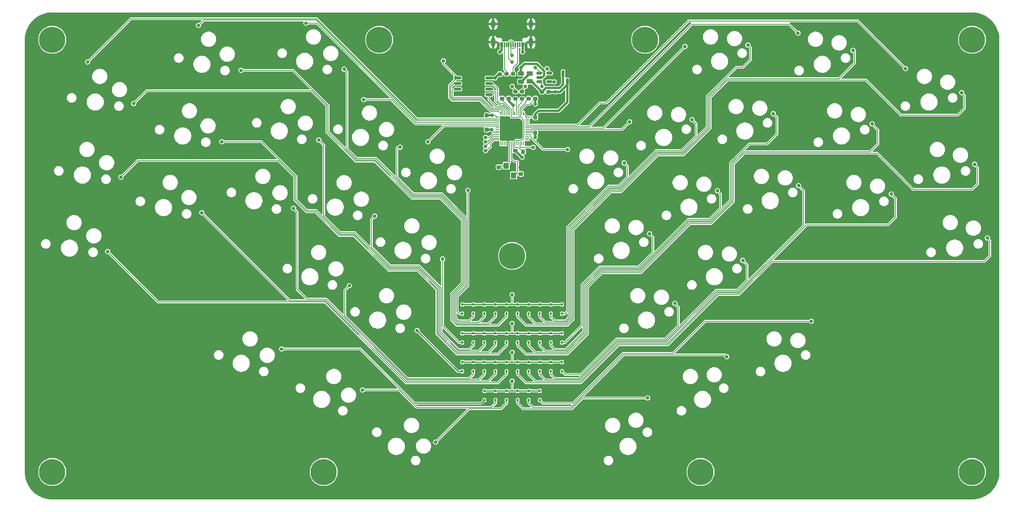
<source format=gbr>
%TF.GenerationSoftware,KiCad,Pcbnew,9.0.0*%
%TF.CreationDate,2025-07-28T21:00:35+03:00*%
%TF.ProjectId,cyberia,63796265-7269-4612-9e6b-696361645f70,v1.0.0*%
%TF.SameCoordinates,Original*%
%TF.FileFunction,Copper,L1,Top*%
%TF.FilePolarity,Positive*%
%FSLAX46Y46*%
G04 Gerber Fmt 4.6, Leading zero omitted, Abs format (unit mm)*
G04 Created by KiCad (PCBNEW 9.0.0) date 2025-07-28 21:00:35*
%MOMM*%
%LPD*%
G01*
G04 APERTURE LIST*
G04 Aperture macros list*
%AMRoundRect*
0 Rectangle with rounded corners*
0 $1 Rounding radius*
0 $2 $3 $4 $5 $6 $7 $8 $9 X,Y pos of 4 corners*
0 Add a 4 corners polygon primitive as box body*
4,1,4,$2,$3,$4,$5,$6,$7,$8,$9,$2,$3,0*
0 Add four circle primitives for the rounded corners*
1,1,$1+$1,$2,$3*
1,1,$1+$1,$4,$5*
1,1,$1+$1,$6,$7*
1,1,$1+$1,$8,$9*
0 Add four rect primitives between the rounded corners*
20,1,$1+$1,$2,$3,$4,$5,0*
20,1,$1+$1,$4,$5,$6,$7,0*
20,1,$1+$1,$6,$7,$8,$9,0*
20,1,$1+$1,$8,$9,$2,$3,0*%
G04 Aperture macros list end*
%TA.AperFunction,SMDPad,CuDef*%
%ADD10RoundRect,0.112500X-0.112500X0.187500X-0.112500X-0.187500X0.112500X-0.187500X0.112500X0.187500X0*%
%TD*%
%TA.AperFunction,SMDPad,CuDef*%
%ADD11RoundRect,0.225000X-0.250000X0.225000X-0.250000X-0.225000X0.250000X-0.225000X0.250000X0.225000X0*%
%TD*%
%TA.AperFunction,SMDPad,CuDef*%
%ADD12RoundRect,0.243750X-0.456250X0.243750X-0.456250X-0.243750X0.456250X-0.243750X0.456250X0.243750X0*%
%TD*%
%TA.AperFunction,SMDPad,CuDef*%
%ADD13RoundRect,0.150000X0.150000X-0.587500X0.150000X0.587500X-0.150000X0.587500X-0.150000X-0.587500X0*%
%TD*%
%TA.AperFunction,WasherPad*%
%ADD14C,6.000000*%
%TD*%
%TA.AperFunction,SMDPad,CuDef*%
%ADD15RoundRect,0.225000X-0.225000X-0.250000X0.225000X-0.250000X0.225000X0.250000X-0.225000X0.250000X0*%
%TD*%
%TA.AperFunction,SMDPad,CuDef*%
%ADD16RoundRect,0.225000X0.225000X0.250000X-0.225000X0.250000X-0.225000X-0.250000X0.225000X-0.250000X0*%
%TD*%
%TA.AperFunction,SMDPad,CuDef*%
%ADD17RoundRect,0.150000X0.512500X0.150000X-0.512500X0.150000X-0.512500X-0.150000X0.512500X-0.150000X0*%
%TD*%
%TA.AperFunction,SMDPad,CuDef*%
%ADD18RoundRect,0.225000X0.250000X-0.225000X0.250000X0.225000X-0.250000X0.225000X-0.250000X-0.225000X0*%
%TD*%
%TA.AperFunction,SMDPad,CuDef*%
%ADD19RoundRect,0.162500X-0.650000X-0.162500X0.650000X-0.162500X0.650000X0.162500X-0.650000X0.162500X0*%
%TD*%
%TA.AperFunction,SMDPad,CuDef*%
%ADD20RoundRect,0.200000X-0.275000X0.200000X-0.275000X-0.200000X0.275000X-0.200000X0.275000X0.200000X0*%
%TD*%
%TA.AperFunction,SMDPad,CuDef*%
%ADD21RoundRect,0.050000X-0.387500X-0.050000X0.387500X-0.050000X0.387500X0.050000X-0.387500X0.050000X0*%
%TD*%
%TA.AperFunction,SMDPad,CuDef*%
%ADD22RoundRect,0.050000X-0.050000X-0.387500X0.050000X-0.387500X0.050000X0.387500X-0.050000X0.387500X0*%
%TD*%
%TA.AperFunction,HeatsinkPad*%
%ADD23R,3.200000X3.200000*%
%TD*%
%TA.AperFunction,SMDPad,CuDef*%
%ADD24RoundRect,0.150000X0.150000X0.425000X-0.150000X0.425000X-0.150000X-0.425000X0.150000X-0.425000X0*%
%TD*%
%TA.AperFunction,SMDPad,CuDef*%
%ADD25RoundRect,0.075000X0.075000X0.500000X-0.075000X0.500000X-0.075000X-0.500000X0.075000X-0.500000X0*%
%TD*%
%TA.AperFunction,HeatsinkPad*%
%ADD26O,1.000000X2.100000*%
%TD*%
%TA.AperFunction,HeatsinkPad*%
%ADD27O,1.000000X1.800000*%
%TD*%
%TA.AperFunction,SMDPad,CuDef*%
%ADD28RoundRect,0.250000X-0.450000X0.262500X-0.450000X-0.262500X0.450000X-0.262500X0.450000X0.262500X0*%
%TD*%
%TA.AperFunction,SMDPad,CuDef*%
%ADD29R,1.200000X1.400000*%
%TD*%
%TA.AperFunction,ViaPad*%
%ADD30C,0.800000*%
%TD*%
%TA.AperFunction,Conductor*%
%ADD31C,0.200000*%
%TD*%
%TA.AperFunction,Conductor*%
%ADD32C,0.500000*%
%TD*%
%TA.AperFunction,Conductor*%
%ADD33C,0.250000*%
%TD*%
G04 APERTURE END LIST*
D10*
%TO.P,D24,2,A*%
%TO.N,Net-(D24-A)*%
X207010000Y-154720000D03*
%TO.P,D24,1,K*%
%TO.N,R2*%
X207010000Y-152620000D03*
%TD*%
%TO.P,D21,2,A*%
%TO.N,Net-(D21-A)*%
X204470000Y-154720000D03*
%TO.P,D21,1,K*%
%TO.N,R2*%
X204470000Y-152620000D03*
%TD*%
%TO.P,D2,2,A*%
%TO.N,Net-(D2-A)*%
X201930000Y-154720000D03*
%TO.P,D2,1,K*%
%TO.N,R2*%
X201930000Y-152620000D03*
%TD*%
%TO.P,D5,2,A*%
%TO.N,Net-(D5-A)*%
X199390000Y-154720000D03*
%TO.P,D5,1,K*%
%TO.N,R2*%
X199390000Y-152620000D03*
%TD*%
%TO.P,D8,2,A*%
%TO.N,Net-(D8-A)*%
X196850000Y-154720000D03*
%TO.P,D8,1,K*%
%TO.N,R2*%
X196850000Y-152620000D03*
%TD*%
%TO.P,D11,2,A*%
%TO.N,Net-(D11-A)*%
X194310000Y-154720000D03*
%TO.P,D11,1,K*%
%TO.N,R2*%
X194310000Y-152620000D03*
%TD*%
%TO.P,D35,1,K*%
%TO.N,R0*%
X214630000Y-139412000D03*
%TO.P,D35,2,A*%
%TO.N,Net-(D35-A)*%
X214630000Y-141512000D03*
%TD*%
D11*
%TO.P,C14,1*%
%TO.N,+3.3V*%
X200406000Y-86601000D03*
%TO.P,C14,2*%
%TO.N,GND*%
X200406000Y-88151000D03*
%TD*%
D12*
%TO.P,F1,1*%
%TO.N,VBUS*%
X205232000Y-86438500D03*
%TO.P,F1,2*%
%TO.N,Net-(F1-Pad2)*%
X205232000Y-88313500D03*
%TD*%
D10*
%TO.P,D25,1,K*%
%TO.N,R1*%
X207010000Y-146016000D03*
%TO.P,D25,2,A*%
%TO.N,Net-(D25-A)*%
X207010000Y-148116000D03*
%TD*%
D13*
%TO.P,U2,1,GND*%
%TO.N,GND*%
X213934000Y-88313500D03*
%TO.P,U2,2,VO*%
%TO.N,+3.3V*%
X215834000Y-88313500D03*
%TO.P,U2,3,VI*%
%TO.N,Net-(U2-VI)*%
X214884000Y-86438500D03*
%TD*%
D10*
%TO.P,D29,1,K*%
%TO.N,R0*%
X209550000Y-139412000D03*
%TO.P,D29,2,A*%
%TO.N,Net-(D29-A)*%
X209550000Y-141512000D03*
%TD*%
%TO.P,D13,1,K*%
%TO.N,R0*%
X194310000Y-139412000D03*
%TO.P,D13,2,A*%
%TO.N,Net-(D13-A)*%
X194310000Y-141512000D03*
%TD*%
%TO.P,D30,1,K*%
%TO.N,R2*%
X212090000Y-152620000D03*
%TO.P,D30,2,A*%
%TO.N,Net-(D30-A)*%
X212090000Y-154720000D03*
%TD*%
%TO.P,D10,1,K*%
%TO.N,R0*%
X196850000Y-139412000D03*
%TO.P,D10,2,A*%
%TO.N,Net-(D10-A)*%
X196850000Y-141512000D03*
%TD*%
%TO.P,D18,1,K*%
%TO.N,R3*%
X199390000Y-159224000D03*
%TO.P,D18,2,A*%
%TO.N,Net-(D18-A)*%
X199390000Y-161324000D03*
%TD*%
%TO.P,D36,1,K*%
%TO.N,R3*%
X209550000Y-159224000D03*
%TO.P,D36,2,A*%
%TO.N,Net-(D36-A)*%
X209550000Y-161324000D03*
%TD*%
D14*
%TO.P,H4,*%
%TO.N,*%
X308610000Y-78740000D03*
%TD*%
D15*
%TO.P,C11,1*%
%TO.N,+1V1*%
X205727000Y-104394000D03*
%TO.P,C11,2*%
%TO.N,GND*%
X207277000Y-104394000D03*
%TD*%
D16*
%TO.P,C3,1*%
%TO.N,+3.3V*%
X197371000Y-96012000D03*
%TO.P,C3,2*%
%TO.N,GND*%
X195821000Y-96012000D03*
%TD*%
D10*
%TO.P,D16,1,K*%
%TO.N,R0*%
X191770000Y-139412000D03*
%TO.P,D16,2,A*%
%TO.N,Net-(D16-A)*%
X191770000Y-141512000D03*
%TD*%
D17*
%TO.P,U3,1,I/O1*%
%TO.N,D-*%
X211703500Y-88326000D03*
%TO.P,U3,2,GND*%
%TO.N,GND*%
X211703500Y-87376000D03*
%TO.P,U3,3,I/O2*%
%TO.N,D+*%
X211703500Y-86426000D03*
%TO.P,U3,4,I/O2*%
%TO.N,DP*%
X209428500Y-86426000D03*
%TO.P,U3,5,VBUS*%
%TO.N,VBUS*%
X209428500Y-87376000D03*
%TO.P,U3,6,I/O1*%
%TO.N,DN*%
X209428500Y-88326000D03*
%TD*%
D10*
%TO.P,D7,1,K*%
%TO.N,R0*%
X199390000Y-139412000D03*
%TO.P,D7,2,A*%
%TO.N,Net-(D7-A)*%
X199390000Y-141512000D03*
%TD*%
%TO.P,D22,1,K*%
%TO.N,R1*%
X204470000Y-146016000D03*
%TO.P,D22,2,A*%
%TO.N,Net-(D22-A)*%
X204470000Y-148116000D03*
%TD*%
D14*
%TO.P,H3,*%
%TO.N,*%
X233680000Y-78740000D03*
%TD*%
D10*
%TO.P,D3,1,K*%
%TO.N,R1*%
X201930000Y-146016000D03*
%TO.P,D3,2,A*%
%TO.N,Net-(D3-A)*%
X201930000Y-148116000D03*
%TD*%
D18*
%TO.P,C2,1*%
%TO.N,+3.3V*%
X202438000Y-92215000D03*
%TO.P,C2,2*%
%TO.N,GND*%
X202438000Y-90665000D03*
%TD*%
D14*
%TO.P,H6,*%
%TO.N,*%
X160020000Y-177800000D03*
%TD*%
D10*
%TO.P,D12,1,K*%
%TO.N,R1*%
X194310000Y-146016000D03*
%TO.P,D12,2,A*%
%TO.N,Net-(D12-A)*%
X194310000Y-148116000D03*
%TD*%
%TO.P,D15,1,K*%
%TO.N,R1*%
X191770000Y-146016000D03*
%TO.P,D15,2,A*%
%TO.N,Net-(D15-A)*%
X191770000Y-148116000D03*
%TD*%
D14*
%TO.P,H2,*%
%TO.N,*%
X172720000Y-78740000D03*
%TD*%
D10*
%TO.P,D33,1,K*%
%TO.N,R2*%
X214630000Y-152620000D03*
%TO.P,D33,2,A*%
%TO.N,Net-(D33-A)*%
X214630000Y-154720000D03*
%TD*%
D14*
%TO.P,H9,*%
%TO.N,*%
X203200000Y-128270000D03*
%TD*%
D19*
%TO.P,U4,1,~{CS}*%
%TO.N,CS*%
X190722500Y-87503000D03*
%TO.P,U4,2,DO/IO_{1}*%
%TO.N,SD1*%
X190722500Y-88773000D03*
%TO.P,U4,3,~{WP}/IO_{2}*%
%TO.N,SD2*%
X190722500Y-90043000D03*
%TO.P,U4,4,GND*%
%TO.N,GND*%
X190722500Y-91313000D03*
%TO.P,U4,5,DI/IO_{0}*%
%TO.N,SD0*%
X197897500Y-91313000D03*
%TO.P,U4,6,CLK*%
%TO.N,SCLK*%
X197897500Y-90043000D03*
%TO.P,U4,7,~{HOLD}/~{RESET}/IO_{3}*%
%TO.N,SD3*%
X197897500Y-88773000D03*
%TO.P,U4,8,VCC*%
%TO.N,+3.3V*%
X197897500Y-87503000D03*
%TD*%
D11*
%TO.P,C7,1*%
%TO.N,+3.3V*%
X203962000Y-104127000D03*
%TO.P,C7,2*%
%TO.N,GND*%
X203962000Y-105677000D03*
%TD*%
D15*
%TO.P,C4,1*%
%TO.N,+3.3V*%
X208521000Y-100076000D03*
%TO.P,C4,2*%
%TO.N,GND*%
X210071000Y-100076000D03*
%TD*%
D10*
%TO.P,D31,1,K*%
%TO.N,R1*%
X212090000Y-146016000D03*
%TO.P,D31,2,A*%
%TO.N,Net-(D31-A)*%
X212090000Y-148116000D03*
%TD*%
D20*
%TO.P,R4,1*%
%TO.N,Net-(J1-CC1)*%
X203454000Y-86551000D03*
%TO.P,R4,2*%
%TO.N,GND*%
X203454000Y-88201000D03*
%TD*%
D21*
%TO.P,U1,1,IOVDD*%
%TO.N,+3.3V*%
X199762500Y-96460000D03*
%TO.P,U1,2,GPIO0*%
%TO.N,C0*%
X199762500Y-96860000D03*
%TO.P,U1,3,GPIO1*%
%TO.N,C1*%
X199762500Y-97260000D03*
%TO.P,U1,4,GPIO2*%
%TO.N,C2*%
X199762500Y-97660000D03*
%TO.P,U1,5,GPIO3*%
%TO.N,C3*%
X199762500Y-98060000D03*
%TO.P,U1,6,GPIO4*%
%TO.N,C4*%
X199762500Y-98460000D03*
%TO.P,U1,7,GPIO5*%
%TO.N,unconnected-(U1-GPIO5-Pad7)*%
X199762500Y-98860000D03*
%TO.P,U1,8,GPIO6*%
%TO.N,unconnected-(U1-GPIO6-Pad8)*%
X199762500Y-99260000D03*
%TO.P,U1,9,GPIO7*%
%TO.N,unconnected-(U1-GPIO7-Pad9)*%
X199762500Y-99660000D03*
%TO.P,U1,10,IOVDD*%
%TO.N,+3.3V*%
X199762500Y-100060000D03*
%TO.P,U1,11,GPIO8*%
%TO.N,R0*%
X199762500Y-100460000D03*
%TO.P,U1,12,GPIO9*%
%TO.N,R1*%
X199762500Y-100860000D03*
%TO.P,U1,13,GPIO10*%
%TO.N,R2*%
X199762500Y-101260000D03*
%TO.P,U1,14,GPIO11*%
%TO.N,R3*%
X199762500Y-101660000D03*
D22*
%TO.P,U1,15,GPIO12*%
%TO.N,unconnected-(U1-GPIO12-Pad15)*%
X200600000Y-102497500D03*
%TO.P,U1,16,GPIO13*%
%TO.N,unconnected-(U1-GPIO13-Pad16)*%
X201000000Y-102497500D03*
%TO.P,U1,17,GPIO14*%
%TO.N,unconnected-(U1-GPIO14-Pad17)*%
X201400000Y-102497500D03*
%TO.P,U1,18,GPIO15*%
%TO.N,unconnected-(U1-GPIO15-Pad18)*%
X201800000Y-102497500D03*
%TO.P,U1,19,TESTEN*%
%TO.N,GND*%
X202200000Y-102497500D03*
%TO.P,U1,20,XIN*%
%TO.N,XIN*%
X202600000Y-102497500D03*
%TO.P,U1,21,XOUT*%
%TO.N,XOUT*%
X203000000Y-102497500D03*
%TO.P,U1,22,IOVDD*%
%TO.N,+3.3V*%
X203400000Y-102497500D03*
%TO.P,U1,23,DVDD*%
%TO.N,+1V1*%
X203800000Y-102497500D03*
%TO.P,U1,24,SWCLK*%
%TO.N,unconnected-(U1-SWCLK-Pad24)*%
X204200000Y-102497500D03*
%TO.P,U1,25,SWD*%
%TO.N,unconnected-(U1-SWD-Pad25)*%
X204600000Y-102497500D03*
%TO.P,U1,26,RUN*%
%TO.N,RUN*%
X205000000Y-102497500D03*
%TO.P,U1,27,GPIO16*%
%TO.N,unconnected-(U1-GPIO16-Pad27)*%
X205400000Y-102497500D03*
%TO.P,U1,28,GPIO17*%
%TO.N,unconnected-(U1-GPIO17-Pad28)*%
X205800000Y-102497500D03*
D21*
%TO.P,U1,29,GPIO18*%
%TO.N,unconnected-(U1-GPIO18-Pad29)*%
X206637500Y-101660000D03*
%TO.P,U1,30,GPIO19*%
%TO.N,unconnected-(U1-GPIO19-Pad30)*%
X206637500Y-101260000D03*
%TO.P,U1,31,GPIO20*%
%TO.N,unconnected-(U1-GPIO20-Pad31)*%
X206637500Y-100860000D03*
%TO.P,U1,32,GPIO21*%
%TO.N,C5*%
X206637500Y-100460000D03*
%TO.P,U1,33,IOVDD*%
%TO.N,+3.3V*%
X206637500Y-100060000D03*
%TO.P,U1,34,GPIO22*%
%TO.N,C6*%
X206637500Y-99660000D03*
%TO.P,U1,35,GPIO23*%
%TO.N,C7*%
X206637500Y-99260000D03*
%TO.P,U1,36,GPIO24*%
%TO.N,C8*%
X206637500Y-98860000D03*
%TO.P,U1,37,GPIO25*%
%TO.N,C9*%
X206637500Y-98460000D03*
%TO.P,U1,38,GPIO26_ADC0*%
%TO.N,unconnected-(U1-GPIO26_ADC0-Pad38)*%
X206637500Y-98060000D03*
%TO.P,U1,39,GPIO27_ADC1*%
%TO.N,unconnected-(U1-GPIO27_ADC1-Pad39)*%
X206637500Y-97660000D03*
%TO.P,U1,40,GPIO28_ADC2*%
%TO.N,unconnected-(U1-GPIO28_ADC2-Pad40)*%
X206637500Y-97260000D03*
%TO.P,U1,41,GPIO29_ADC3*%
%TO.N,unconnected-(U1-GPIO29_ADC3-Pad41)*%
X206637500Y-96860000D03*
%TO.P,U1,42,IOVDD*%
%TO.N,+3.3V*%
X206637500Y-96460000D03*
D22*
%TO.P,U1,43,ADC_AVDD*%
X205800000Y-95622500D03*
%TO.P,U1,44,VREG_IN*%
X205400000Y-95622500D03*
%TO.P,U1,45,VREG_VOUT*%
%TO.N,+1V1*%
X205000000Y-95622500D03*
%TO.P,U1,46,USB_DM*%
%TO.N,Net-(U1-USB_DM)*%
X204600000Y-95622500D03*
%TO.P,U1,47,USB_DP*%
%TO.N,Net-(U1-USB_DP)*%
X204200000Y-95622500D03*
%TO.P,U1,48,USB_VDD*%
%TO.N,+3.3V*%
X203800000Y-95622500D03*
%TO.P,U1,49,IOVDD*%
X203400000Y-95622500D03*
%TO.P,U1,50,DVDD*%
%TO.N,+1V1*%
X203000000Y-95622500D03*
%TO.P,U1,51,QSPI_SD3*%
%TO.N,SD3*%
X202600000Y-95622500D03*
%TO.P,U1,52,QSPI_SCLK*%
%TO.N,SCLK*%
X202200000Y-95622500D03*
%TO.P,U1,53,QSPI_SD0*%
%TO.N,SD0*%
X201800000Y-95622500D03*
%TO.P,U1,54,QSPI_SD2*%
%TO.N,SD2*%
X201400000Y-95622500D03*
%TO.P,U1,55,QSPI_SD1*%
%TO.N,SD1*%
X201000000Y-95622500D03*
%TO.P,U1,56,QSPI_SS*%
%TO.N,CS*%
X200600000Y-95622500D03*
D23*
%TO.P,U1,57,GND*%
%TO.N,GND*%
X203200000Y-99060000D03*
%TD*%
D10*
%TO.P,D37,1,K*%
%TO.N,R3*%
X207010000Y-159224000D03*
%TO.P,D37,2,A*%
%TO.N,Net-(D37-A)*%
X207010000Y-161324000D03*
%TD*%
D18*
%TO.P,C10,1*%
%TO.N,+1V1*%
X200914000Y-92215000D03*
%TO.P,C10,2*%
%TO.N,GND*%
X200914000Y-90665000D03*
%TD*%
D10*
%TO.P,D19,1,K*%
%TO.N,R3*%
X201930000Y-159224000D03*
%TO.P,D19,2,A*%
%TO.N,Net-(D19-A)*%
X201930000Y-161324000D03*
%TD*%
D16*
%TO.P,C6,1*%
%TO.N,+3.3V*%
X197371000Y-99314000D03*
%TO.P,C6,2*%
%TO.N,GND*%
X195821000Y-99314000D03*
%TD*%
D10*
%TO.P,D14,1,K*%
%TO.N,R2*%
X191770000Y-152620000D03*
%TO.P,D14,2,A*%
%TO.N,Net-(D14-A)*%
X191770000Y-154720000D03*
%TD*%
%TO.P,D6,1,K*%
%TO.N,R1*%
X199390000Y-146016000D03*
%TO.P,D6,2,A*%
%TO.N,Net-(D6-A)*%
X199390000Y-148116000D03*
%TD*%
D18*
%TO.P,C12,1*%
%TO.N,XOUT*%
X205232000Y-109487000D03*
%TO.P,C12,2*%
%TO.N,GND*%
X205232000Y-107937000D03*
%TD*%
D11*
%TO.P,C15,1*%
%TO.N,+3.3V*%
X211582000Y-90665000D03*
%TO.P,C15,2*%
%TO.N,GND*%
X211582000Y-92215000D03*
%TD*%
D10*
%TO.P,D27,1,K*%
%TO.N,R2*%
X209550000Y-152620000D03*
%TO.P,D27,2,A*%
%TO.N,Net-(D27-A)*%
X209550000Y-154720000D03*
%TD*%
D11*
%TO.P,C13,1*%
%TO.N,XIN*%
X200152000Y-107937000D03*
%TO.P,C13,2*%
%TO.N,GND*%
X200152000Y-109487000D03*
%TD*%
D14*
%TO.P,H7,*%
%TO.N,*%
X246380000Y-177800000D03*
%TD*%
D10*
%TO.P,D4,1,K*%
%TO.N,R0*%
X201930000Y-139412000D03*
%TO.P,D4,2,A*%
%TO.N,Net-(D4-A)*%
X201930000Y-141512000D03*
%TD*%
D20*
%TO.P,R3,1*%
%TO.N,Net-(J1-CC2)*%
X201930000Y-86551000D03*
%TO.P,R3,2*%
%TO.N,GND*%
X201930000Y-88201000D03*
%TD*%
D10*
%TO.P,D23,1,K*%
%TO.N,R0*%
X204470000Y-139412000D03*
%TO.P,D23,2,A*%
%TO.N,Net-(D23-A)*%
X204470000Y-141512000D03*
%TD*%
%TO.P,D9,1,K*%
%TO.N,R1*%
X196850000Y-146016000D03*
%TO.P,D9,2,A*%
%TO.N,Net-(D9-A)*%
X196850000Y-148116000D03*
%TD*%
D15*
%TO.P,C5,1*%
%TO.N,+3.3V*%
X208521000Y-96520000D03*
%TO.P,C5,2*%
%TO.N,GND*%
X210071000Y-96520000D03*
%TD*%
D24*
%TO.P,J1,A1,GND*%
%TO.N,GND*%
X206400000Y-79880000D03*
%TO.P,J1,A4,VBUS*%
%TO.N,VBUS*%
X205600000Y-79880000D03*
D25*
%TO.P,J1,A5,CC1*%
%TO.N,Net-(J1-CC1)*%
X204450000Y-79880000D03*
%TO.P,J1,A6,D+*%
%TO.N,D+*%
X203450000Y-79880000D03*
%TO.P,J1,A7,D-*%
%TO.N,D-*%
X202950000Y-79880000D03*
%TO.P,J1,A8,SBU1*%
%TO.N,unconnected-(J1-SBU1-PadA8)*%
X201950000Y-79880000D03*
D24*
%TO.P,J1,A9,VBUS*%
%TO.N,VBUS*%
X200800000Y-79880000D03*
%TO.P,J1,A12,GND*%
%TO.N,GND*%
X200000000Y-79880000D03*
%TO.P,J1,B1,GND*%
X200000000Y-79880000D03*
%TO.P,J1,B4,VBUS*%
%TO.N,VBUS*%
X200800000Y-79880000D03*
D25*
%TO.P,J1,B5,CC2*%
%TO.N,Net-(J1-CC2)*%
X201450000Y-79880000D03*
%TO.P,J1,B6,D+*%
%TO.N,D+*%
X202450000Y-79880000D03*
%TO.P,J1,B7,D-*%
%TO.N,D-*%
X203950000Y-79880000D03*
%TO.P,J1,B8,SBU2*%
%TO.N,unconnected-(J1-SBU2-PadB8)*%
X204950000Y-79880000D03*
D24*
%TO.P,J1,B9,VBUS*%
%TO.N,VBUS*%
X205600000Y-79880000D03*
%TO.P,J1,B12,GND*%
%TO.N,GND*%
X206400000Y-79880000D03*
D26*
%TO.P,J1,S1,SHIELD*%
X207520000Y-79305000D03*
D27*
X207520000Y-75125000D03*
D26*
X198880000Y-79305000D03*
D27*
X198880000Y-75125000D03*
%TD*%
D10*
%TO.P,D28,1,K*%
%TO.N,R1*%
X209550000Y-146016000D03*
%TO.P,D28,2,A*%
%TO.N,Net-(D28-A)*%
X209550000Y-148116000D03*
%TD*%
D18*
%TO.P,C9,1*%
%TO.N,+1V1*%
X207010000Y-92215000D03*
%TO.P,C9,2*%
%TO.N,GND*%
X207010000Y-90665000D03*
%TD*%
D28*
%TO.P,FB1,1*%
%TO.N,Net-(F1-Pad2)*%
X207264000Y-86463500D03*
%TO.P,FB1,2*%
%TO.N,Net-(U2-VI)*%
X207264000Y-88288500D03*
%TD*%
D10*
%TO.P,D26,1,K*%
%TO.N,R0*%
X207010000Y-139412000D03*
%TO.P,D26,2,A*%
%TO.N,Net-(D26-A)*%
X207010000Y-141512000D03*
%TD*%
D14*
%TO.P,H5,*%
%TO.N,*%
X97790000Y-177800000D03*
%TD*%
D10*
%TO.P,D17,1,K*%
%TO.N,R3*%
X196850000Y-159224000D03*
%TO.P,D17,2,A*%
%TO.N,Net-(D17-A)*%
X196850000Y-161324000D03*
%TD*%
%TO.P,D38,1,K*%
%TO.N,R3*%
X204470000Y-159224000D03*
%TO.P,D38,2,A*%
%TO.N,Net-(D38-A)*%
X204470000Y-161324000D03*
%TD*%
D20*
%TO.P,R2,1*%
%TO.N,DN*%
X205486000Y-90615000D03*
%TO.P,R2,2*%
%TO.N,Net-(U1-USB_DM)*%
X205486000Y-92265000D03*
%TD*%
D11*
%TO.P,C8,1*%
%TO.N,Net-(U2-VI)*%
X210058000Y-90665000D03*
%TO.P,C8,2*%
%TO.N,GND*%
X210058000Y-92215000D03*
%TD*%
D14*
%TO.P,H1,*%
%TO.N,*%
X97790000Y-78740000D03*
%TD*%
D29*
%TO.P,Y1,1,1*%
%TO.N,XIN*%
X201842000Y-107612000D03*
%TO.P,Y1,2,2*%
%TO.N,GND*%
X201842000Y-109812000D03*
%TO.P,Y1,3,3*%
%TO.N,XOUT*%
X203542000Y-109812000D03*
%TO.P,Y1,4,4*%
%TO.N,GND*%
X203542000Y-107612000D03*
%TD*%
D10*
%TO.P,D32,1,K*%
%TO.N,R0*%
X212090000Y-139412000D03*
%TO.P,D32,2,A*%
%TO.N,Net-(D32-A)*%
X212090000Y-141512000D03*
%TD*%
D20*
%TO.P,R1,1*%
%TO.N,DP*%
X203962000Y-90615000D03*
%TO.P,R1,2*%
%TO.N,Net-(U1-USB_DP)*%
X203962000Y-92265000D03*
%TD*%
D18*
%TO.P,C1,1*%
%TO.N,+3.3V*%
X208534000Y-92215000D03*
%TO.P,C1,2*%
%TO.N,GND*%
X208534000Y-90665000D03*
%TD*%
D14*
%TO.P,H8,*%
%TO.N,*%
X308610000Y-177800000D03*
%TD*%
D10*
%TO.P,D34,1,K*%
%TO.N,R1*%
X214630000Y-146016000D03*
%TO.P,D34,2,A*%
%TO.N,Net-(D34-A)*%
X214630000Y-148116000D03*
%TD*%
D30*
%TO.N,GND*%
X201676000Y-143764000D03*
X207518000Y-89408000D03*
X223266000Y-94742000D03*
%TO.N,+3.3V*%
X203400000Y-93726000D03*
X198501000Y-99314000D03*
X199258500Y-87503000D03*
X198628000Y-96012000D03*
X208534000Y-101092000D03*
X213106000Y-90665000D03*
X205486000Y-105664000D03*
X208534000Y-93472000D03*
%TO.N,Net-(D2-A)*%
X110490000Y-127254000D03*
%TO.N,R2*%
X203200000Y-150368000D03*
X197104000Y-103124000D03*
%TO.N,Net-(D3-A)*%
X113538000Y-110236000D03*
%TO.N,R1*%
X203200000Y-143764000D03*
X197104000Y-102108000D03*
%TO.N,Net-(D4-A)*%
X116461031Y-93347031D03*
%TO.N,R0*%
X197104000Y-101092000D03*
X203200000Y-137160000D03*
%TO.N,Net-(D5-A)*%
X132080000Y-118364000D03*
%TO.N,Net-(D6-A)*%
X136652000Y-102108000D03*
%TO.N,Net-(D7-A)*%
X141069261Y-85752739D03*
%TO.N,Net-(D8-A)*%
X153087577Y-117348000D03*
%TO.N,Net-(D9-A)*%
X158901920Y-101702080D03*
%TO.N,Net-(D10-A)*%
X164716262Y-85473738D03*
%TO.N,Net-(D11-A)*%
X165897803Y-135092197D03*
%TO.N,Net-(D12-A)*%
X171704000Y-119126000D03*
%TO.N,Net-(D13-A)*%
X177526487Y-103358487D03*
%TO.N,Net-(D14-A)*%
X181444189Y-145376189D03*
%TO.N,Net-(D15-A)*%
X187258532Y-128971468D03*
%TO.N,Net-(D16-A)*%
X193072874Y-113251126D03*
%TO.N,R3*%
X197104000Y-104140000D03*
X203200000Y-156972000D03*
%TO.N,Net-(D17-A)*%
X150368000Y-149606000D03*
%TO.N,Net-(D18-A)*%
X168910000Y-159004000D03*
%TO.N,Net-(D19-A)*%
X185674000Y-170942000D03*
%TO.N,Net-(D21-A)*%
X312141574Y-124181574D03*
%TO.N,Net-(D22-A)*%
X309189555Y-107259555D03*
%TO.N,Net-(D23-A)*%
X306237536Y-90845536D03*
%TO.N,Net-(D24-A)*%
X290116659Y-114094659D03*
%TO.N,Net-(D25-A)*%
X285716735Y-98010735D03*
%TO.N,Net-(D26-A)*%
X281316811Y-81164811D03*
%TO.N,Net-(D27-A)*%
X268864335Y-112146335D03*
%TO.N,Net-(D28-A)*%
X263049993Y-95663993D03*
%TO.N,Net-(D29-A)*%
X257235650Y-79943650D03*
%TO.N,Net-(D30-A)*%
X256054109Y-129308109D03*
%TO.N,Net-(D31-A)*%
X250239767Y-113333767D03*
%TO.N,Net-(D32-A)*%
X244425425Y-97028000D03*
%TO.N,Net-(D33-A)*%
X240507723Y-139161723D03*
%TO.N,Net-(D34-A)*%
X234693381Y-123187381D03*
%TO.N,Net-(D35-A)*%
X228879038Y-106959038D03*
%TO.N,Net-(D36-A)*%
X271780134Y-143256134D03*
%TO.N,Net-(D37-A)*%
X252398854Y-151384000D03*
%TO.N,Net-(D38-A)*%
X234241880Y-160835880D03*
%TO.N,VBUS*%
X200406000Y-81534000D03*
X205600000Y-81534000D03*
X205232000Y-85090000D03*
%TO.N,D+*%
X211195500Y-85344000D03*
X203200000Y-83820000D03*
%TO.N,D-*%
X203200000Y-82296000D03*
X212852000Y-88392000D03*
%TO.N,DP*%
X203200000Y-89408000D03*
X208534000Y-85090000D03*
%TO.N,DN*%
X206248000Y-89408000D03*
X210058000Y-89408000D03*
%TO.N,RUN*%
X208026000Y-103378000D03*
%TO.N,CS*%
X187452000Y-83566000D03*
%TO.N,C8*%
X268732000Y-77216000D03*
%TO.N,C9*%
X293370000Y-85344000D03*
%TO.N,C3*%
X169164000Y-92456000D03*
%TO.N,C7*%
X242824000Y-80264000D03*
%TO.N,C4*%
X183896000Y-102108000D03*
%TO.N,C6*%
X230124000Y-97536000D03*
%TO.N,C2*%
X155956000Y-74930000D03*
%TO.N,C0*%
X105918000Y-83820000D03*
%TO.N,C5*%
X215900000Y-103886000D03*
%TO.N,C1*%
X131318000Y-75438000D03*
%TD*%
D31*
%TO.N,GND*%
X202200000Y-100060000D02*
X203200000Y-99060000D01*
X202200000Y-100076000D02*
X202200000Y-100060000D01*
X208534000Y-90665000D02*
X208534000Y-90691000D01*
%TO.N,+3.3V*%
X198501000Y-99314000D02*
X198374000Y-99314000D01*
D32*
X214219999Y-90665000D02*
X213106000Y-90665000D01*
D31*
X203400000Y-102497500D02*
X203400000Y-103565000D01*
D32*
X209296000Y-94996000D02*
X213868000Y-94996000D01*
D31*
X198501000Y-99441000D02*
X199120000Y-100060000D01*
X207203000Y-93546000D02*
X208534000Y-92215000D01*
D32*
X208534000Y-92215000D02*
X208534000Y-93472000D01*
D31*
X199314500Y-96012000D02*
X199762500Y-96460000D01*
X208521000Y-101079000D02*
X208534000Y-101092000D01*
D32*
X203400000Y-93726000D02*
X202438000Y-92764000D01*
D31*
X199120000Y-100060000D02*
X199762500Y-100060000D01*
X202184000Y-92469000D02*
X202438000Y-92215000D01*
X208461000Y-96460000D02*
X208521000Y-96520000D01*
D32*
X215834000Y-89050999D02*
X214219999Y-90665000D01*
X208461000Y-96460000D02*
X208461000Y-95831000D01*
X197371000Y-96012000D02*
X198628000Y-96012000D01*
X213106000Y-90665000D02*
X211582000Y-90665000D01*
D31*
X206637500Y-96460000D02*
X208461000Y-96460000D01*
X205400000Y-94574000D02*
X206428000Y-93546000D01*
D32*
X208521000Y-100076000D02*
X208521000Y-101079000D01*
D31*
X206428000Y-93546000D02*
X207203000Y-93546000D01*
D32*
X213868000Y-94996000D02*
X215834000Y-93030000D01*
D31*
X206637500Y-100060000D02*
X208505000Y-100060000D01*
X203800000Y-95622500D02*
X203400000Y-95622500D01*
X203962000Y-104127000D02*
X203962000Y-104140000D01*
X205400000Y-95622500D02*
X205400000Y-94574000D01*
X203400000Y-93726000D02*
X203400000Y-95622500D01*
X198501000Y-99314000D02*
X198501000Y-99441000D01*
D32*
X215834000Y-93030000D02*
X215834000Y-88313500D01*
D31*
X198628000Y-96012000D02*
X199314500Y-96012000D01*
D32*
X203962000Y-104140000D02*
X205486000Y-105664000D01*
X199258500Y-87503000D02*
X200160500Y-86601000D01*
X208461000Y-95831000D02*
X209296000Y-94996000D01*
X202438000Y-92764000D02*
X202438000Y-92215000D01*
D31*
X208505000Y-100060000D02*
X208521000Y-100076000D01*
D32*
X215834000Y-88313500D02*
X215834000Y-89050999D01*
X200160500Y-86601000D02*
X200406000Y-86601000D01*
D31*
X202438000Y-92215000D02*
X202317500Y-92335500D01*
X203400000Y-103565000D02*
X203962000Y-104127000D01*
X205800000Y-95622500D02*
X206637500Y-96460000D01*
D32*
X197371000Y-99314000D02*
X198501000Y-99314000D01*
X197897500Y-87503000D02*
X199258500Y-87503000D01*
D31*
%TO.N,Net-(U2-VI)*%
X209949000Y-90665000D02*
X210058000Y-90665000D01*
D32*
X210959000Y-89764000D02*
X210058000Y-90665000D01*
X214075100Y-89764000D02*
X210959000Y-89764000D01*
X207681500Y-88288500D02*
X210058000Y-90665000D01*
X214884000Y-88955100D02*
X214075100Y-89764000D01*
X214884000Y-86438500D02*
X214884000Y-88955100D01*
D31*
X207010000Y-88201000D02*
X207485000Y-88201000D01*
D32*
X207264000Y-88288500D02*
X207681500Y-88288500D01*
D31*
%TO.N,+1V1*%
X205902226Y-99860000D02*
X205899000Y-99863226D01*
X205902226Y-98260000D02*
X205899000Y-98263226D01*
X204724000Y-96520000D02*
X203200000Y-96520000D01*
X203800000Y-102497500D02*
X203800000Y-103216000D01*
X205899000Y-97456774D02*
X205902226Y-97460000D01*
X205899000Y-98656774D02*
X205902226Y-98660000D01*
X200914000Y-92215000D02*
X200914000Y-92588414D01*
X203960000Y-103376000D02*
X204709000Y-103376000D01*
X205899000Y-97863226D02*
X205899000Y-98256774D01*
X205902226Y-98660000D02*
X205899000Y-98663226D01*
X205899000Y-97856774D02*
X205902226Y-97860000D01*
X205899000Y-99456774D02*
X205902226Y-99460000D01*
X205899000Y-101187000D02*
X205327000Y-101759000D01*
X205899000Y-97463226D02*
X205899000Y-97856774D01*
X205000000Y-95622500D02*
X205000000Y-96288000D01*
X205000000Y-96288000D02*
X205899000Y-97187000D01*
X205902226Y-97460000D02*
X205899000Y-97463226D01*
X205899000Y-99063226D02*
X205899000Y-99456774D01*
X205899000Y-98663226D02*
X205899000Y-99056774D01*
X203200000Y-96520000D02*
X203000000Y-96320000D01*
X203800000Y-101962226D02*
X203800000Y-102497500D01*
X200914000Y-92588414D02*
X203000000Y-94674414D01*
X205000000Y-96244000D02*
X204724000Y-96520000D01*
X205327000Y-101759000D02*
X204003226Y-101759000D01*
X204003226Y-101759000D02*
X203800000Y-101962226D01*
X205902226Y-99460000D02*
X205899000Y-99463226D01*
X205902226Y-97860000D02*
X205899000Y-97863226D01*
X205000000Y-95622500D02*
X205000000Y-96244000D01*
X205899000Y-98256774D02*
X205902226Y-98260000D01*
X205899000Y-98263226D02*
X205899000Y-98656774D01*
X203000000Y-96320000D02*
X203000000Y-95622500D01*
X205000000Y-94466000D02*
X206248000Y-93218000D01*
X206248000Y-93218000D02*
X206248000Y-92977000D01*
X205899000Y-99856774D02*
X205902226Y-99860000D01*
X203800000Y-103216000D02*
X203960000Y-103376000D01*
X206248000Y-92977000D02*
X207010000Y-92215000D01*
X205899000Y-99056774D02*
X205902226Y-99060000D01*
X205000000Y-95622500D02*
X205000000Y-94466000D01*
X205899000Y-99463226D02*
X205899000Y-99856774D01*
X205899000Y-97187000D02*
X205899000Y-97456774D01*
X205899000Y-99863226D02*
X205899000Y-101187000D01*
X205902226Y-99060000D02*
X205899000Y-99063226D01*
X203000000Y-94674414D02*
X203000000Y-95622500D01*
X204709000Y-103376000D02*
X205727000Y-104394000D01*
%TO.N,XOUT*%
X205232000Y-109487000D02*
X203867000Y-109487000D01*
X203000000Y-105972000D02*
X203639000Y-106611000D01*
X204443000Y-106611000D02*
X204443000Y-108911000D01*
X203867000Y-109487000D02*
X203542000Y-109812000D01*
X203639000Y-106611000D02*
X204443000Y-106611000D01*
X203000000Y-102497500D02*
X203000000Y-105972000D01*
X204443000Y-108911000D02*
X203542000Y-109812000D01*
%TO.N,XIN*%
X202600000Y-102497500D02*
X202600000Y-106854000D01*
X202600000Y-106854000D02*
X201842000Y-107612000D01*
X201842000Y-107612000D02*
X200477000Y-107612000D01*
X200477000Y-107612000D02*
X200152000Y-107937000D01*
%TO.N,Net-(D2-A)*%
X122068000Y-138832000D02*
X110490000Y-127254000D01*
X201930000Y-155420000D02*
X199995000Y-157355000D01*
X201930000Y-155420000D02*
X201930000Y-154720000D01*
X199995000Y-157355000D02*
X178823414Y-157355000D01*
X178823414Y-157355000D02*
X160300414Y-138832000D01*
X160300414Y-138832000D02*
X122068000Y-138832000D01*
D33*
%TO.N,R2*%
X191770000Y-152620000D02*
X203200000Y-152620000D01*
D31*
X197612000Y-102616000D02*
X197104000Y-103124000D01*
X203200000Y-150368000D02*
X203200000Y-152620000D01*
D33*
X203200000Y-152620000D02*
X214630000Y-152620000D01*
D31*
X198968000Y-101260000D02*
X197612000Y-102616000D01*
X199762500Y-101260000D02*
X198968000Y-101260000D01*
%TO.N,Net-(D3-A)*%
X166904414Y-123592000D02*
X174852414Y-131540000D01*
X113538000Y-110236000D02*
X117348000Y-106426000D01*
X156074138Y-118184000D02*
X158150276Y-118184000D01*
X149650138Y-106426000D02*
X153342000Y-110117862D01*
X185946532Y-136030118D02*
X185946532Y-146170278D01*
X181456414Y-131540000D02*
X185946532Y-136030118D01*
X201930000Y-148816000D02*
X201930000Y-148116000D01*
X190527254Y-150751000D02*
X199995000Y-150751000D01*
X174852414Y-131540000D02*
X181456414Y-131540000D01*
X153342000Y-110117862D02*
X153342000Y-115451862D01*
X199995000Y-150751000D02*
X201930000Y-148816000D01*
X117348000Y-106426000D02*
X149650138Y-106426000D01*
X185946532Y-146170278D02*
X190527254Y-150751000D01*
X153342000Y-115451862D02*
X156074138Y-118184000D01*
X158150276Y-118184000D02*
X163558276Y-123592000D01*
X163558276Y-123592000D02*
X166904414Y-123592000D01*
D33*
%TO.N,R1*%
X191770000Y-146016000D02*
X203200000Y-146016000D01*
X203200000Y-146016000D02*
X214630000Y-146016000D01*
D31*
X198860000Y-100860000D02*
X197612000Y-102108000D01*
X203200000Y-143764000D02*
X203200000Y-146016000D01*
X197612000Y-102108000D02*
X197104000Y-102108000D01*
X199762500Y-100860000D02*
X198860000Y-100860000D01*
%TO.N,Net-(D4-A)*%
X180186414Y-115030000D02*
X171730414Y-106574000D01*
X186790414Y-115030000D02*
X180186414Y-115030000D01*
X171730414Y-106574000D02*
X167368276Y-106574000D01*
X157270138Y-90424000D02*
X119384062Y-90424000D01*
X199976000Y-144166000D02*
X190546254Y-144166000D01*
X189307000Y-136917276D02*
X191760874Y-134463402D01*
X119384062Y-90424000D02*
X116461031Y-93347031D01*
X191760874Y-134463402D02*
X191760874Y-120000460D01*
X160708000Y-93861862D02*
X157270138Y-90424000D01*
X189307000Y-142926746D02*
X189307000Y-136917276D01*
X160708000Y-99913724D02*
X160708000Y-93861862D01*
X201930000Y-142212000D02*
X199976000Y-144166000D01*
X190546254Y-144166000D02*
X189307000Y-142926746D01*
X201930000Y-142212000D02*
X201930000Y-141512000D01*
X167368276Y-106574000D02*
X160708000Y-99913724D01*
X191760874Y-120000460D02*
X186790414Y-115030000D01*
D33*
%TO.N,R0*%
X214630000Y-139412000D02*
X203200000Y-139412000D01*
D31*
X199762500Y-100460000D02*
X198752000Y-100460000D01*
D33*
X203200000Y-139412000D02*
X191770000Y-139412000D01*
D31*
X198120000Y-101092000D02*
X197104000Y-101092000D01*
X198752000Y-100460000D02*
X198120000Y-101092000D01*
X203200000Y-137160000D02*
X203200000Y-139412000D01*
%TO.N,Net-(D5-A)*%
X160436276Y-138504000D02*
X152220000Y-138504000D01*
X152220000Y-138504000D02*
X132080000Y-118364000D01*
X199390000Y-155420000D02*
X197783000Y-157027000D01*
X178959276Y-157027000D02*
X160436276Y-138504000D01*
X197783000Y-157027000D02*
X178959276Y-157027000D01*
X199390000Y-155420000D02*
X199390000Y-154720000D01*
%TO.N,Net-(D6-A)*%
X186274532Y-135894256D02*
X181592276Y-131212000D01*
X153670000Y-115316000D02*
X153670000Y-109982000D01*
X156210000Y-117856000D02*
X153670000Y-115316000D01*
X181592276Y-131212000D02*
X174988276Y-131212000D01*
X197783000Y-150423000D02*
X190663116Y-150423000D01*
X199390000Y-148816000D02*
X199390000Y-148116000D01*
X158286138Y-117856000D02*
X156210000Y-117856000D01*
X153670000Y-109982000D02*
X145796000Y-102108000D01*
X145796000Y-102108000D02*
X136652000Y-102108000D01*
X186274532Y-146034416D02*
X186274532Y-135894256D01*
X199390000Y-148816000D02*
X197783000Y-150423000D01*
X190663116Y-150423000D02*
X186274532Y-146034416D01*
X174988276Y-131212000D02*
X167040276Y-123264000D01*
X167040276Y-123264000D02*
X163694138Y-123264000D01*
X163694138Y-123264000D02*
X158286138Y-117856000D01*
%TO.N,Net-(D7-A)*%
X153062739Y-85752739D02*
X141069261Y-85752739D01*
X186926276Y-114702000D02*
X180322276Y-114702000D01*
X189635000Y-142790884D02*
X189635000Y-137053138D01*
X161036000Y-93726000D02*
X153062739Y-85752739D01*
X180322276Y-114702000D02*
X171866276Y-106246000D01*
X167504138Y-106246000D02*
X161036000Y-99777862D01*
X189635000Y-137053138D02*
X192088874Y-134599264D01*
X199390000Y-142212000D02*
X199390000Y-141512000D01*
X192088874Y-119864598D02*
X186926276Y-114702000D01*
X171866276Y-106246000D02*
X167504138Y-106246000D01*
X197764000Y-143838000D02*
X190682116Y-143838000D01*
X161036000Y-99777862D02*
X161036000Y-93726000D01*
X192088874Y-134599264D02*
X192088874Y-119864598D01*
X190682116Y-143838000D02*
X189635000Y-142790884D01*
X199390000Y-142212000D02*
X197764000Y-143838000D01*
%TO.N,Net-(D8-A)*%
X196850000Y-155420000D02*
X195571000Y-156699000D01*
X156210000Y-138176000D02*
X153924000Y-135890000D01*
X179095138Y-156699000D02*
X160572138Y-138176000D01*
X153924000Y-118184423D02*
X153087577Y-117348000D01*
X195571000Y-156699000D02*
X179095138Y-156699000D01*
X196850000Y-155420000D02*
X196850000Y-154720000D01*
X153924000Y-135890000D02*
X153924000Y-118184423D01*
X160572138Y-138176000D02*
X156210000Y-138176000D01*
%TO.N,Net-(D9-A)*%
X175124138Y-130884000D02*
X167176138Y-122936000D01*
X160020000Y-119126000D02*
X160020000Y-102820160D01*
X186602532Y-145898554D02*
X186602532Y-135758394D01*
X195571000Y-150095000D02*
X190798978Y-150095000D01*
X186602532Y-135758394D02*
X181728138Y-130884000D01*
X163830000Y-122936000D02*
X160020000Y-119126000D01*
X181728138Y-130884000D02*
X175124138Y-130884000D01*
X160020000Y-102820160D02*
X158901920Y-101702080D01*
X196850000Y-148816000D02*
X196850000Y-148116000D01*
X167176138Y-122936000D02*
X163830000Y-122936000D01*
X196850000Y-148816000D02*
X195571000Y-150095000D01*
X190798978Y-150095000D02*
X186602532Y-145898554D01*
%TO.N,Net-(D10-A)*%
X195552000Y-143510000D02*
X190817978Y-143510000D01*
X167640000Y-105918000D02*
X165354000Y-103632000D01*
X192416874Y-119728736D02*
X187062138Y-114374000D01*
X165354000Y-103632000D02*
X165354000Y-86111476D01*
X192416874Y-134735126D02*
X192416874Y-119728736D01*
X196850000Y-142212000D02*
X196850000Y-141512000D01*
X165354000Y-86111476D02*
X164716262Y-85473738D01*
X190817978Y-143510000D02*
X189963000Y-142655022D01*
X180458138Y-114374000D02*
X172002138Y-105918000D01*
X172002138Y-105918000D02*
X167640000Y-105918000D01*
X189963000Y-142655022D02*
X189963000Y-137189000D01*
X187062138Y-114374000D02*
X180458138Y-114374000D01*
X196850000Y-142212000D02*
X195552000Y-143510000D01*
X189963000Y-137189000D02*
X192416874Y-134735126D01*
%TO.N,Net-(D11-A)*%
X194310000Y-155420000D02*
X193359000Y-156371000D01*
X179231000Y-156371000D02*
X164846000Y-141986000D01*
X164846000Y-136144000D02*
X165897803Y-135092197D01*
X164846000Y-141986000D02*
X164846000Y-136144000D01*
X194310000Y-155420000D02*
X194310000Y-154720000D01*
X193359000Y-156371000D02*
X179231000Y-156371000D01*
%TO.N,Net-(D12-A)*%
X170942000Y-126238000D02*
X170942000Y-119888000D01*
X193359000Y-149767000D02*
X190934840Y-149767000D01*
X186930532Y-135622532D02*
X181864000Y-130556000D01*
X175260000Y-130556000D02*
X170942000Y-126238000D01*
X186930532Y-145762692D02*
X186930532Y-135622532D01*
X194310000Y-148816000D02*
X193359000Y-149767000D01*
X190934840Y-149767000D02*
X186930532Y-145762692D01*
X170942000Y-119888000D02*
X171704000Y-119126000D01*
X181864000Y-130556000D02*
X175260000Y-130556000D01*
X194310000Y-148816000D02*
X194310000Y-148116000D01*
%TO.N,Net-(D13-A)*%
X194310000Y-142212000D02*
X194310000Y-141512000D01*
X191814138Y-135890000D02*
X192744874Y-134959264D01*
X190934840Y-143163000D02*
X190291000Y-142519160D01*
X190291000Y-142519160D02*
X190291000Y-137369000D01*
X177018487Y-103358487D02*
X177526487Y-103358487D01*
X192744874Y-119592874D02*
X187198000Y-114046000D01*
X187198000Y-114046000D02*
X180594000Y-114046000D01*
X176784000Y-103592974D02*
X177018487Y-103358487D01*
X192744874Y-134959264D02*
X192744874Y-119592874D01*
X190291000Y-137369000D02*
X191770000Y-135890000D01*
X176784000Y-110236000D02*
X176784000Y-103592974D01*
X180594000Y-114046000D02*
X176784000Y-110236000D01*
X193359000Y-143163000D02*
X190934840Y-143163000D01*
X194310000Y-142212000D02*
X193359000Y-143163000D01*
X191770000Y-135890000D02*
X191814138Y-135890000D01*
D33*
%TO.N,Net-(D14-A)*%
X190788000Y-154720000D02*
X181444189Y-145376189D01*
X191770000Y-154720000D02*
X190788000Y-154720000D01*
D31*
X181472189Y-145376189D02*
X181444189Y-145376189D01*
%TO.N,Net-(D15-A)*%
X191070000Y-148116000D02*
X191770000Y-148116000D01*
X187258532Y-144304532D02*
X191070000Y-148116000D01*
X187258532Y-144304532D02*
X187258532Y-128971468D01*
%TO.N,Net-(D16-A)*%
X193072874Y-135095126D02*
X193072874Y-113251126D01*
X190619000Y-140970000D02*
X191161000Y-141512000D01*
X191161000Y-141512000D02*
X191770000Y-141512000D01*
X190619000Y-137549000D02*
X193072874Y-135095126D01*
X190619000Y-140970000D02*
X190619000Y-137549000D01*
%TO.N,R3*%
X199762500Y-101660000D02*
X199076000Y-101660000D01*
X197358000Y-104140000D02*
X197104000Y-104140000D01*
D33*
X203200000Y-159224000D02*
X209550000Y-159224000D01*
X196850000Y-159224000D02*
X203200000Y-159224000D01*
D31*
X198224931Y-103273069D02*
X197358000Y-104140000D01*
X198224931Y-102466931D02*
X198224931Y-103273069D01*
X203200000Y-156972000D02*
X203200000Y-159224000D01*
X199031862Y-101660000D02*
X198224931Y-102466931D01*
X199076000Y-101660000D02*
X199031862Y-101660000D01*
D33*
%TO.N,Net-(D17-A)*%
X196850000Y-161324000D02*
X196150000Y-162024000D01*
X180855356Y-162024000D02*
X180837678Y-162006322D01*
D31*
X180820000Y-162024000D02*
X168402000Y-149606000D01*
X168402000Y-149606000D02*
X150368000Y-149606000D01*
D33*
X196150000Y-162024000D02*
X180855356Y-162024000D01*
D31*
%TO.N,Net-(D18-A)*%
X198439000Y-162975000D02*
X181307138Y-162975000D01*
X181307138Y-162975000D02*
X177336138Y-159004000D01*
X199390000Y-162024000D02*
X199390000Y-161324000D01*
X199390000Y-162024000D02*
X198439000Y-162975000D01*
X177336138Y-159004000D02*
X168910000Y-159004000D01*
%TO.N,Net-(D19-A)*%
X201930000Y-162024000D02*
X200651000Y-163303000D01*
X193313000Y-163303000D02*
X185674000Y-170942000D01*
X200651000Y-163303000D02*
X193313000Y-163303000D01*
X201930000Y-162024000D02*
X201930000Y-161324000D01*
%TO.N,Net-(D21-A)*%
X206405000Y-157355000D02*
X218940586Y-157355000D01*
X311404000Y-129540000D02*
X312674000Y-128270000D01*
X255169586Y-137128000D02*
X262757586Y-129540000D01*
X262757586Y-129540000D02*
X311404000Y-129540000D01*
X218940586Y-157355000D02*
X227663586Y-148632000D01*
X227663586Y-148632000D02*
X238927862Y-148632000D01*
X312674000Y-128270000D02*
X312674000Y-124714000D01*
X204470000Y-155420000D02*
X206405000Y-157355000D01*
X204470000Y-155420000D02*
X204470000Y-154720000D01*
X312674000Y-124714000D02*
X312141574Y-124181574D01*
X250431862Y-137128000D02*
X255169586Y-137128000D01*
X238927862Y-148632000D02*
X250431862Y-137128000D01*
%TO.N,Net-(D22-A)*%
X220514000Y-135417448D02*
X223809448Y-132122000D01*
X308610000Y-113030000D02*
X309880000Y-111760000D01*
X256377724Y-104722000D02*
X286840000Y-104722000D01*
X215872746Y-150751000D02*
X220514000Y-146109746D01*
X295148000Y-113030000D02*
X308610000Y-113030000D01*
X243949448Y-120872000D02*
X248819586Y-120872000D01*
X253894000Y-115797586D02*
X253894000Y-107205724D01*
X309880000Y-107950000D02*
X309189555Y-107259555D01*
X286840000Y-104722000D02*
X295148000Y-113030000D01*
X309880000Y-111760000D02*
X309880000Y-107950000D01*
X253894000Y-107205724D02*
X256377724Y-104722000D01*
X204470000Y-148816000D02*
X204470000Y-148116000D01*
X204470000Y-148816000D02*
X206405000Y-150751000D01*
X232699448Y-132122000D02*
X243949448Y-120872000D01*
X223809448Y-132122000D02*
X232699448Y-132122000D01*
X220514000Y-146109746D02*
X220514000Y-135417448D01*
X248819586Y-120872000D02*
X253894000Y-115797586D01*
X206405000Y-150751000D02*
X215872746Y-150751000D01*
%TO.N,Net-(D23-A)*%
X248560000Y-99033586D02*
X248560000Y-91965724D01*
X204470000Y-142212000D02*
X206405000Y-144147000D01*
X225841448Y-113580000D02*
X228127448Y-113580000D01*
X215872746Y-144147000D02*
X217212000Y-142807746D01*
X248560000Y-91965724D02*
X252567724Y-87958000D01*
X206405000Y-144147000D02*
X215872746Y-144147000D01*
X236583448Y-105124000D02*
X242469586Y-105124000D01*
X306832000Y-91440000D02*
X306237536Y-90845536D01*
X204470000Y-142212000D02*
X204470000Y-141512000D01*
X284300000Y-87958000D02*
X292354000Y-96012000D01*
X252567724Y-87958000D02*
X284300000Y-87958000D01*
X242469586Y-105124000D02*
X248560000Y-99033586D01*
X217212000Y-122209448D02*
X225841448Y-113580000D01*
X292354000Y-96012000D02*
X305308000Y-96012000D01*
X306832000Y-94488000D02*
X306832000Y-91440000D01*
X228127448Y-113580000D02*
X236583448Y-105124000D01*
X217212000Y-142807746D02*
X217212000Y-122209448D01*
X305308000Y-96012000D02*
X306832000Y-94488000D01*
%TO.N,Net-(D24-A)*%
X291084000Y-119380000D02*
X289306000Y-121158000D01*
X208617000Y-157027000D02*
X207010000Y-155420000D01*
X289306000Y-121158000D02*
X270675724Y-121158000D01*
X270675724Y-121158000D02*
X255033724Y-136800000D01*
X238792000Y-148304000D02*
X227527724Y-148304000D01*
X291084000Y-115062000D02*
X291084000Y-119380000D01*
X290116659Y-114094659D02*
X291084000Y-115062000D01*
X218804724Y-157027000D02*
X208617000Y-157027000D01*
X227527724Y-148304000D02*
X218804724Y-157027000D01*
X255033724Y-136800000D02*
X250296000Y-136800000D01*
X207010000Y-155420000D02*
X207010000Y-154720000D01*
X250296000Y-136800000D02*
X238792000Y-148304000D01*
%TO.N,Net-(D25-A)*%
X215736884Y-150423000D02*
X220186000Y-145973884D01*
X253566000Y-115661724D02*
X253566000Y-107069862D01*
X223673586Y-131794000D02*
X232563586Y-131794000D01*
X207010000Y-148816000D02*
X208617000Y-150423000D01*
X220186000Y-135281586D02*
X223673586Y-131794000D01*
X256241862Y-104394000D02*
X285242000Y-104394000D01*
X243813586Y-120544000D02*
X248683724Y-120544000D01*
X248683724Y-120544000D02*
X253566000Y-115661724D01*
X287020000Y-102616000D02*
X287020000Y-99314000D01*
X285242000Y-104394000D02*
X287020000Y-102616000D01*
X253566000Y-107069862D02*
X256241862Y-104394000D01*
X220186000Y-145973884D02*
X220186000Y-135281586D01*
X287020000Y-99314000D02*
X285716735Y-98010735D01*
X232563586Y-131794000D02*
X243813586Y-120544000D01*
X207010000Y-148816000D02*
X207010000Y-148116000D01*
X208617000Y-150423000D02*
X215736884Y-150423000D01*
%TO.N,Net-(D26-A)*%
X207010000Y-142212000D02*
X208617000Y-143819000D01*
X278130000Y-87630000D02*
X281686000Y-84074000D01*
X215736884Y-143819000D02*
X216884000Y-142671884D01*
X242333724Y-104796000D02*
X248232000Y-98897724D01*
X216884000Y-122073586D02*
X225705586Y-113252000D01*
X227991586Y-113252000D02*
X236447586Y-104796000D01*
X208617000Y-143819000D02*
X215736884Y-143819000D01*
X281686000Y-81534000D02*
X281316811Y-81164811D01*
X225705586Y-113252000D02*
X227991586Y-113252000D01*
X248232000Y-98897724D02*
X248232000Y-91829862D01*
X207010000Y-142212000D02*
X207010000Y-141512000D01*
X236447586Y-104796000D02*
X242333724Y-104796000D01*
X252431862Y-87630000D02*
X278130000Y-87630000D01*
X281686000Y-84074000D02*
X281686000Y-81534000D01*
X248232000Y-91829862D02*
X252431862Y-87630000D01*
X216884000Y-142671884D02*
X216884000Y-122073586D01*
%TO.N,Net-(D27-A)*%
X209550000Y-155420000D02*
X209550000Y-154720000D01*
X238567862Y-147976000D02*
X250071862Y-136472000D01*
X250071862Y-136472000D02*
X254897862Y-136472000D01*
X254897862Y-136472000D02*
X270002000Y-121367862D01*
X209550000Y-155420000D02*
X210829000Y-156699000D01*
X210829000Y-156699000D02*
X218668862Y-156699000D01*
X218668862Y-156699000D02*
X227391862Y-147976000D01*
X227391862Y-147976000D02*
X238567862Y-147976000D01*
X270002000Y-113284000D02*
X268864335Y-112146335D01*
X270002000Y-121367862D02*
X270002000Y-113284000D01*
%TO.N,Net-(D28-A)*%
X210829000Y-150095000D02*
X215601022Y-150095000D01*
X261620000Y-102616000D02*
X263906000Y-100330000D01*
X219858000Y-145838022D02*
X219858000Y-135145724D01*
X209550000Y-148816000D02*
X209550000Y-148116000D01*
X215601022Y-150095000D02*
X219858000Y-145838022D01*
X263906000Y-96520000D02*
X263049993Y-95663993D01*
X248547862Y-120216000D02*
X253238000Y-115525862D01*
X219858000Y-135145724D02*
X223537724Y-131466000D01*
X257556000Y-102616000D02*
X261620000Y-102616000D01*
X263906000Y-100330000D02*
X263906000Y-96520000D01*
X223537724Y-131466000D02*
X232427724Y-131466000D01*
X243677724Y-120216000D02*
X248547862Y-120216000D01*
X253238000Y-115525862D02*
X253238000Y-106934000D01*
X209550000Y-148816000D02*
X210829000Y-150095000D01*
X253238000Y-106934000D02*
X257556000Y-102616000D01*
X232427724Y-131466000D02*
X243677724Y-120216000D01*
%TO.N,Net-(D29-A)*%
X257810000Y-80518000D02*
X257235650Y-79943650D01*
X247904000Y-91694000D02*
X254508000Y-85090000D01*
X227855724Y-112924000D02*
X236311724Y-104468000D01*
X209550000Y-142212000D02*
X209550000Y-141512000D01*
X209550000Y-142212000D02*
X210829000Y-143491000D01*
X256032000Y-85090000D02*
X257810000Y-83312000D01*
X236311724Y-104468000D02*
X242197862Y-104468000D01*
X216556000Y-142536022D02*
X216556000Y-121937724D01*
X257810000Y-83312000D02*
X257810000Y-80518000D01*
X216556000Y-121937724D02*
X225569724Y-112924000D01*
X225569724Y-112924000D02*
X227855724Y-112924000D01*
X247904000Y-98761862D02*
X247904000Y-91694000D01*
X242197862Y-104468000D02*
X247904000Y-98761862D01*
X210829000Y-143491000D02*
X215601022Y-143491000D01*
X254508000Y-85090000D02*
X256032000Y-85090000D01*
X215601022Y-143491000D02*
X216556000Y-142536022D01*
%TO.N,Net-(D30-A)*%
X254762000Y-136144000D02*
X257048000Y-133858000D01*
X238432000Y-147648000D02*
X249936000Y-136144000D01*
X212090000Y-155420000D02*
X212090000Y-154720000D01*
X213041000Y-156371000D02*
X218533000Y-156371000D01*
X249936000Y-136144000D02*
X254762000Y-136144000D01*
X257048000Y-130302000D02*
X256054109Y-129308109D01*
X227256000Y-147648000D02*
X238432000Y-147648000D01*
X257048000Y-133858000D02*
X257048000Y-130302000D01*
X212090000Y-155420000D02*
X213041000Y-156371000D01*
X218533000Y-156371000D02*
X227256000Y-147648000D01*
%TO.N,Net-(D31-A)*%
X219530000Y-145702160D02*
X215465160Y-149767000D01*
X232291862Y-131138000D02*
X223401862Y-131138000D01*
X223401862Y-131138000D02*
X219530000Y-135009862D01*
X248412000Y-119888000D02*
X243541862Y-119888000D01*
X215465160Y-149767000D02*
X213041000Y-149767000D01*
X219530000Y-135009862D02*
X219530000Y-145702160D01*
X250952000Y-117348000D02*
X248412000Y-119888000D01*
X212090000Y-148816000D02*
X212090000Y-148116000D01*
X250952000Y-114046000D02*
X250952000Y-117348000D01*
X250239767Y-113333767D02*
X250952000Y-114046000D01*
X243541862Y-119888000D02*
X232291862Y-131138000D01*
X213041000Y-149767000D02*
X212090000Y-148816000D01*
%TO.N,Net-(D32-A)*%
X227719862Y-112596000D02*
X236175862Y-104140000D01*
X216228000Y-121801862D02*
X225433862Y-112596000D01*
X242062000Y-104140000D02*
X245364000Y-100838000D01*
X225433862Y-112596000D02*
X227719862Y-112596000D01*
X212090000Y-142212000D02*
X213041000Y-143163000D01*
X216228000Y-142400160D02*
X216228000Y-121801862D01*
X245364000Y-97966575D02*
X244425425Y-97028000D01*
X213041000Y-143163000D02*
X215465160Y-143163000D01*
X245364000Y-100838000D02*
X245364000Y-97966575D01*
X236175862Y-104140000D02*
X242062000Y-104140000D01*
X212090000Y-142212000D02*
X212090000Y-141512000D01*
X215465160Y-143163000D02*
X216228000Y-142400160D01*
%TO.N,Net-(D33-A)*%
X215330000Y-155420000D02*
X214630000Y-154720000D01*
X218976000Y-155420000D02*
X215330000Y-155420000D01*
X227076000Y-147320000D02*
X238252000Y-147320000D01*
X241300000Y-139954000D02*
X240507723Y-139161723D01*
X241300000Y-144272000D02*
X241300000Y-139954000D01*
X218976000Y-155420000D02*
X227076000Y-147320000D01*
X238252000Y-147320000D02*
X241300000Y-144272000D01*
%TO.N,Net-(D34-A)*%
X219202000Y-134874000D02*
X223266000Y-130810000D01*
X223266000Y-130810000D02*
X232156000Y-130810000D01*
X215330000Y-148116000D02*
X214630000Y-148116000D01*
X219202000Y-144244000D02*
X215330000Y-148116000D01*
X232156000Y-130810000D02*
X235458000Y-127508000D01*
X235458000Y-123952000D02*
X234693381Y-123187381D01*
X235458000Y-127508000D02*
X235458000Y-123952000D01*
X219202000Y-144244000D02*
X219202000Y-134874000D01*
%TO.N,Net-(D35-A)*%
X215900000Y-140942000D02*
X215900000Y-121666000D01*
X215900000Y-121666000D02*
X225298000Y-112268000D01*
X215330000Y-141512000D02*
X214630000Y-141512000D01*
X215900000Y-140942000D02*
X215330000Y-141512000D01*
X225298000Y-112268000D02*
X227584000Y-112268000D01*
X229616000Y-110236000D02*
X229616000Y-107696000D01*
X227584000Y-112268000D02*
X229616000Y-110236000D01*
X229616000Y-107696000D02*
X228879038Y-106959038D01*
%TO.N,Net-(D36-A)*%
X228600000Y-150622000D02*
X240030000Y-150622000D01*
X210250000Y-162024000D02*
X209550000Y-161324000D01*
X240030000Y-150622000D02*
X247395866Y-143256134D01*
X217198000Y-162024000D02*
X210250000Y-162024000D01*
X217198000Y-162024000D02*
X228600000Y-150622000D01*
X247395866Y-143256134D02*
X271780134Y-143256134D01*
%TO.N,Net-(D37-A)*%
X207010000Y-162024000D02*
X207010000Y-161324000D01*
X228735862Y-150950000D02*
X251964854Y-150950000D01*
X207010000Y-162024000D02*
X207961000Y-162975000D01*
X216710862Y-162975000D02*
X228735862Y-150950000D01*
X207961000Y-162975000D02*
X216710862Y-162975000D01*
X251964854Y-150950000D02*
X252398854Y-151384000D01*
%TO.N,Net-(D38-A)*%
X219313844Y-160835880D02*
X234241880Y-160835880D01*
X216827724Y-163322000D02*
X219313844Y-160835880D01*
X204470000Y-162024000D02*
X204470000Y-161324000D01*
X204470000Y-162024000D02*
X205768000Y-163322000D01*
X205768000Y-163322000D02*
X216827724Y-163322000D01*
D32*
%TO.N,VBUS*%
X205232000Y-86438500D02*
X205232000Y-85090000D01*
X206083000Y-84239000D02*
X205232000Y-85090000D01*
X210566000Y-85918504D02*
X208886496Y-84239000D01*
X210090999Y-87376000D02*
X210566000Y-86900999D01*
X208886496Y-84239000D02*
X206083000Y-84239000D01*
X200800000Y-81140000D02*
X200406000Y-81534000D01*
X205600000Y-79880000D02*
X205600000Y-81534000D01*
X200800000Y-79880000D02*
X200800000Y-81140000D01*
X209428500Y-87376000D02*
X210090999Y-87376000D01*
X210566000Y-86900999D02*
X210566000Y-85918504D01*
%TO.N,Net-(F1-Pad2)*%
X205232000Y-88313500D02*
X205414000Y-88313500D01*
X205414000Y-88313500D02*
X207264000Y-86463500D01*
D31*
X207082000Y-86463500D02*
X207264000Y-86463500D01*
%TO.N,Net-(J1-CC2)*%
X201450000Y-85563000D02*
X201930000Y-86043000D01*
X201930000Y-86043000D02*
X201930000Y-86551000D01*
X201450000Y-85563000D02*
X201450000Y-79880000D01*
%TO.N,Net-(J1-CC1)*%
X204450000Y-84094000D02*
X203454000Y-85090000D01*
X203454000Y-85090000D02*
X203454000Y-86551000D01*
X204450000Y-79880000D02*
X204450000Y-84094000D01*
%TO.N,D+*%
X211703500Y-85852000D02*
X211703500Y-86426000D01*
X203450000Y-79271176D02*
X203182824Y-79004000D01*
X202450000Y-79880000D02*
X202450000Y-83070000D01*
X203182824Y-79004000D02*
X202717176Y-79004000D01*
X211195500Y-85344000D02*
X211703500Y-85852000D01*
X202450000Y-79271176D02*
X202450000Y-79880000D01*
X203450000Y-79880000D02*
X203450000Y-79271176D01*
X202717176Y-79004000D02*
X202450000Y-79271176D01*
X202450000Y-83070000D02*
X203200000Y-83820000D01*
%TO.N,D-*%
X203217176Y-80756000D02*
X202950000Y-80488824D01*
X203950000Y-80488824D02*
X203682824Y-80756000D01*
X202950000Y-80488824D02*
X202950000Y-79880000D01*
X203682824Y-80756000D02*
X203217176Y-80756000D01*
X203950000Y-79880000D02*
X203950000Y-80488824D01*
X202950000Y-79880000D02*
X202950000Y-82046000D01*
X212852000Y-88392000D02*
X211261500Y-88392000D01*
X202950000Y-82046000D02*
X203200000Y-82296000D01*
X211261500Y-88392000D02*
X211195500Y-88326000D01*
%TO.N,Net-(U1-USB_DP)*%
X204216000Y-92519000D02*
X203962000Y-92265000D01*
X204200000Y-92503000D02*
X203962000Y-92265000D01*
X204200000Y-95622500D02*
X204200000Y-92503000D01*
%TO.N,DP*%
X203962000Y-90615000D02*
X203962000Y-90170000D01*
X203962000Y-90170000D02*
X203200000Y-89408000D01*
X208534000Y-85090000D02*
X209428500Y-85984500D01*
X209428500Y-85984500D02*
X209428500Y-86426000D01*
%TO.N,DN*%
X210113500Y-89209500D02*
X210058000Y-89265000D01*
X205486000Y-90615000D02*
X205486000Y-90170000D01*
X210058000Y-89265000D02*
X210058000Y-89408000D01*
X210058000Y-88955500D02*
X209428500Y-88326000D01*
X210058000Y-89408000D02*
X210058000Y-88955500D01*
X205486000Y-90170000D02*
X206248000Y-89408000D01*
%TO.N,Net-(U1-USB_DM)*%
X205486000Y-93027000D02*
X205486000Y-92265000D01*
X204600000Y-95622500D02*
X204600000Y-93913000D01*
X204600000Y-93913000D02*
X205486000Y-93027000D01*
%TO.N,RUN*%
X205000000Y-103146000D02*
X205000000Y-102497500D01*
X205962110Y-103378000D02*
X205960110Y-103376000D01*
X208026000Y-103378000D02*
X205962110Y-103378000D01*
X205960110Y-103376000D02*
X205230000Y-103376000D01*
X205230000Y-103376000D02*
X205000000Y-103146000D01*
%TO.N,CS*%
X187452000Y-84232500D02*
X187452000Y-83566000D01*
X188828000Y-91965724D02*
X189466276Y-92604000D01*
X189466276Y-92604000D02*
X195816276Y-92604000D01*
X190722500Y-87503000D02*
X187452000Y-84232500D01*
X200047500Y-95070000D02*
X200600000Y-95622500D01*
X188828000Y-89195010D02*
X188828000Y-91965724D01*
X190722500Y-87503000D02*
X190520010Y-87503000D01*
X198282276Y-95070000D02*
X200047500Y-95070000D01*
X195816276Y-92604000D02*
X198282276Y-95070000D01*
X190520010Y-87503000D02*
X188828000Y-89195010D01*
%TO.N,SCLK*%
X197897500Y-90043000D02*
X198775999Y-90043000D01*
X202200000Y-94802138D02*
X201155862Y-93758000D01*
X202200000Y-95622500D02*
X202200000Y-94802138D01*
X199439000Y-92791000D02*
X199439000Y-90706001D01*
X201155862Y-93758000D02*
X200406000Y-93758000D01*
X199439000Y-90706001D02*
X198775999Y-90043000D01*
X200406000Y-93758000D02*
X199439000Y-92791000D01*
%TO.N,SD1*%
X201000000Y-95622500D02*
X201000000Y-95082000D01*
X189156000Y-89527001D02*
X189910001Y-88773000D01*
X189156000Y-91829862D02*
X189156000Y-89527001D01*
X189910001Y-88773000D02*
X190722500Y-88773000D01*
X195952138Y-92276000D02*
X189602138Y-92276000D01*
X200660000Y-94742000D02*
X198418138Y-94742000D01*
X198418138Y-94742000D02*
X195952138Y-92276000D01*
X189602138Y-92276000D02*
X189156000Y-91829862D01*
X201000000Y-95082000D02*
X200660000Y-94742000D01*
%TO.N,SD3*%
X197897500Y-88773000D02*
X198750500Y-88773000D01*
X199898000Y-89920500D02*
X198750500Y-88773000D01*
X199898000Y-92786138D02*
X199898000Y-89920500D01*
X201166724Y-93305000D02*
X200416862Y-93305000D01*
X202600000Y-95622500D02*
X202600000Y-94738276D01*
X202600000Y-94738276D02*
X201166724Y-93305000D01*
X200416862Y-93305000D02*
X199898000Y-92786138D01*
%TO.N,C8*%
X207705083Y-98739083D02*
X207800166Y-98644000D01*
X244348000Y-75184000D02*
X259080000Y-75184000D01*
X220888000Y-98644000D02*
X239522000Y-80010000D01*
X207800166Y-98644000D02*
X212690000Y-98644000D01*
X212690000Y-98644000D02*
X220888000Y-98644000D01*
X206637500Y-98860000D02*
X207584166Y-98860000D01*
X239522000Y-80010000D02*
X244348000Y-75184000D01*
X259080000Y-75184000D02*
X266700000Y-75184000D01*
X207584166Y-98860000D02*
X207705083Y-98739083D01*
X266700000Y-75184000D02*
X268732000Y-77216000D01*
%TO.N,C9*%
X218186000Y-98298000D02*
X223266000Y-93218000D01*
X207520304Y-98460000D02*
X207682304Y-98298000D01*
X209042000Y-98298000D02*
X218186000Y-98298000D01*
X286004000Y-77978000D02*
X293370000Y-85344000D01*
X224790000Y-93218000D02*
X243586000Y-74422000D01*
X206637500Y-98460000D02*
X207520304Y-98460000D01*
X282448000Y-74422000D02*
X286004000Y-77978000D01*
X223266000Y-93218000D02*
X224790000Y-93218000D01*
X207682304Y-98298000D02*
X209042000Y-98298000D01*
X243586000Y-74422000D02*
X282448000Y-74422000D01*
%TO.N,C3*%
X199762500Y-98060000D02*
X181162138Y-98060000D01*
X175558138Y-92456000D02*
X169164000Y-92456000D01*
X181162138Y-98060000D02*
X175558138Y-92456000D01*
%TO.N,SD0*%
X201020000Y-94086000D02*
X199496000Y-94086000D01*
X201800000Y-95622500D02*
X201800000Y-94866000D01*
X201800000Y-94866000D02*
X201020000Y-94086000D01*
X199496000Y-94086000D02*
X197897500Y-92487500D01*
X197897500Y-92487500D02*
X197897500Y-91313000D01*
%TO.N,C7*%
X224116000Y-98972000D02*
X242824000Y-80264000D01*
X207936028Y-98972000D02*
X210820000Y-98972000D01*
X206637500Y-99260000D02*
X207648028Y-99260000D01*
X210820000Y-98972000D02*
X224116000Y-98972000D01*
X207648028Y-99260000D02*
X207936028Y-98972000D01*
%TO.N,C4*%
X199762500Y-98460000D02*
X187544000Y-98460000D01*
X187544000Y-98460000D02*
X183896000Y-102108000D01*
%TO.N,C6*%
X206637500Y-99660000D02*
X207711890Y-99660000D01*
X228360000Y-99300000D02*
X230124000Y-97536000D01*
X208071890Y-99300000D02*
X210058000Y-99300000D01*
X210058000Y-99300000D02*
X228360000Y-99300000D01*
X207711890Y-99660000D02*
X208071890Y-99300000D01*
%TO.N,C2*%
X158496000Y-74930000D02*
X155956000Y-74930000D01*
X199762500Y-97660000D02*
X181226000Y-97660000D01*
X181226000Y-97660000D02*
X158496000Y-74930000D01*
%TO.N,SD2*%
X196088000Y-91948000D02*
X189738000Y-91948000D01*
X201400000Y-95622500D02*
X201400000Y-94974000D01*
X189484000Y-90469001D02*
X189910001Y-90043000D01*
X198554000Y-94414000D02*
X196088000Y-91948000D01*
X200840000Y-94414000D02*
X198554000Y-94414000D01*
X201400000Y-94974000D02*
X200840000Y-94414000D01*
X189910001Y-90043000D02*
X190722500Y-90043000D01*
X189738000Y-91948000D02*
X189484000Y-91694000D01*
X189484000Y-91694000D02*
X189484000Y-90469001D01*
%TO.N,C0*%
X115837000Y-73901000D02*
X105918000Y-83820000D01*
X158394724Y-73901000D02*
X115837000Y-73901000D01*
X199762500Y-96860000D02*
X181353724Y-96860000D01*
X181353724Y-96860000D02*
X158394724Y-73901000D01*
%TO.N,C5*%
X207518000Y-100584000D02*
X207518000Y-101067364D01*
X210336636Y-103886000D02*
X215900000Y-103886000D01*
X207518000Y-101067364D02*
X210336636Y-103886000D01*
X206637500Y-100460000D02*
X207394000Y-100460000D01*
X207394000Y-100460000D02*
X207518000Y-100584000D01*
%TO.N,C1*%
X158258862Y-74229000D02*
X181289862Y-97260000D01*
X132527000Y-74229000D02*
X158258862Y-74229000D01*
X181289862Y-97260000D02*
X199762500Y-97260000D01*
X131318000Y-75438000D02*
X132527000Y-74229000D01*
%TD*%
%TA.AperFunction,Conductor*%
%TO.N,GND*%
G36*
X244181968Y-74724157D02*
G01*
X244187216Y-74723042D01*
X244210654Y-74733477D01*
X244235059Y-74741407D01*
X244238212Y-74745747D01*
X244243112Y-74747929D01*
X244255938Y-74770145D01*
X244271023Y-74790907D01*
X244271023Y-74796271D01*
X244273705Y-74800917D01*
X244271023Y-74826432D01*
X244271023Y-74852093D01*
X244267869Y-74856433D01*
X244267309Y-74861767D01*
X244250143Y-74880830D01*
X244235059Y-74901593D01*
X244226368Y-74907236D01*
X244163493Y-74943536D01*
X220792525Y-98314504D01*
X220738008Y-98342281D01*
X220722521Y-98343500D01*
X218804479Y-98343500D01*
X218746288Y-98324593D01*
X218710324Y-98275093D01*
X218710324Y-98213907D01*
X218734475Y-98174496D01*
X223361475Y-93547496D01*
X223415992Y-93519719D01*
X223431479Y-93518500D01*
X224829563Y-93518500D01*
X224829563Y-93518499D01*
X224905989Y-93498021D01*
X224974511Y-93458460D01*
X225030460Y-93402511D01*
X243681475Y-74751496D01*
X243735992Y-74723719D01*
X243751479Y-74722500D01*
X244176868Y-74722500D01*
X244181968Y-74724157D01*
G37*
%TD.AperFunction*%
%TA.AperFunction,Conductor*%
G36*
X308611844Y-72465569D02*
G01*
X309075198Y-72482906D01*
X309082561Y-72483458D01*
X309541492Y-72535167D01*
X309548812Y-72536271D01*
X309775687Y-72579198D01*
X310002565Y-72622125D01*
X310009777Y-72623771D01*
X310455873Y-72743302D01*
X310462942Y-72745483D01*
X310898834Y-72898009D01*
X310905720Y-72900711D01*
X311329012Y-73085391D01*
X311335683Y-73088604D01*
X311743971Y-73304391D01*
X311750382Y-73308092D01*
X312141420Y-73553797D01*
X312147537Y-73557968D01*
X312519101Y-73832194D01*
X312524887Y-73836807D01*
X312855705Y-74121500D01*
X312874932Y-74138046D01*
X312880359Y-74143081D01*
X313206918Y-74469640D01*
X313211953Y-74475067D01*
X313513189Y-74825109D01*
X313517805Y-74830898D01*
X313792031Y-75202462D01*
X313796202Y-75208579D01*
X314041907Y-75599617D01*
X314045608Y-75606028D01*
X314261395Y-76014316D01*
X314264608Y-76020987D01*
X314449288Y-76444279D01*
X314451992Y-76451170D01*
X314604515Y-76887054D01*
X314606698Y-76894129D01*
X314726227Y-77340219D01*
X314727874Y-77347437D01*
X314813728Y-77801187D01*
X314814832Y-77808507D01*
X314866540Y-78267427D01*
X314867093Y-78274810D01*
X314878169Y-78570795D01*
X314883900Y-78723978D01*
X314884431Y-78738155D01*
X314884500Y-78741857D01*
X314884500Y-177798142D01*
X314884431Y-177801844D01*
X314867093Y-178265189D01*
X314866540Y-178272572D01*
X314814832Y-178731492D01*
X314813728Y-178738812D01*
X314727874Y-179192562D01*
X314726227Y-179199780D01*
X314606698Y-179645870D01*
X314604515Y-179652945D01*
X314451992Y-180088829D01*
X314449288Y-180095720D01*
X314264608Y-180519012D01*
X314261395Y-180525683D01*
X314045608Y-180933971D01*
X314041907Y-180940382D01*
X313796202Y-181331420D01*
X313792031Y-181337537D01*
X313517805Y-181709101D01*
X313513189Y-181714890D01*
X313211953Y-182064932D01*
X313206918Y-182070359D01*
X312880359Y-182396918D01*
X312874932Y-182401953D01*
X312524890Y-182703189D01*
X312519101Y-182707805D01*
X312147537Y-182982031D01*
X312141420Y-182986202D01*
X311750382Y-183231907D01*
X311743971Y-183235608D01*
X311335683Y-183451395D01*
X311329012Y-183454608D01*
X310905720Y-183639288D01*
X310898829Y-183641992D01*
X310462945Y-183794515D01*
X310455870Y-183796698D01*
X310009780Y-183916227D01*
X310002562Y-183917874D01*
X309548812Y-184003728D01*
X309541492Y-184004832D01*
X309082572Y-184056540D01*
X309075189Y-184057093D01*
X308611844Y-184074431D01*
X308608142Y-184074500D01*
X97791858Y-184074500D01*
X97788156Y-184074431D01*
X97324810Y-184057093D01*
X97317427Y-184056540D01*
X96858507Y-184004832D01*
X96851187Y-184003728D01*
X96397437Y-183917874D01*
X96390219Y-183916227D01*
X95944129Y-183796698D01*
X95937054Y-183794515D01*
X95501170Y-183641992D01*
X95494279Y-183639288D01*
X95070987Y-183454608D01*
X95064316Y-183451395D01*
X94656028Y-183235608D01*
X94649617Y-183231907D01*
X94258579Y-182986202D01*
X94252462Y-182982031D01*
X93880898Y-182707805D01*
X93875109Y-182703189D01*
X93525067Y-182401953D01*
X93519640Y-182396918D01*
X93193081Y-182070359D01*
X93188046Y-182064932D01*
X92886810Y-181714890D01*
X92882194Y-181709101D01*
X92607968Y-181337537D01*
X92603797Y-181331420D01*
X92358092Y-180940382D01*
X92354391Y-180933971D01*
X92138604Y-180525683D01*
X92135391Y-180519012D01*
X91950711Y-180095720D01*
X91948007Y-180088829D01*
X91795484Y-179652945D01*
X91793301Y-179645870D01*
X91673772Y-179199780D01*
X91672125Y-179192562D01*
X91586271Y-178738812D01*
X91585167Y-178731492D01*
X91561330Y-178519931D01*
X91533458Y-178272561D01*
X91532906Y-178265189D01*
X91515569Y-177801844D01*
X91515500Y-177798142D01*
X91515500Y-177620262D01*
X94589500Y-177620262D01*
X94589500Y-177979737D01*
X94629747Y-178336946D01*
X94709738Y-178687409D01*
X94828462Y-179026704D01*
X94828464Y-179026708D01*
X94984434Y-179350582D01*
X95175685Y-179654956D01*
X95175687Y-179654959D01*
X95175689Y-179654962D01*
X95399802Y-179935992D01*
X95399808Y-179935998D01*
X95399812Y-179936003D01*
X95653997Y-180190188D01*
X95654001Y-180190191D01*
X95654007Y-180190197D01*
X95935037Y-180414310D01*
X95935041Y-180414312D01*
X95935044Y-180414315D01*
X96239418Y-180605566D01*
X96563292Y-180761536D01*
X96902592Y-180880262D01*
X97253052Y-180960252D01*
X97610264Y-181000500D01*
X97610265Y-181000500D01*
X97969735Y-181000500D01*
X97969736Y-181000500D01*
X98326948Y-180960252D01*
X98677408Y-180880262D01*
X99016708Y-180761536D01*
X99340582Y-180605566D01*
X99644956Y-180414315D01*
X99926003Y-180190188D01*
X100180188Y-179936003D01*
X100404315Y-179654956D01*
X100595566Y-179350582D01*
X100751536Y-179026708D01*
X100870262Y-178687408D01*
X100950252Y-178336948D01*
X100990500Y-177979736D01*
X100990500Y-177620264D01*
X100990500Y-177620262D01*
X156819500Y-177620262D01*
X156819500Y-177979737D01*
X156859747Y-178336946D01*
X156939738Y-178687409D01*
X157058462Y-179026704D01*
X157058464Y-179026708D01*
X157214434Y-179350582D01*
X157405685Y-179654956D01*
X157405687Y-179654959D01*
X157405689Y-179654962D01*
X157629802Y-179935992D01*
X157629808Y-179935998D01*
X157629812Y-179936003D01*
X157883997Y-180190188D01*
X157884001Y-180190191D01*
X157884007Y-180190197D01*
X158165037Y-180414310D01*
X158165041Y-180414312D01*
X158165044Y-180414315D01*
X158469418Y-180605566D01*
X158793292Y-180761536D01*
X159132592Y-180880262D01*
X159483052Y-180960252D01*
X159840264Y-181000500D01*
X159840265Y-181000500D01*
X160199735Y-181000500D01*
X160199736Y-181000500D01*
X160556948Y-180960252D01*
X160907408Y-180880262D01*
X161246708Y-180761536D01*
X161570582Y-180605566D01*
X161874956Y-180414315D01*
X162156003Y-180190188D01*
X162410188Y-179936003D01*
X162634315Y-179654956D01*
X162825566Y-179350582D01*
X162981536Y-179026708D01*
X163100262Y-178687408D01*
X163180252Y-178336948D01*
X163220500Y-177979736D01*
X163220500Y-177620264D01*
X163220500Y-177620262D01*
X243179500Y-177620262D01*
X243179500Y-177979737D01*
X243219747Y-178336946D01*
X243299738Y-178687409D01*
X243418462Y-179026704D01*
X243418464Y-179026708D01*
X243574434Y-179350582D01*
X243765685Y-179654956D01*
X243765687Y-179654959D01*
X243765689Y-179654962D01*
X243989802Y-179935992D01*
X243989808Y-179935998D01*
X243989812Y-179936003D01*
X244243997Y-180190188D01*
X244244001Y-180190191D01*
X244244007Y-180190197D01*
X244525037Y-180414310D01*
X244525041Y-180414312D01*
X244525044Y-180414315D01*
X244829418Y-180605566D01*
X245153292Y-180761536D01*
X245492592Y-180880262D01*
X245843052Y-180960252D01*
X246200264Y-181000500D01*
X246200265Y-181000500D01*
X246559735Y-181000500D01*
X246559736Y-181000500D01*
X246916948Y-180960252D01*
X247267408Y-180880262D01*
X247606708Y-180761536D01*
X247930582Y-180605566D01*
X248234956Y-180414315D01*
X248516003Y-180190188D01*
X248770188Y-179936003D01*
X248994315Y-179654956D01*
X249185566Y-179350582D01*
X249341536Y-179026708D01*
X249460262Y-178687408D01*
X249540252Y-178336948D01*
X249580500Y-177979736D01*
X249580500Y-177620264D01*
X249580500Y-177620262D01*
X305409500Y-177620262D01*
X305409500Y-177979737D01*
X305449747Y-178336946D01*
X305529738Y-178687409D01*
X305648462Y-179026704D01*
X305648464Y-179026708D01*
X305804434Y-179350582D01*
X305995685Y-179654956D01*
X305995687Y-179654959D01*
X305995689Y-179654962D01*
X306219802Y-179935992D01*
X306219808Y-179935998D01*
X306219812Y-179936003D01*
X306473997Y-180190188D01*
X306474001Y-180190191D01*
X306474007Y-180190197D01*
X306755037Y-180414310D01*
X306755041Y-180414312D01*
X306755044Y-180414315D01*
X307059418Y-180605566D01*
X307383292Y-180761536D01*
X307722592Y-180880262D01*
X308073052Y-180960252D01*
X308430264Y-181000500D01*
X308430265Y-181000500D01*
X308789735Y-181000500D01*
X308789736Y-181000500D01*
X309146948Y-180960252D01*
X309497408Y-180880262D01*
X309836708Y-180761536D01*
X310160582Y-180605566D01*
X310464956Y-180414315D01*
X310746003Y-180190188D01*
X311000188Y-179936003D01*
X311224315Y-179654956D01*
X311415566Y-179350582D01*
X311571536Y-179026708D01*
X311690262Y-178687408D01*
X311770252Y-178336948D01*
X311810500Y-177979736D01*
X311810500Y-177620264D01*
X311770252Y-177263052D01*
X311690262Y-176912592D01*
X311571536Y-176573292D01*
X311415566Y-176249418D01*
X311224315Y-175945044D01*
X311224312Y-175945040D01*
X311224310Y-175945037D01*
X311000197Y-175664007D01*
X311000191Y-175664001D01*
X311000188Y-175663997D01*
X310746003Y-175409812D01*
X310745998Y-175409808D01*
X310745992Y-175409802D01*
X310464962Y-175185689D01*
X310464959Y-175185687D01*
X310414929Y-175154251D01*
X310160582Y-174994434D01*
X309970894Y-174903085D01*
X309836704Y-174838462D01*
X309497409Y-174719738D01*
X309146946Y-174639747D01*
X308789737Y-174599500D01*
X308789736Y-174599500D01*
X308430264Y-174599500D01*
X308430262Y-174599500D01*
X308073053Y-174639747D01*
X307722590Y-174719738D01*
X307383295Y-174838462D01*
X307059425Y-174994430D01*
X307059420Y-174994433D01*
X306755040Y-175185687D01*
X306755037Y-175185689D01*
X306474007Y-175409802D01*
X306219802Y-175664007D01*
X305995689Y-175945037D01*
X305995687Y-175945040D01*
X305868184Y-176147960D01*
X305813320Y-176235277D01*
X305804433Y-176249420D01*
X305804430Y-176249425D01*
X305648462Y-176573295D01*
X305529738Y-176912590D01*
X305449747Y-177263053D01*
X305409500Y-177620262D01*
X249580500Y-177620262D01*
X249540252Y-177263052D01*
X249460262Y-176912592D01*
X249341536Y-176573292D01*
X249185566Y-176249418D01*
X248994315Y-175945044D01*
X248994312Y-175945040D01*
X248994310Y-175945037D01*
X248770197Y-175664007D01*
X248770191Y-175664001D01*
X248770188Y-175663997D01*
X248516003Y-175409812D01*
X248515998Y-175409808D01*
X248515992Y-175409802D01*
X248234962Y-175185689D01*
X248234959Y-175185687D01*
X248184929Y-175154251D01*
X247930582Y-174994434D01*
X247740894Y-174903085D01*
X247606704Y-174838462D01*
X247267409Y-174719738D01*
X246916946Y-174639747D01*
X246559737Y-174599500D01*
X246559736Y-174599500D01*
X246200264Y-174599500D01*
X246200262Y-174599500D01*
X245843053Y-174639747D01*
X245492590Y-174719738D01*
X245153295Y-174838462D01*
X244829425Y-174994430D01*
X244829420Y-174994433D01*
X244525040Y-175185687D01*
X244525037Y-175185689D01*
X244244007Y-175409802D01*
X243989802Y-175664007D01*
X243765689Y-175945037D01*
X243765687Y-175945040D01*
X243638184Y-176147960D01*
X243583320Y-176235277D01*
X243574433Y-176249420D01*
X243574430Y-176249425D01*
X243418462Y-176573295D01*
X243299738Y-176912590D01*
X243219747Y-177263053D01*
X243179500Y-177620262D01*
X163220500Y-177620262D01*
X163180252Y-177263052D01*
X163100262Y-176912592D01*
X162981536Y-176573292D01*
X162825566Y-176249418D01*
X162634315Y-175945044D01*
X162634312Y-175945040D01*
X162634310Y-175945037D01*
X162410197Y-175664007D01*
X162410191Y-175664001D01*
X162410188Y-175663997D01*
X162156003Y-175409812D01*
X162155998Y-175409808D01*
X162155992Y-175409802D01*
X161874962Y-175185689D01*
X161874959Y-175185687D01*
X161824929Y-175154251D01*
X161697705Y-175074311D01*
X179996733Y-175074311D01*
X179996733Y-175247682D01*
X180023852Y-175418906D01*
X180077424Y-175583786D01*
X180118298Y-175664007D01*
X180156131Y-175738257D01*
X180258032Y-175878511D01*
X180380619Y-176001098D01*
X180520873Y-176102999D01*
X180675342Y-176181705D01*
X180840221Y-176235277D01*
X180908713Y-176246125D01*
X181011448Y-176262397D01*
X181011451Y-176262397D01*
X181184818Y-176262397D01*
X181270430Y-176248837D01*
X181356045Y-176235277D01*
X181520924Y-176181705D01*
X181675393Y-176102999D01*
X181815647Y-176001098D01*
X181938234Y-175878511D01*
X182040135Y-175738257D01*
X182118841Y-175583788D01*
X182172413Y-175418909D01*
X182199533Y-175247679D01*
X182199533Y-175074315D01*
X182199533Y-175074311D01*
X224200466Y-175074311D01*
X224200466Y-175247682D01*
X224227585Y-175418906D01*
X224281157Y-175583786D01*
X224322031Y-175664007D01*
X224359864Y-175738257D01*
X224461765Y-175878511D01*
X224584352Y-176001098D01*
X224724606Y-176102999D01*
X224879075Y-176181705D01*
X225043954Y-176235277D01*
X225112446Y-176246125D01*
X225215181Y-176262397D01*
X225215184Y-176262397D01*
X225388551Y-176262397D01*
X225474163Y-176248837D01*
X225559778Y-176235277D01*
X225724657Y-176181705D01*
X225879126Y-176102999D01*
X226019380Y-176001098D01*
X226141967Y-175878511D01*
X226243868Y-175738257D01*
X226322574Y-175583788D01*
X226376146Y-175418909D01*
X226403266Y-175247679D01*
X226403266Y-175074315D01*
X226403266Y-175074311D01*
X226376146Y-174903087D01*
X226376146Y-174903085D01*
X226322574Y-174738206D01*
X226243868Y-174583737D01*
X226141967Y-174443483D01*
X226019380Y-174320896D01*
X225879126Y-174218995D01*
X225879125Y-174218994D01*
X225879123Y-174218993D01*
X225724655Y-174140288D01*
X225559775Y-174086716D01*
X225388551Y-174059597D01*
X225388548Y-174059597D01*
X225215184Y-174059597D01*
X225215181Y-174059597D01*
X225043956Y-174086716D01*
X224879076Y-174140288D01*
X224724608Y-174218993D01*
X224584353Y-174320895D01*
X224461764Y-174443484D01*
X224359862Y-174583739D01*
X224281157Y-174738207D01*
X224227585Y-174903087D01*
X224200466Y-175074311D01*
X182199533Y-175074311D01*
X182172413Y-174903087D01*
X182172413Y-174903085D01*
X182118841Y-174738206D01*
X182040135Y-174583737D01*
X181938234Y-174443483D01*
X181815647Y-174320896D01*
X181675393Y-174218995D01*
X181675392Y-174218994D01*
X181675390Y-174218993D01*
X181520922Y-174140288D01*
X181356042Y-174086716D01*
X181184818Y-174059597D01*
X181184815Y-174059597D01*
X181011451Y-174059597D01*
X181011448Y-174059597D01*
X180840223Y-174086716D01*
X180675343Y-174140288D01*
X180520875Y-174218993D01*
X180380620Y-174320895D01*
X180258031Y-174443484D01*
X180156129Y-174583739D01*
X180077424Y-174738207D01*
X180023852Y-174903087D01*
X179996733Y-175074311D01*
X161697705Y-175074311D01*
X161570582Y-174994434D01*
X161380894Y-174903085D01*
X161246704Y-174838462D01*
X160907409Y-174719738D01*
X160556946Y-174639747D01*
X160199737Y-174599500D01*
X160199736Y-174599500D01*
X159840264Y-174599500D01*
X159840262Y-174599500D01*
X159483053Y-174639747D01*
X159132590Y-174719738D01*
X158793295Y-174838462D01*
X158469425Y-174994430D01*
X158469420Y-174994433D01*
X158165040Y-175185687D01*
X158165037Y-175185689D01*
X157884007Y-175409802D01*
X157629802Y-175664007D01*
X157405689Y-175945037D01*
X157405687Y-175945040D01*
X157278184Y-176147960D01*
X157223320Y-176235277D01*
X157214433Y-176249420D01*
X157214430Y-176249425D01*
X157058462Y-176573295D01*
X156939738Y-176912590D01*
X156859747Y-177263053D01*
X156819500Y-177620262D01*
X100990500Y-177620262D01*
X100950252Y-177263052D01*
X100870262Y-176912592D01*
X100751536Y-176573292D01*
X100595566Y-176249418D01*
X100404315Y-175945044D01*
X100404312Y-175945040D01*
X100404310Y-175945037D01*
X100180197Y-175664007D01*
X100180191Y-175664001D01*
X100180188Y-175663997D01*
X99926003Y-175409812D01*
X99925998Y-175409808D01*
X99925992Y-175409802D01*
X99644962Y-175185689D01*
X99644959Y-175185687D01*
X99594929Y-175154251D01*
X99340582Y-174994434D01*
X99150894Y-174903085D01*
X99016704Y-174838462D01*
X98677409Y-174719738D01*
X98326946Y-174639747D01*
X97969737Y-174599500D01*
X97969736Y-174599500D01*
X97610264Y-174599500D01*
X97610262Y-174599500D01*
X97253053Y-174639747D01*
X96902590Y-174719738D01*
X96563295Y-174838462D01*
X96239425Y-174994430D01*
X96239420Y-174994433D01*
X95935040Y-175185687D01*
X95935037Y-175185689D01*
X95654007Y-175409802D01*
X95399802Y-175664007D01*
X95175689Y-175945037D01*
X95175687Y-175945040D01*
X95048184Y-176147960D01*
X94993320Y-176235277D01*
X94984433Y-176249420D01*
X94984430Y-176249425D01*
X94828462Y-176573295D01*
X94709738Y-176912590D01*
X94629747Y-177263053D01*
X94589500Y-177620262D01*
X91515500Y-177620262D01*
X91515500Y-171799384D01*
X174683540Y-171799384D01*
X174683540Y-172056971D01*
X174717161Y-172312345D01*
X174717161Y-172312350D01*
X174783828Y-172561154D01*
X174783830Y-172561162D01*
X174882401Y-172799135D01*
X174882404Y-172799140D01*
X174992569Y-172989952D01*
X175011199Y-173022219D01*
X175167999Y-173226565D01*
X175168001Y-173226567D01*
X175168005Y-173226572D01*
X175350146Y-173408713D01*
X175350150Y-173408716D01*
X175350152Y-173408718D01*
X175461879Y-173494449D01*
X175554502Y-173565521D01*
X175777578Y-173694314D01*
X175777579Y-173694314D01*
X175777582Y-173694316D01*
X175865488Y-173730727D01*
X176015556Y-173792888D01*
X176264365Y-173859556D01*
X176519747Y-173893178D01*
X176519748Y-173893178D01*
X176777332Y-173893178D01*
X176777333Y-173893178D01*
X177032715Y-173859556D01*
X177281524Y-173792888D01*
X177519502Y-173694314D01*
X177742578Y-173565521D01*
X177946934Y-173408713D01*
X178129075Y-173226572D01*
X178285883Y-173022216D01*
X178414676Y-172799140D01*
X178513250Y-172561162D01*
X178579918Y-172312353D01*
X178613540Y-172056971D01*
X178613540Y-171799385D01*
X178602899Y-171718556D01*
X181147320Y-171718556D01*
X181147320Y-171948025D01*
X181177272Y-172175529D01*
X181236661Y-172397176D01*
X181324473Y-172609174D01*
X181434149Y-172799140D01*
X181439209Y-172807903D01*
X181578901Y-172989952D01*
X181741159Y-173152210D01*
X181923208Y-173291902D01*
X182121932Y-173406635D01*
X182121933Y-173406635D01*
X182121936Y-173406637D01*
X182217987Y-173446422D01*
X182333933Y-173494449D01*
X182555582Y-173553839D01*
X182783086Y-173583791D01*
X182783087Y-173583791D01*
X183012553Y-173583791D01*
X183012554Y-173583791D01*
X183240058Y-173553839D01*
X183461707Y-173494449D01*
X183673708Y-173406635D01*
X183872432Y-173291902D01*
X184054481Y-173152210D01*
X184216739Y-172989952D01*
X184356431Y-172807903D01*
X184471164Y-172609179D01*
X184558978Y-172397178D01*
X184618368Y-172175529D01*
X184648320Y-171948025D01*
X184648320Y-171799384D01*
X227786459Y-171799384D01*
X227786459Y-172056971D01*
X227820080Y-172312345D01*
X227820080Y-172312350D01*
X227886747Y-172561154D01*
X227886749Y-172561162D01*
X227985320Y-172799135D01*
X227985323Y-172799140D01*
X228095488Y-172989952D01*
X228114118Y-173022219D01*
X228270918Y-173226565D01*
X228270920Y-173226567D01*
X228270924Y-173226572D01*
X228453065Y-173408713D01*
X228453069Y-173408716D01*
X228453071Y-173408718D01*
X228564798Y-173494449D01*
X228657421Y-173565521D01*
X228880497Y-173694314D01*
X228880498Y-173694314D01*
X228880501Y-173694316D01*
X228968407Y-173730727D01*
X229118475Y-173792888D01*
X229367284Y-173859556D01*
X229622666Y-173893178D01*
X229622667Y-173893178D01*
X229880251Y-173893178D01*
X229880252Y-173893178D01*
X230135634Y-173859556D01*
X230384443Y-173792888D01*
X230622421Y-173694314D01*
X230845497Y-173565521D01*
X231049853Y-173408713D01*
X231231994Y-173226572D01*
X231388802Y-173022216D01*
X231517595Y-172799140D01*
X231616169Y-172561162D01*
X231682837Y-172312353D01*
X231716459Y-172056971D01*
X231716459Y-171799385D01*
X231682837Y-171544003D01*
X231616169Y-171295194D01*
X231517674Y-171057407D01*
X231517597Y-171057220D01*
X231517595Y-171057216D01*
X231388802Y-170834140D01*
X231388799Y-170834136D01*
X231231999Y-170629790D01*
X231231997Y-170629788D01*
X231231994Y-170629784D01*
X231049853Y-170447643D01*
X231049848Y-170447639D01*
X231049846Y-170447637D01*
X230845500Y-170290837D01*
X230622416Y-170162039D01*
X230384443Y-170063468D01*
X230135634Y-169996800D01*
X230135631Y-169996799D01*
X230135629Y-169996799D01*
X229880252Y-169963178D01*
X229622666Y-169963178D01*
X229622665Y-169963178D01*
X229367291Y-169996799D01*
X229367286Y-169996799D01*
X229118482Y-170063466D01*
X229118474Y-170063468D01*
X228880501Y-170162039D01*
X228657417Y-170290837D01*
X228453071Y-170447637D01*
X228270918Y-170629790D01*
X228114118Y-170834136D01*
X227985320Y-171057220D01*
X227886749Y-171295193D01*
X227886747Y-171295201D01*
X227820080Y-171544005D01*
X227820080Y-171544010D01*
X227786459Y-171799384D01*
X184648320Y-171799384D01*
X184648320Y-171718557D01*
X184618368Y-171491053D01*
X184558978Y-171269404D01*
X184471164Y-171057403D01*
X184356431Y-170858679D01*
X184216739Y-170676630D01*
X184054481Y-170514372D01*
X183872432Y-170374680D01*
X183872433Y-170374680D01*
X183872431Y-170374679D01*
X183673703Y-170259944D01*
X183461705Y-170172132D01*
X183240058Y-170112743D01*
X183012554Y-170082791D01*
X182783086Y-170082791D01*
X182783085Y-170082791D01*
X182555581Y-170112743D01*
X182333934Y-170172132D01*
X182121936Y-170259944D01*
X181923208Y-170374679D01*
X181741162Y-170514369D01*
X181578898Y-170676633D01*
X181439208Y-170858679D01*
X181324473Y-171057407D01*
X181236661Y-171269405D01*
X181177272Y-171491052D01*
X181147320Y-171718556D01*
X178602899Y-171718556D01*
X178579918Y-171544003D01*
X178513250Y-171295194D01*
X178414755Y-171057407D01*
X178414678Y-171057220D01*
X178414676Y-171057216D01*
X178285883Y-170834140D01*
X178285880Y-170834136D01*
X178129080Y-170629790D01*
X178129078Y-170629788D01*
X178129075Y-170629784D01*
X177946934Y-170447643D01*
X177946929Y-170447639D01*
X177946927Y-170447637D01*
X177742581Y-170290837D01*
X177519497Y-170162039D01*
X177281524Y-170063468D01*
X177032715Y-169996800D01*
X177032712Y-169996799D01*
X177032710Y-169996799D01*
X176777333Y-169963178D01*
X176519747Y-169963178D01*
X176519746Y-169963178D01*
X176264372Y-169996799D01*
X176264367Y-169996799D01*
X176015563Y-170063466D01*
X176015555Y-170063468D01*
X175777582Y-170162039D01*
X175554498Y-170290837D01*
X175350152Y-170447637D01*
X175167999Y-170629790D01*
X175011199Y-170834136D01*
X174882401Y-171057220D01*
X174783830Y-171295193D01*
X174783828Y-171295201D01*
X174717161Y-171544005D01*
X174717161Y-171544010D01*
X174683540Y-171799384D01*
X91515500Y-171799384D01*
X91515500Y-168608673D01*
X171097547Y-168608673D01*
X171097547Y-168782044D01*
X171124666Y-168953268D01*
X171124667Y-168953271D01*
X171178239Y-169118150D01*
X171256945Y-169272619D01*
X171358846Y-169412873D01*
X171481433Y-169535460D01*
X171621687Y-169637361D01*
X171776156Y-169716067D01*
X171941035Y-169769639D01*
X172009527Y-169780487D01*
X172112262Y-169796759D01*
X172112265Y-169796759D01*
X172285632Y-169796759D01*
X172371244Y-169783199D01*
X172456859Y-169769639D01*
X172621738Y-169716067D01*
X172776207Y-169637361D01*
X172916461Y-169535460D01*
X173039048Y-169412873D01*
X173140949Y-169272619D01*
X173219655Y-169118150D01*
X173273227Y-168953271D01*
X173291947Y-168835075D01*
X173300347Y-168782044D01*
X173300347Y-168608673D01*
X173273227Y-168437449D01*
X173273227Y-168437447D01*
X173219655Y-168272568D01*
X173140949Y-168118099D01*
X173039048Y-167977845D01*
X172916461Y-167855258D01*
X172776207Y-167753357D01*
X172776206Y-167753356D01*
X172776204Y-167753355D01*
X172621736Y-167674650D01*
X172456856Y-167621078D01*
X172285632Y-167593959D01*
X172285629Y-167593959D01*
X172112265Y-167593959D01*
X172112262Y-167593959D01*
X171941037Y-167621078D01*
X171776157Y-167674650D01*
X171621689Y-167753355D01*
X171481434Y-167855257D01*
X171358845Y-167977846D01*
X171256943Y-168118101D01*
X171178238Y-168272569D01*
X171124666Y-168437449D01*
X171097547Y-168608673D01*
X91515500Y-168608673D01*
X91515500Y-166999792D01*
X178395362Y-166999792D01*
X178395362Y-167229261D01*
X178425314Y-167456765D01*
X178484703Y-167678412D01*
X178572515Y-167890410D01*
X178622995Y-167977845D01*
X178687251Y-168089139D01*
X178826943Y-168271188D01*
X178989201Y-168433446D01*
X179171250Y-168573138D01*
X179369974Y-168687871D01*
X179369975Y-168687871D01*
X179369978Y-168687873D01*
X179466029Y-168727658D01*
X179581975Y-168775685D01*
X179803624Y-168835075D01*
X180031128Y-168865027D01*
X180031129Y-168865027D01*
X180260595Y-168865027D01*
X180260596Y-168865027D01*
X180488100Y-168835075D01*
X180709749Y-168775685D01*
X180921750Y-168687871D01*
X181120474Y-168573138D01*
X181302523Y-168433446D01*
X181464781Y-168271188D01*
X181604473Y-168089139D01*
X181719206Y-167890415D01*
X181807020Y-167678414D01*
X181866410Y-167456765D01*
X181896362Y-167229261D01*
X181896362Y-166999793D01*
X181866410Y-166772289D01*
X181807020Y-166550640D01*
X181719206Y-166338639D01*
X181604473Y-166139915D01*
X181464781Y-165957866D01*
X181302523Y-165795608D01*
X181120474Y-165655916D01*
X181120475Y-165655916D01*
X181120473Y-165655915D01*
X180921745Y-165541180D01*
X180709747Y-165453368D01*
X180488100Y-165393979D01*
X180260596Y-165364027D01*
X180031128Y-165364027D01*
X180031127Y-165364027D01*
X179803623Y-165393979D01*
X179581976Y-165453368D01*
X179369978Y-165541180D01*
X179171250Y-165655915D01*
X178989204Y-165795605D01*
X178826940Y-165957869D01*
X178687250Y-166139915D01*
X178572515Y-166338643D01*
X178484703Y-166550641D01*
X178425314Y-166772288D01*
X178395362Y-166999792D01*
X91515500Y-166999792D01*
X91515500Y-163655114D01*
X163301830Y-163655114D01*
X163301830Y-163828485D01*
X163328949Y-163999709D01*
X163328950Y-163999712D01*
X163382522Y-164164591D01*
X163461228Y-164319060D01*
X163563129Y-164459314D01*
X163685716Y-164581901D01*
X163825970Y-164683802D01*
X163980439Y-164762508D01*
X164145318Y-164816080D01*
X164213810Y-164826928D01*
X164316545Y-164843200D01*
X164316548Y-164843200D01*
X164489915Y-164843200D01*
X164575527Y-164829640D01*
X164661142Y-164816080D01*
X164826021Y-164762508D01*
X164980490Y-164683802D01*
X165120744Y-164581901D01*
X165243331Y-164459314D01*
X165345232Y-164319060D01*
X165423938Y-164164591D01*
X165477510Y-163999712D01*
X165504630Y-163828482D01*
X165504630Y-163655118D01*
X165504630Y-163655114D01*
X165477510Y-163483890D01*
X165477510Y-163483888D01*
X165423938Y-163319009D01*
X165345232Y-163164540D01*
X165243331Y-163024286D01*
X165120744Y-162901699D01*
X164980490Y-162799798D01*
X164980489Y-162799797D01*
X164980487Y-162799796D01*
X164826019Y-162721091D01*
X164661139Y-162667519D01*
X164489915Y-162640400D01*
X164489912Y-162640400D01*
X164316548Y-162640400D01*
X164316545Y-162640400D01*
X164145320Y-162667519D01*
X163980440Y-162721091D01*
X163825972Y-162799796D01*
X163685717Y-162901698D01*
X163563128Y-163024287D01*
X163461226Y-163164542D01*
X163382521Y-163319010D01*
X163328949Y-163483890D01*
X163301830Y-163655114D01*
X91515500Y-163655114D01*
X91515500Y-161030912D01*
X157582018Y-161030912D01*
X157582018Y-161288499D01*
X157615639Y-161543873D01*
X157615639Y-161543878D01*
X157616793Y-161548185D01*
X157682034Y-161791669D01*
X157682306Y-161792682D01*
X157682308Y-161792690D01*
X157780879Y-162030663D01*
X157909677Y-162253747D01*
X158066477Y-162458093D01*
X158066479Y-162458095D01*
X158066483Y-162458100D01*
X158248624Y-162640241D01*
X158248628Y-162640244D01*
X158248630Y-162640246D01*
X158353991Y-162721092D01*
X158452980Y-162797049D01*
X158676056Y-162925842D01*
X158676057Y-162925842D01*
X158676060Y-162925844D01*
X158763966Y-162962255D01*
X158914034Y-163024416D01*
X159162843Y-163091084D01*
X159418225Y-163124706D01*
X159418226Y-163124706D01*
X159675810Y-163124706D01*
X159675811Y-163124706D01*
X159931193Y-163091084D01*
X160180002Y-163024416D01*
X160417980Y-162925842D01*
X160641056Y-162797049D01*
X160845412Y-162640241D01*
X161027553Y-162458100D01*
X161184361Y-162253744D01*
X161313154Y-162030668D01*
X161411728Y-161792690D01*
X161478396Y-161543881D01*
X161512018Y-161288499D01*
X161512018Y-161030913D01*
X161478396Y-160775531D01*
X161411728Y-160526722D01*
X161313154Y-160288744D01*
X161193373Y-160081277D01*
X161193372Y-160081275D01*
X163971774Y-160081275D01*
X163971774Y-160310744D01*
X164001726Y-160538248D01*
X164061115Y-160759895D01*
X164148927Y-160971893D01*
X164263662Y-161170621D01*
X164289732Y-161204596D01*
X164403355Y-161352671D01*
X164565613Y-161514929D01*
X164747662Y-161654621D01*
X164946386Y-161769354D01*
X164946387Y-161769354D01*
X164946390Y-161769356D01*
X165002724Y-161792690D01*
X165158387Y-161857168D01*
X165380036Y-161916558D01*
X165607540Y-161946510D01*
X165607541Y-161946510D01*
X165837007Y-161946510D01*
X165837008Y-161946510D01*
X166064512Y-161916558D01*
X166286161Y-161857168D01*
X166498162Y-161769354D01*
X166696886Y-161654621D01*
X166878935Y-161514929D01*
X167041193Y-161352671D01*
X167180885Y-161170622D01*
X167295618Y-160971898D01*
X167383432Y-160759897D01*
X167442822Y-160538248D01*
X167472774Y-160310744D01*
X167472774Y-160081276D01*
X167442822Y-159853772D01*
X167383432Y-159632123D01*
X167295618Y-159420122D01*
X167180885Y-159221398D01*
X167041193Y-159039349D01*
X166878935Y-158877091D01*
X166747387Y-158776150D01*
X166696885Y-158737398D01*
X166498157Y-158622663D01*
X166286159Y-158534851D01*
X166064512Y-158475462D01*
X165837008Y-158445510D01*
X165607540Y-158445510D01*
X165607539Y-158445510D01*
X165380035Y-158475462D01*
X165158388Y-158534851D01*
X164946390Y-158622663D01*
X164747662Y-158737398D01*
X164565616Y-158877088D01*
X164403352Y-159039352D01*
X164263662Y-159221398D01*
X164148927Y-159420126D01*
X164061115Y-159632124D01*
X164001726Y-159853771D01*
X163971774Y-160081275D01*
X161193372Y-160081275D01*
X161184361Y-160065667D01*
X161027558Y-159861318D01*
X161027556Y-159861316D01*
X161027553Y-159861312D01*
X160845412Y-159679171D01*
X160845407Y-159679167D01*
X160845405Y-159679165D01*
X160641059Y-159522365D01*
X160636294Y-159519614D01*
X160417980Y-159393570D01*
X160417975Y-159393567D01*
X160180002Y-159294996D01*
X159931193Y-159228328D01*
X159931190Y-159228327D01*
X159931188Y-159228327D01*
X159675811Y-159194706D01*
X159418225Y-159194706D01*
X159418224Y-159194706D01*
X159162850Y-159228327D01*
X159162845Y-159228327D01*
X158914041Y-159294994D01*
X158914033Y-159294996D01*
X158676060Y-159393567D01*
X158452976Y-159522365D01*
X158248630Y-159679165D01*
X158066477Y-159861318D01*
X157909677Y-160065664D01*
X157780879Y-160288748D01*
X157682308Y-160526721D01*
X157682306Y-160526729D01*
X157615639Y-160775533D01*
X157615639Y-160775538D01*
X157582018Y-161030912D01*
X91515500Y-161030912D01*
X91515500Y-158490926D01*
X153589406Y-158490926D01*
X153589406Y-158664297D01*
X153616525Y-158835521D01*
X153670097Y-159000401D01*
X153689943Y-159039352D01*
X153748804Y-159154872D01*
X153850705Y-159295126D01*
X153973292Y-159417713D01*
X154113546Y-159519614D01*
X154268015Y-159598320D01*
X154432894Y-159651892D01*
X154501386Y-159662740D01*
X154604121Y-159679012D01*
X154604124Y-159679012D01*
X154777491Y-159679012D01*
X154863103Y-159665452D01*
X154948718Y-159651892D01*
X155113597Y-159598320D01*
X155268066Y-159519614D01*
X155408320Y-159417713D01*
X155530907Y-159295126D01*
X155632808Y-159154872D01*
X155711514Y-159000403D01*
X155765086Y-158835524D01*
X155781878Y-158729501D01*
X155792206Y-158664297D01*
X155792206Y-158490926D01*
X155765086Y-158319702D01*
X155765086Y-158319700D01*
X155711514Y-158154821D01*
X155632808Y-158000352D01*
X155530907Y-157860098D01*
X155408320Y-157737511D01*
X155268066Y-157635610D01*
X155268065Y-157635609D01*
X155268063Y-157635608D01*
X155113595Y-157556903D01*
X154948715Y-157503331D01*
X154777491Y-157476212D01*
X154777488Y-157476212D01*
X154604124Y-157476212D01*
X154604121Y-157476212D01*
X154432896Y-157503331D01*
X154268016Y-157556903D01*
X154113548Y-157635608D01*
X153973293Y-157737510D01*
X153850704Y-157860099D01*
X153748802Y-158000354D01*
X153670097Y-158154822D01*
X153616525Y-158319702D01*
X153589406Y-158490926D01*
X91515500Y-158490926D01*
X91515500Y-152747310D01*
X139148246Y-152747310D01*
X139148246Y-153004897D01*
X139181867Y-153260271D01*
X139181867Y-153260276D01*
X139248534Y-153509080D01*
X139248536Y-153509088D01*
X139347107Y-153747061D01*
X139475905Y-153970145D01*
X139632705Y-154174491D01*
X139632707Y-154174493D01*
X139632711Y-154174498D01*
X139814852Y-154356639D01*
X139814856Y-154356642D01*
X139814858Y-154356644D01*
X139996244Y-154495826D01*
X140019208Y-154513447D01*
X140242284Y-154642240D01*
X140242285Y-154642240D01*
X140242288Y-154642242D01*
X140310579Y-154670529D01*
X140480262Y-154740814D01*
X140729071Y-154807482D01*
X140984453Y-154841104D01*
X140984454Y-154841104D01*
X141242038Y-154841104D01*
X141242039Y-154841104D01*
X141497421Y-154807482D01*
X141746230Y-154740814D01*
X141915913Y-154670529D01*
X145180155Y-154670529D01*
X145180155Y-154843900D01*
X145207274Y-155015124D01*
X145260846Y-155180004D01*
X145317229Y-155290663D01*
X145339553Y-155334475D01*
X145441454Y-155474729D01*
X145564041Y-155597316D01*
X145704295Y-155699217D01*
X145858764Y-155777923D01*
X146023643Y-155831495D01*
X146092135Y-155842343D01*
X146194870Y-155858615D01*
X146194873Y-155858615D01*
X146368240Y-155858615D01*
X146453852Y-155845055D01*
X146539467Y-155831495D01*
X146662766Y-155791433D01*
X160589874Y-155791433D01*
X160589874Y-156020902D01*
X160619826Y-156248406D01*
X160679215Y-156470053D01*
X160767027Y-156682051D01*
X160800608Y-156740216D01*
X160881763Y-156880780D01*
X161021455Y-157062829D01*
X161183713Y-157225087D01*
X161365762Y-157364779D01*
X161564486Y-157479512D01*
X161564487Y-157479512D01*
X161564490Y-157479514D01*
X161621990Y-157503331D01*
X161776487Y-157567326D01*
X161998136Y-157626716D01*
X162225640Y-157656668D01*
X162225641Y-157656668D01*
X162455107Y-157656668D01*
X162455108Y-157656668D01*
X162682612Y-157626716D01*
X162904261Y-157567326D01*
X163116262Y-157479512D01*
X163314986Y-157364779D01*
X163497035Y-157225087D01*
X163659293Y-157062829D01*
X163798985Y-156880780D01*
X163913718Y-156682056D01*
X164001532Y-156470055D01*
X164060922Y-156248406D01*
X164090874Y-156020902D01*
X164090874Y-155791434D01*
X164060922Y-155563930D01*
X164001532Y-155342281D01*
X163953505Y-155226335D01*
X163913720Y-155130284D01*
X163890344Y-155089796D01*
X163798985Y-154931556D01*
X163659293Y-154749507D01*
X163497035Y-154587249D01*
X163377886Y-154495822D01*
X163314985Y-154447556D01*
X163116257Y-154332821D01*
X162904259Y-154245009D01*
X162682612Y-154185620D01*
X162455108Y-154155668D01*
X162225640Y-154155668D01*
X162225639Y-154155668D01*
X161998135Y-154185620D01*
X161776488Y-154245009D01*
X161564490Y-154332821D01*
X161365762Y-154447556D01*
X161183716Y-154587246D01*
X161021452Y-154749510D01*
X160881762Y-154931556D01*
X160767027Y-155130284D01*
X160679215Y-155342282D01*
X160619826Y-155563929D01*
X160589874Y-155791433D01*
X146662766Y-155791433D01*
X146704346Y-155777923D01*
X146857312Y-155699983D01*
X146857315Y-155699982D01*
X146858803Y-155699223D01*
X146858811Y-155699219D01*
X146858810Y-155699219D01*
X146858815Y-155699217D01*
X146999069Y-155597316D01*
X147121656Y-155474729D01*
X147223557Y-155334475D01*
X147302263Y-155180006D01*
X147355835Y-155015127D01*
X147382955Y-154843897D01*
X147382955Y-154670533D01*
X147382955Y-154670529D01*
X147364875Y-154556379D01*
X147355835Y-154499303D01*
X147302263Y-154334424D01*
X147223557Y-154179955D01*
X147121656Y-154039701D01*
X146999069Y-153917114D01*
X146858815Y-153815213D01*
X146858814Y-153815212D01*
X146858812Y-153815211D01*
X146704344Y-153736506D01*
X146539464Y-153682934D01*
X146368240Y-153655815D01*
X146368237Y-153655815D01*
X146194873Y-153655815D01*
X146194870Y-153655815D01*
X146023645Y-153682934D01*
X145858765Y-153736506D01*
X145704297Y-153815211D01*
X145564042Y-153917113D01*
X145441453Y-154039702D01*
X145339551Y-154179957D01*
X145260846Y-154334425D01*
X145207274Y-154499305D01*
X145180155Y-154670529D01*
X141915913Y-154670529D01*
X141984208Y-154642240D01*
X142207284Y-154513447D01*
X142411640Y-154356639D01*
X142593781Y-154174498D01*
X142750589Y-153970142D01*
X142879382Y-153747066D01*
X142977956Y-153509088D01*
X143044624Y-153260279D01*
X143078246Y-153004897D01*
X143078246Y-152747311D01*
X143044624Y-152491929D01*
X142977956Y-152243120D01*
X142879382Y-152005142D01*
X142750589Y-151782066D01*
X142728067Y-151752715D01*
X142593786Y-151577716D01*
X142593784Y-151577714D01*
X142593781Y-151577710D01*
X142411640Y-151395569D01*
X142411635Y-151395565D01*
X142411633Y-151395563D01*
X142207287Y-151238763D01*
X142100468Y-151177091D01*
X141984208Y-151109968D01*
X141984204Y-151109966D01*
X141984200Y-151109964D01*
X141805262Y-151035846D01*
X141746230Y-151011394D01*
X141508229Y-150947622D01*
X145343785Y-150947622D01*
X145343785Y-151177091D01*
X145373737Y-151404595D01*
X145433126Y-151626242D01*
X145520938Y-151838240D01*
X145617298Y-152005142D01*
X145635674Y-152036969D01*
X145775366Y-152219018D01*
X145937624Y-152381276D01*
X146119673Y-152520968D01*
X146318397Y-152635701D01*
X146318398Y-152635701D01*
X146318401Y-152635703D01*
X146414452Y-152675488D01*
X146530398Y-152723515D01*
X146752047Y-152782905D01*
X146979551Y-152812857D01*
X146979552Y-152812857D01*
X147209018Y-152812857D01*
X147209019Y-152812857D01*
X147436523Y-152782905D01*
X147658172Y-152723515D01*
X147870173Y-152635701D01*
X148068897Y-152520968D01*
X148250946Y-152381276D01*
X148413204Y-152219018D01*
X148552896Y-152036969D01*
X148667629Y-151838245D01*
X148755443Y-151626244D01*
X148814833Y-151404595D01*
X148844785Y-151177091D01*
X148844785Y-150947623D01*
X148814833Y-150720119D01*
X148755443Y-150498470D01*
X148688151Y-150336013D01*
X148667631Y-150286473D01*
X148662438Y-150277479D01*
X148552896Y-150087745D01*
X148413204Y-149905696D01*
X148250946Y-149743438D01*
X148174860Y-149685055D01*
X148068896Y-149603745D01*
X147935870Y-149526943D01*
X149767500Y-149526943D01*
X149767500Y-149685057D01*
X149808423Y-149837784D01*
X149887480Y-149974716D01*
X149999284Y-150086520D01*
X150136216Y-150165577D01*
X150288943Y-150206500D01*
X150288945Y-150206500D01*
X150447055Y-150206500D01*
X150447057Y-150206500D01*
X150599784Y-150165577D01*
X150736716Y-150086520D01*
X150848520Y-149974716D01*
X150859326Y-149956000D01*
X150904796Y-149915059D01*
X150945062Y-149906500D01*
X168236521Y-149906500D01*
X168294712Y-149925407D01*
X168306525Y-149935496D01*
X176905525Y-158534496D01*
X176933302Y-158589013D01*
X176923731Y-158649445D01*
X176880466Y-158692710D01*
X176835521Y-158703500D01*
X169487062Y-158703500D01*
X169428871Y-158684593D01*
X169401326Y-158654000D01*
X169390521Y-158635286D01*
X169390520Y-158635284D01*
X169278716Y-158523480D01*
X169141784Y-158444423D01*
X168989057Y-158403500D01*
X168830943Y-158403500D01*
X168678216Y-158444423D01*
X168541284Y-158523480D01*
X168429480Y-158635284D01*
X168350423Y-158772216D01*
X168309500Y-158924943D01*
X168309500Y-159083057D01*
X168350423Y-159235784D01*
X168429480Y-159372716D01*
X168541284Y-159484520D01*
X168678216Y-159563577D01*
X168830943Y-159604500D01*
X168830945Y-159604500D01*
X168989055Y-159604500D01*
X168989057Y-159604500D01*
X169141784Y-159563577D01*
X169278716Y-159484520D01*
X169390520Y-159372716D01*
X169401326Y-159354000D01*
X169446796Y-159313059D01*
X169487062Y-159304500D01*
X177170659Y-159304500D01*
X177228850Y-159323407D01*
X177240663Y-159333496D01*
X181066678Y-163159511D01*
X181066677Y-163159511D01*
X181122627Y-163215460D01*
X181191145Y-163255019D01*
X181191149Y-163255021D01*
X181267573Y-163275499D01*
X181267575Y-163275500D01*
X181267576Y-163275500D01*
X181346700Y-163275500D01*
X192676521Y-163275500D01*
X192734712Y-163294407D01*
X192770676Y-163343907D01*
X192770676Y-163405093D01*
X192746525Y-163444504D01*
X185869557Y-170321470D01*
X185815040Y-170349247D01*
X185773931Y-170347093D01*
X185753057Y-170341500D01*
X185594943Y-170341500D01*
X185442216Y-170382423D01*
X185305284Y-170461480D01*
X185193480Y-170573284D01*
X185114423Y-170710216D01*
X185073500Y-170862943D01*
X185073500Y-171021057D01*
X185114423Y-171173784D01*
X185193480Y-171310716D01*
X185305284Y-171422520D01*
X185442216Y-171501577D01*
X185594943Y-171542500D01*
X185594945Y-171542500D01*
X185753055Y-171542500D01*
X185753057Y-171542500D01*
X185905784Y-171501577D01*
X186042716Y-171422520D01*
X186154520Y-171310716D01*
X186233577Y-171173784D01*
X186274500Y-171021057D01*
X186274500Y-170862943D01*
X186268906Y-170842065D01*
X186272109Y-170780965D01*
X186294527Y-170746442D01*
X190041178Y-166999792D01*
X224503637Y-166999792D01*
X224503637Y-167229261D01*
X224533589Y-167456765D01*
X224592978Y-167678412D01*
X224680790Y-167890410D01*
X224731270Y-167977845D01*
X224795526Y-168089139D01*
X224935218Y-168271188D01*
X225097476Y-168433446D01*
X225279525Y-168573138D01*
X225478249Y-168687871D01*
X225478250Y-168687871D01*
X225478253Y-168687873D01*
X225574304Y-168727658D01*
X225690250Y-168775685D01*
X225911899Y-168835075D01*
X226139403Y-168865027D01*
X226139404Y-168865027D01*
X226368870Y-168865027D01*
X226368871Y-168865027D01*
X226596375Y-168835075D01*
X226818024Y-168775685D01*
X227030025Y-168687871D01*
X227167200Y-168608673D01*
X233099652Y-168608673D01*
X233099652Y-168782044D01*
X233126771Y-168953268D01*
X233126772Y-168953271D01*
X233180344Y-169118150D01*
X233259050Y-169272619D01*
X233360951Y-169412873D01*
X233483538Y-169535460D01*
X233623792Y-169637361D01*
X233778261Y-169716067D01*
X233943140Y-169769639D01*
X234011632Y-169780487D01*
X234114367Y-169796759D01*
X234114370Y-169796759D01*
X234287737Y-169796759D01*
X234373349Y-169783199D01*
X234458964Y-169769639D01*
X234623843Y-169716067D01*
X234778312Y-169637361D01*
X234918566Y-169535460D01*
X235041153Y-169412873D01*
X235143054Y-169272619D01*
X235221760Y-169118150D01*
X235275332Y-168953271D01*
X235294052Y-168835075D01*
X235302452Y-168782044D01*
X235302452Y-168608673D01*
X235275332Y-168437449D01*
X235275332Y-168437447D01*
X235221760Y-168272568D01*
X235143054Y-168118099D01*
X235041153Y-167977845D01*
X234918566Y-167855258D01*
X234778312Y-167753357D01*
X234778311Y-167753356D01*
X234778309Y-167753355D01*
X234623841Y-167674650D01*
X234458961Y-167621078D01*
X234287737Y-167593959D01*
X234287734Y-167593959D01*
X234114370Y-167593959D01*
X234114367Y-167593959D01*
X233943142Y-167621078D01*
X233778262Y-167674650D01*
X233623794Y-167753355D01*
X233483539Y-167855257D01*
X233360950Y-167977846D01*
X233259048Y-168118101D01*
X233180343Y-168272569D01*
X233126771Y-168437449D01*
X233099652Y-168608673D01*
X227167200Y-168608673D01*
X227228749Y-168573138D01*
X227410798Y-168433446D01*
X227573056Y-168271188D01*
X227712748Y-168089139D01*
X227827481Y-167890415D01*
X227915295Y-167678414D01*
X227974685Y-167456765D01*
X228004637Y-167229261D01*
X228004637Y-166999793D01*
X227974685Y-166772289D01*
X227915295Y-166550640D01*
X227827481Y-166338639D01*
X227712748Y-166139915D01*
X227573056Y-165957866D01*
X227455893Y-165840703D01*
X229841849Y-165840703D01*
X229841849Y-166070172D01*
X229871801Y-166297676D01*
X229931190Y-166519323D01*
X230019002Y-166731321D01*
X230019005Y-166731326D01*
X230133738Y-166930050D01*
X230273430Y-167112099D01*
X230435688Y-167274357D01*
X230617737Y-167414049D01*
X230816461Y-167528782D01*
X230816462Y-167528782D01*
X230816465Y-167528784D01*
X230912516Y-167568569D01*
X231028462Y-167616596D01*
X231250111Y-167675986D01*
X231477615Y-167705938D01*
X231477616Y-167705938D01*
X231707082Y-167705938D01*
X231707083Y-167705938D01*
X231934587Y-167675986D01*
X232156236Y-167616596D01*
X232368237Y-167528782D01*
X232566961Y-167414049D01*
X232749010Y-167274357D01*
X232911268Y-167112099D01*
X233050960Y-166930050D01*
X233165693Y-166731326D01*
X233253507Y-166519325D01*
X233312897Y-166297676D01*
X233342849Y-166070172D01*
X233342849Y-165840704D01*
X233312897Y-165613200D01*
X233253507Y-165391551D01*
X233165693Y-165179550D01*
X233050960Y-164980826D01*
X232911268Y-164798777D01*
X232749010Y-164636519D01*
X232566961Y-164496827D01*
X232566962Y-164496827D01*
X232566960Y-164496826D01*
X232368232Y-164382091D01*
X232156234Y-164294279D01*
X231934587Y-164234890D01*
X231707083Y-164204938D01*
X231477615Y-164204938D01*
X231477614Y-164204938D01*
X231250110Y-164234890D01*
X231028463Y-164294279D01*
X230816465Y-164382091D01*
X230617737Y-164496826D01*
X230435691Y-164636516D01*
X230273427Y-164798780D01*
X230133737Y-164980826D01*
X230019002Y-165179554D01*
X229931190Y-165391552D01*
X229871801Y-165613199D01*
X229841849Y-165840703D01*
X227455893Y-165840703D01*
X227410798Y-165795608D01*
X227228749Y-165655916D01*
X227228750Y-165655916D01*
X227228748Y-165655915D01*
X227030020Y-165541180D01*
X226818022Y-165453368D01*
X226596375Y-165393979D01*
X226368871Y-165364027D01*
X226139403Y-165364027D01*
X226139402Y-165364027D01*
X225911898Y-165393979D01*
X225690251Y-165453368D01*
X225478253Y-165541180D01*
X225279525Y-165655915D01*
X225097479Y-165795605D01*
X224935215Y-165957869D01*
X224795525Y-166139915D01*
X224680790Y-166338643D01*
X224592978Y-166550641D01*
X224533589Y-166772288D01*
X224503637Y-166999792D01*
X190041178Y-166999792D01*
X193385857Y-163655114D01*
X240895369Y-163655114D01*
X240895369Y-163828485D01*
X240922488Y-163999709D01*
X240922489Y-163999712D01*
X240976061Y-164164591D01*
X241054767Y-164319060D01*
X241156668Y-164459314D01*
X241279255Y-164581901D01*
X241419509Y-164683802D01*
X241573978Y-164762508D01*
X241738857Y-164816080D01*
X241807349Y-164826928D01*
X241910084Y-164843200D01*
X241910087Y-164843200D01*
X242083454Y-164843200D01*
X242169066Y-164829640D01*
X242254681Y-164816080D01*
X242419560Y-164762508D01*
X242574029Y-164683802D01*
X242714283Y-164581901D01*
X242836870Y-164459314D01*
X242938771Y-164319060D01*
X243017477Y-164164591D01*
X243071049Y-163999712D01*
X243098169Y-163828482D01*
X243098169Y-163655118D01*
X243098169Y-163655114D01*
X243071049Y-163483890D01*
X243071049Y-163483888D01*
X243017477Y-163319009D01*
X242938771Y-163164540D01*
X242836870Y-163024286D01*
X242714283Y-162901699D01*
X242574029Y-162799798D01*
X242574028Y-162799797D01*
X242574026Y-162799796D01*
X242419558Y-162721091D01*
X242254678Y-162667519D01*
X242083454Y-162640400D01*
X242083451Y-162640400D01*
X241910087Y-162640400D01*
X241910084Y-162640400D01*
X241738859Y-162667519D01*
X241573979Y-162721091D01*
X241419511Y-162799796D01*
X241279256Y-162901698D01*
X241156667Y-163024287D01*
X241054765Y-163164542D01*
X240976060Y-163319010D01*
X240922488Y-163483890D01*
X240895369Y-163655114D01*
X193385857Y-163655114D01*
X193408475Y-163632496D01*
X193462992Y-163604719D01*
X193478479Y-163603500D01*
X200690563Y-163603500D01*
X200690563Y-163603499D01*
X200766989Y-163583021D01*
X200835511Y-163543460D01*
X200891460Y-163487511D01*
X202170460Y-162208511D01*
X202171803Y-162206184D01*
X202210021Y-162139989D01*
X202230500Y-162063562D01*
X202230500Y-161807156D01*
X202249407Y-161748965D01*
X202259490Y-161737158D01*
X202302850Y-161693799D01*
X202349499Y-161593760D01*
X202355500Y-161548179D01*
X202355499Y-161099822D01*
X204044500Y-161099822D01*
X204044500Y-161548173D01*
X204044501Y-161548185D01*
X204050500Y-161593759D01*
X204050500Y-161593761D01*
X204097148Y-161693796D01*
X204097149Y-161693797D01*
X204097150Y-161693799D01*
X204140505Y-161737154D01*
X204168281Y-161791669D01*
X204169500Y-161807156D01*
X204169500Y-162063564D01*
X204189978Y-162139988D01*
X204189979Y-162139989D01*
X204228197Y-162206184D01*
X204229540Y-162208511D01*
X205527540Y-163506511D01*
X205527539Y-163506511D01*
X205583489Y-163562460D01*
X205652007Y-163602019D01*
X205652011Y-163602021D01*
X205728435Y-163622499D01*
X205728437Y-163622500D01*
X205728438Y-163622500D01*
X216867287Y-163622500D01*
X216867287Y-163622499D01*
X216943713Y-163602021D01*
X217012235Y-163562460D01*
X217068184Y-163506511D01*
X219409319Y-161165376D01*
X219463836Y-161137599D01*
X219479323Y-161136380D01*
X233664818Y-161136380D01*
X233723009Y-161155287D01*
X233750554Y-161185880D01*
X233761360Y-161204596D01*
X233873164Y-161316400D01*
X234010096Y-161395457D01*
X234162823Y-161436380D01*
X234162825Y-161436380D01*
X234320935Y-161436380D01*
X234320937Y-161436380D01*
X234473664Y-161395457D01*
X234610596Y-161316400D01*
X234722400Y-161204596D01*
X234801457Y-161067664D01*
X234811305Y-161030912D01*
X244887981Y-161030912D01*
X244887981Y-161288499D01*
X244921602Y-161543873D01*
X244921602Y-161543878D01*
X244922756Y-161548185D01*
X244987997Y-161791669D01*
X244988269Y-161792682D01*
X244988271Y-161792690D01*
X245086842Y-162030663D01*
X245215640Y-162253747D01*
X245372440Y-162458093D01*
X245372442Y-162458095D01*
X245372446Y-162458100D01*
X245554587Y-162640241D01*
X245554591Y-162640244D01*
X245554593Y-162640246D01*
X245659954Y-162721092D01*
X245758943Y-162797049D01*
X245982019Y-162925842D01*
X245982020Y-162925842D01*
X245982023Y-162925844D01*
X246069929Y-162962255D01*
X246219997Y-163024416D01*
X246468806Y-163091084D01*
X246724188Y-163124706D01*
X246724189Y-163124706D01*
X246981773Y-163124706D01*
X246981774Y-163124706D01*
X247237156Y-163091084D01*
X247485965Y-163024416D01*
X247723943Y-162925842D01*
X247947019Y-162797049D01*
X248151375Y-162640241D01*
X248333516Y-162458100D01*
X248490324Y-162253744D01*
X248619117Y-162030668D01*
X248717691Y-161792690D01*
X248784359Y-161543881D01*
X248817981Y-161288499D01*
X248817981Y-161030913D01*
X248784359Y-160775531D01*
X248717691Y-160526722D01*
X248628230Y-160310744D01*
X248619119Y-160288748D01*
X248588307Y-160235380D01*
X248490324Y-160065668D01*
X248333516Y-159861312D01*
X248151375Y-159679171D01*
X248151370Y-159679167D01*
X248151368Y-159679165D01*
X247947022Y-159522365D01*
X247942257Y-159519614D01*
X247723943Y-159393570D01*
X247723938Y-159393567D01*
X247485965Y-159294996D01*
X247237156Y-159228328D01*
X247237153Y-159228327D01*
X247237151Y-159228327D01*
X246981774Y-159194706D01*
X246724188Y-159194706D01*
X246724187Y-159194706D01*
X246468813Y-159228327D01*
X246468808Y-159228327D01*
X246220004Y-159294994D01*
X246219996Y-159294996D01*
X245982023Y-159393567D01*
X245758939Y-159522365D01*
X245554593Y-159679165D01*
X245372440Y-159861318D01*
X245215640Y-160065664D01*
X245086842Y-160288748D01*
X244988271Y-160526721D01*
X244988269Y-160526729D01*
X244921602Y-160775533D01*
X244921602Y-160775538D01*
X244887981Y-161030912D01*
X234811305Y-161030912D01*
X234842380Y-160914937D01*
X234842380Y-160756823D01*
X234801457Y-160604096D01*
X234722400Y-160467164D01*
X234610596Y-160355360D01*
X234473664Y-160276303D01*
X234320937Y-160235380D01*
X234162823Y-160235380D01*
X234010096Y-160276303D01*
X233873164Y-160355360D01*
X233761358Y-160467166D01*
X233750554Y-160485880D01*
X233705084Y-160526821D01*
X233664818Y-160535380D01*
X219814461Y-160535380D01*
X219756270Y-160516473D01*
X219720306Y-160466973D01*
X219720306Y-160405787D01*
X219744457Y-160366376D01*
X221619907Y-158490926D01*
X250607793Y-158490926D01*
X250607793Y-158664297D01*
X250634912Y-158835521D01*
X250688484Y-159000401D01*
X250708330Y-159039352D01*
X250767191Y-159154872D01*
X250869092Y-159295126D01*
X250991679Y-159417713D01*
X251131933Y-159519614D01*
X251286402Y-159598320D01*
X251451281Y-159651892D01*
X251519773Y-159662740D01*
X251622508Y-159679012D01*
X251622511Y-159679012D01*
X251795878Y-159679012D01*
X251881490Y-159665452D01*
X251967105Y-159651892D01*
X252131984Y-159598320D01*
X252286453Y-159519614D01*
X252426707Y-159417713D01*
X252549294Y-159295126D01*
X252651195Y-159154872D01*
X252729901Y-159000403D01*
X252783473Y-158835524D01*
X252800265Y-158729501D01*
X252810593Y-158664297D01*
X252810593Y-158490926D01*
X252783473Y-158319702D01*
X252783473Y-158319700D01*
X252729901Y-158154821D01*
X252651195Y-158000352D01*
X252549294Y-157860098D01*
X252426707Y-157737511D01*
X252286453Y-157635610D01*
X252286452Y-157635609D01*
X252286450Y-157635608D01*
X252131982Y-157556903D01*
X251967102Y-157503331D01*
X251795878Y-157476212D01*
X251795875Y-157476212D01*
X251622511Y-157476212D01*
X251622508Y-157476212D01*
X251451283Y-157503331D01*
X251286403Y-157556903D01*
X251131935Y-157635608D01*
X250991680Y-157737510D01*
X250869091Y-157860099D01*
X250767189Y-158000354D01*
X250688484Y-158154822D01*
X250634912Y-158319702D01*
X250607793Y-158490926D01*
X221619907Y-158490926D01*
X224319400Y-155791433D01*
X242309125Y-155791433D01*
X242309125Y-156020902D01*
X242339077Y-156248406D01*
X242398466Y-156470053D01*
X242486278Y-156682051D01*
X242519859Y-156740216D01*
X242601014Y-156880780D01*
X242740706Y-157062829D01*
X242902964Y-157225087D01*
X243085013Y-157364779D01*
X243283737Y-157479512D01*
X243283738Y-157479512D01*
X243283741Y-157479514D01*
X243341241Y-157503331D01*
X243495738Y-157567326D01*
X243717387Y-157626716D01*
X243944891Y-157656668D01*
X243944892Y-157656668D01*
X244174358Y-157656668D01*
X244174359Y-157656668D01*
X244401863Y-157626716D01*
X244623512Y-157567326D01*
X244835513Y-157479512D01*
X245034237Y-157364779D01*
X245216286Y-157225087D01*
X245378544Y-157062829D01*
X245518236Y-156880780D01*
X245632969Y-156682056D01*
X245720783Y-156470055D01*
X245780173Y-156248406D01*
X245810125Y-156020902D01*
X245810125Y-155791434D01*
X245780173Y-155563930D01*
X245732647Y-155386560D01*
X247756701Y-155386560D01*
X247756701Y-155616029D01*
X247786653Y-155843533D01*
X247846042Y-156065180D01*
X247933854Y-156277178D01*
X248048589Y-156475906D01*
X248111196Y-156557496D01*
X248188282Y-156657956D01*
X248350540Y-156820214D01*
X248532589Y-156959906D01*
X248731313Y-157074639D01*
X248731314Y-157074639D01*
X248731317Y-157074641D01*
X248827368Y-157114426D01*
X248943314Y-157162453D01*
X249164963Y-157221843D01*
X249392467Y-157251795D01*
X249392468Y-157251795D01*
X249621934Y-157251795D01*
X249621935Y-157251795D01*
X249849439Y-157221843D01*
X250071088Y-157162453D01*
X250283089Y-157074639D01*
X250481813Y-156959906D01*
X250663862Y-156820214D01*
X250826120Y-156657956D01*
X250965812Y-156475907D01*
X251080545Y-156277183D01*
X251168359Y-156065182D01*
X251227749Y-155843533D01*
X251257701Y-155616029D01*
X251257701Y-155386561D01*
X251227749Y-155159057D01*
X251168359Y-154937408D01*
X251080545Y-154725407D01*
X251048861Y-154670529D01*
X259017044Y-154670529D01*
X259017044Y-154843900D01*
X259044163Y-155015124D01*
X259097735Y-155180004D01*
X259154118Y-155290663D01*
X259176442Y-155334475D01*
X259278343Y-155474729D01*
X259400930Y-155597316D01*
X259541184Y-155699217D01*
X259695653Y-155777923D01*
X259860532Y-155831495D01*
X259929024Y-155842343D01*
X260031759Y-155858615D01*
X260031762Y-155858615D01*
X260205129Y-155858615D01*
X260290741Y-155845055D01*
X260376356Y-155831495D01*
X260541235Y-155777923D01*
X260695704Y-155699217D01*
X260835958Y-155597316D01*
X260958545Y-155474729D01*
X261060446Y-155334475D01*
X261139152Y-155180006D01*
X261192724Y-155015127D01*
X261219844Y-154843897D01*
X261219844Y-154670533D01*
X261219844Y-154670529D01*
X261201764Y-154556379D01*
X261192724Y-154499303D01*
X261139152Y-154334424D01*
X261060446Y-154179955D01*
X260958545Y-154039701D01*
X260835958Y-153917114D01*
X260695704Y-153815213D01*
X260695703Y-153815212D01*
X260695701Y-153815211D01*
X260541233Y-153736506D01*
X260376353Y-153682934D01*
X260205129Y-153655815D01*
X260205126Y-153655815D01*
X260031762Y-153655815D01*
X260031759Y-153655815D01*
X259860534Y-153682934D01*
X259695654Y-153736506D01*
X259541186Y-153815211D01*
X259400931Y-153917113D01*
X259278342Y-154039702D01*
X259176440Y-154179957D01*
X259097735Y-154334425D01*
X259044163Y-154499305D01*
X259017044Y-154670529D01*
X251048861Y-154670529D01*
X250965812Y-154526683D01*
X250826120Y-154344634D01*
X250663862Y-154182376D01*
X250481813Y-154042684D01*
X250481814Y-154042684D01*
X250481812Y-154042683D01*
X250283084Y-153927948D01*
X250071086Y-153840136D01*
X249849439Y-153780747D01*
X249621935Y-153750795D01*
X249392467Y-153750795D01*
X249392466Y-153750795D01*
X249164962Y-153780747D01*
X248943315Y-153840136D01*
X248731317Y-153927948D01*
X248532589Y-154042683D01*
X248350543Y-154182373D01*
X248188279Y-154344637D01*
X248048589Y-154526683D01*
X247933854Y-154725411D01*
X247846042Y-154937409D01*
X247786653Y-155159056D01*
X247756701Y-155386560D01*
X245732647Y-155386560D01*
X245720783Y-155342281D01*
X245672756Y-155226335D01*
X245632971Y-155130284D01*
X245609595Y-155089796D01*
X245518236Y-154931556D01*
X245378544Y-154749507D01*
X245216286Y-154587249D01*
X245097137Y-154495822D01*
X245034236Y-154447556D01*
X244835508Y-154332821D01*
X244623510Y-154245009D01*
X244401863Y-154185620D01*
X244174359Y-154155668D01*
X243944891Y-154155668D01*
X243944890Y-154155668D01*
X243717386Y-154185620D01*
X243495739Y-154245009D01*
X243283741Y-154332821D01*
X243085013Y-154447556D01*
X242902967Y-154587246D01*
X242740703Y-154749510D01*
X242601013Y-154931556D01*
X242486278Y-155130284D01*
X242398466Y-155342282D01*
X242339077Y-155563929D01*
X242309125Y-155791433D01*
X224319400Y-155791433D01*
X227363523Y-152747310D01*
X263321753Y-152747310D01*
X263321753Y-153004897D01*
X263355374Y-153260271D01*
X263355374Y-153260276D01*
X263422041Y-153509080D01*
X263422043Y-153509088D01*
X263520614Y-153747061D01*
X263649412Y-153970145D01*
X263806212Y-154174491D01*
X263806214Y-154174493D01*
X263806218Y-154174498D01*
X263988359Y-154356639D01*
X263988363Y-154356642D01*
X263988365Y-154356644D01*
X264169751Y-154495826D01*
X264192715Y-154513447D01*
X264415791Y-154642240D01*
X264415792Y-154642240D01*
X264415795Y-154642242D01*
X264484086Y-154670529D01*
X264653769Y-154740814D01*
X264902578Y-154807482D01*
X265157960Y-154841104D01*
X265157961Y-154841104D01*
X265415545Y-154841104D01*
X265415546Y-154841104D01*
X265670928Y-154807482D01*
X265919737Y-154740814D01*
X266157715Y-154642240D01*
X266380791Y-154513447D01*
X266585147Y-154356639D01*
X266767288Y-154174498D01*
X266924096Y-153970142D01*
X267052889Y-153747066D01*
X267151463Y-153509088D01*
X267218131Y-153260279D01*
X267251753Y-153004897D01*
X267251753Y-152747311D01*
X267218131Y-152491929D01*
X267151463Y-152243120D01*
X267052889Y-152005142D01*
X266924096Y-151782066D01*
X266901574Y-151752715D01*
X266767293Y-151577716D01*
X266767291Y-151577714D01*
X266767288Y-151577710D01*
X266585147Y-151395569D01*
X266585142Y-151395565D01*
X266585140Y-151395563D01*
X266380794Y-151238763D01*
X266157710Y-151109965D01*
X265919737Y-151011394D01*
X265919730Y-151011392D01*
X265906693Y-151007898D01*
X265670928Y-150944726D01*
X265670925Y-150944725D01*
X265670923Y-150944725D01*
X265415546Y-150911104D01*
X265157960Y-150911104D01*
X265157959Y-150911104D01*
X264902585Y-150944725D01*
X264902580Y-150944725D01*
X264653776Y-151011392D01*
X264653768Y-151011394D01*
X264415795Y-151109965D01*
X264192711Y-151238763D01*
X263988365Y-151395563D01*
X263806212Y-151577716D01*
X263649412Y-151782062D01*
X263520614Y-152005146D01*
X263422043Y-152243119D01*
X263422041Y-152243127D01*
X263355374Y-152491931D01*
X263355374Y-152491936D01*
X263321753Y-152747310D01*
X227363523Y-152747310D01*
X228831337Y-151279496D01*
X228885854Y-151251719D01*
X228901341Y-151250500D01*
X251699354Y-151250500D01*
X251757545Y-151269407D01*
X251793509Y-151318907D01*
X251798354Y-151349500D01*
X251798354Y-151463057D01*
X251839277Y-151615784D01*
X251918334Y-151752716D01*
X252030138Y-151864520D01*
X252167070Y-151943577D01*
X252319797Y-151984500D01*
X252319799Y-151984500D01*
X252477909Y-151984500D01*
X252477911Y-151984500D01*
X252630638Y-151943577D01*
X252767570Y-151864520D01*
X252879374Y-151752716D01*
X252958431Y-151615784D01*
X252999354Y-151463057D01*
X252999354Y-151304943D01*
X252958431Y-151152216D01*
X252879374Y-151015284D01*
X252772397Y-150908307D01*
X269353662Y-150908307D01*
X269353662Y-151081678D01*
X269380781Y-151252902D01*
X269430068Y-151404595D01*
X269434354Y-151417784D01*
X269513060Y-151572253D01*
X269614961Y-151712507D01*
X269737548Y-151835094D01*
X269877802Y-151936995D01*
X270032271Y-152015701D01*
X270197150Y-152069273D01*
X270265642Y-152080121D01*
X270368377Y-152096393D01*
X270368380Y-152096393D01*
X270541747Y-152096393D01*
X270627359Y-152082833D01*
X270712974Y-152069273D01*
X270877853Y-152015701D01*
X271032322Y-151936995D01*
X271172576Y-151835094D01*
X271295163Y-151712507D01*
X271397064Y-151572253D01*
X271475770Y-151417784D01*
X271529342Y-151252905D01*
X271542902Y-151167290D01*
X271556462Y-151081678D01*
X271556462Y-150908307D01*
X271529342Y-150737083D01*
X271529342Y-150737081D01*
X271475770Y-150572202D01*
X271397064Y-150417733D01*
X271295163Y-150277479D01*
X271172576Y-150154892D01*
X271032322Y-150052991D01*
X271032321Y-150052990D01*
X271032319Y-150052989D01*
X270877851Y-149974284D01*
X270712971Y-149920712D01*
X270541747Y-149893593D01*
X270541744Y-149893593D01*
X270368380Y-149893593D01*
X270368377Y-149893593D01*
X270197152Y-149920712D01*
X270032272Y-149974284D01*
X269877804Y-150052989D01*
X269737549Y-150154891D01*
X269614960Y-150277480D01*
X269513058Y-150417735D01*
X269434353Y-150572203D01*
X269380781Y-150737083D01*
X269353662Y-150908307D01*
X252772397Y-150908307D01*
X252767570Y-150903480D01*
X252630638Y-150824423D01*
X252477911Y-150783500D01*
X252319797Y-150783500D01*
X252310881Y-150785889D01*
X252298918Y-150789094D01*
X252281059Y-150788157D01*
X252263593Y-150791989D01*
X252252302Y-150786648D01*
X252237817Y-150785889D01*
X252207536Y-150767468D01*
X252205353Y-150765528D01*
X252149365Y-150709540D01*
X252138074Y-150703021D01*
X252080843Y-150669979D01*
X252080841Y-150669978D01*
X252080839Y-150669977D01*
X252004418Y-150649500D01*
X252004416Y-150649500D01*
X240666479Y-150649500D01*
X240608288Y-150630593D01*
X240572324Y-150581093D01*
X240572324Y-150519907D01*
X240596475Y-150480496D01*
X243906773Y-147170198D01*
X261501233Y-147170198D01*
X261501233Y-147399667D01*
X261531185Y-147627171D01*
X261590574Y-147848818D01*
X261678386Y-148060816D01*
X261793121Y-148259544D01*
X261854994Y-148340178D01*
X261932814Y-148441594D01*
X262095072Y-148603852D01*
X262277121Y-148743544D01*
X262475845Y-148858277D01*
X262475846Y-148858277D01*
X262475849Y-148858279D01*
X262571900Y-148898064D01*
X262687846Y-148946091D01*
X262909495Y-149005481D01*
X263136999Y-149035433D01*
X263137000Y-149035433D01*
X263366466Y-149035433D01*
X263366467Y-149035433D01*
X263593971Y-149005481D01*
X263815620Y-148946091D01*
X264027621Y-148858277D01*
X264226345Y-148743544D01*
X264408394Y-148603852D01*
X264570652Y-148441594D01*
X264710344Y-148259545D01*
X264825077Y-148060821D01*
X264912891Y-147848820D01*
X264972281Y-147627171D01*
X264985414Y-147527421D01*
X266952141Y-147527421D01*
X266952141Y-147756890D01*
X266982093Y-147984394D01*
X267041482Y-148206041D01*
X267129294Y-148418039D01*
X267244029Y-148616767D01*
X267318184Y-148713407D01*
X267383722Y-148798817D01*
X267545980Y-148961075D01*
X267728029Y-149100767D01*
X267926753Y-149215500D01*
X267926754Y-149215500D01*
X267926757Y-149215502D01*
X268022808Y-149255287D01*
X268138754Y-149303314D01*
X268360403Y-149362704D01*
X268587907Y-149392656D01*
X268587908Y-149392656D01*
X268817374Y-149392656D01*
X268817375Y-149392656D01*
X269044879Y-149362704D01*
X269266528Y-149303314D01*
X269478529Y-149215500D01*
X269677253Y-149100767D01*
X269859302Y-148961075D01*
X270021560Y-148798817D01*
X270161252Y-148616768D01*
X270275985Y-148418044D01*
X270363799Y-148206043D01*
X270423189Y-147984394D01*
X270453141Y-147756890D01*
X270453141Y-147527422D01*
X270423189Y-147299918D01*
X270363799Y-147078269D01*
X270275985Y-146866268D01*
X270161252Y-146667544D01*
X270021560Y-146485495D01*
X269859302Y-146323237D01*
X269751067Y-146240185D01*
X269677252Y-146183544D01*
X269478524Y-146068809D01*
X269266526Y-145980997D01*
X269044879Y-145921608D01*
X268817375Y-145891656D01*
X268587907Y-145891656D01*
X268587906Y-145891656D01*
X268360402Y-145921608D01*
X268138755Y-145980997D01*
X267926757Y-146068809D01*
X267728029Y-146183544D01*
X267545983Y-146323234D01*
X267383719Y-146485498D01*
X267244029Y-146667544D01*
X267129294Y-146866272D01*
X267041482Y-147078270D01*
X266982093Y-147299917D01*
X266952141Y-147527421D01*
X264985414Y-147527421D01*
X265002233Y-147399667D01*
X265002233Y-147170199D01*
X264972281Y-146942695D01*
X264912891Y-146721046D01*
X264828164Y-146516498D01*
X264825079Y-146509049D01*
X264798983Y-146463850D01*
X264710344Y-146310321D01*
X264570652Y-146128272D01*
X264408394Y-145966014D01*
X264350523Y-145921608D01*
X264226344Y-145826321D01*
X264027616Y-145711586D01*
X263815618Y-145623774D01*
X263593971Y-145564385D01*
X263366467Y-145534433D01*
X263136999Y-145534433D01*
X263136998Y-145534433D01*
X262909494Y-145564385D01*
X262687847Y-145623774D01*
X262475849Y-145711586D01*
X262277121Y-145826321D01*
X262095075Y-145966011D01*
X261932811Y-146128275D01*
X261793121Y-146310321D01*
X261678386Y-146509049D01*
X261590574Y-146721047D01*
X261531185Y-146942694D01*
X261501233Y-147170198D01*
X243906773Y-147170198D01*
X247491341Y-143585630D01*
X247545858Y-143557853D01*
X247561345Y-143556634D01*
X271203072Y-143556634D01*
X271261263Y-143575541D01*
X271288808Y-143606134D01*
X271299612Y-143624847D01*
X271299614Y-143624850D01*
X271411418Y-143736654D01*
X271548350Y-143815711D01*
X271701077Y-143856634D01*
X271701079Y-143856634D01*
X271859189Y-143856634D01*
X271859191Y-143856634D01*
X272011918Y-143815711D01*
X272148850Y-143736654D01*
X272260654Y-143624850D01*
X272339711Y-143487918D01*
X272380634Y-143335191D01*
X272380634Y-143177077D01*
X272339711Y-143024350D01*
X272260654Y-142887418D01*
X272148850Y-142775614D01*
X272011918Y-142696557D01*
X271859191Y-142655634D01*
X271701077Y-142655634D01*
X271548350Y-142696557D01*
X271411418Y-142775614D01*
X271299612Y-142887420D01*
X271288808Y-142906134D01*
X271243338Y-142947075D01*
X271203072Y-142955634D01*
X247435428Y-142955634D01*
X247356304Y-142955634D01*
X247316468Y-142966308D01*
X247279873Y-142976113D01*
X247211359Y-143015670D01*
X239934525Y-150292504D01*
X239880008Y-150320281D01*
X239864521Y-150321500D01*
X228560435Y-150321500D01*
X228484014Y-150341977D01*
X228484011Y-150341979D01*
X228426780Y-150375021D01*
X228419252Y-150379367D01*
X228415490Y-150381539D01*
X217102525Y-161694504D01*
X217048008Y-161722281D01*
X217032521Y-161723500D01*
X210415479Y-161723500D01*
X210357288Y-161704593D01*
X210345475Y-161694504D01*
X210004495Y-161353524D01*
X209976718Y-161299007D01*
X209975499Y-161283520D01*
X209975499Y-161099825D01*
X209975498Y-161099815D01*
X209969499Y-161054240D01*
X209969499Y-161054238D01*
X209922851Y-160954203D01*
X209922850Y-160954202D01*
X209922850Y-160954201D01*
X209844799Y-160876150D01*
X209744760Y-160829501D01*
X209699179Y-160823500D01*
X209699177Y-160823500D01*
X209400826Y-160823500D01*
X209400814Y-160823501D01*
X209355240Y-160829500D01*
X209355238Y-160829500D01*
X209255203Y-160876148D01*
X209177150Y-160954201D01*
X209130501Y-161054240D01*
X209130501Y-161054241D01*
X209124500Y-161099822D01*
X209124500Y-161548173D01*
X209124501Y-161548185D01*
X209130500Y-161593759D01*
X209130500Y-161593761D01*
X209177148Y-161693796D01*
X209177149Y-161693797D01*
X209177150Y-161693799D01*
X209255201Y-161771850D01*
X209355240Y-161818499D01*
X209400821Y-161824500D01*
X209584519Y-161824499D01*
X209642710Y-161843406D01*
X209654524Y-161853495D01*
X210009540Y-162208511D01*
X210009539Y-162208511D01*
X210065489Y-162264460D01*
X210134007Y-162304019D01*
X210134011Y-162304021D01*
X210210435Y-162324499D01*
X210210437Y-162324500D01*
X210210438Y-162324500D01*
X216697383Y-162324500D01*
X216755574Y-162343407D01*
X216791538Y-162392907D01*
X216791538Y-162454093D01*
X216767387Y-162493504D01*
X216615387Y-162645504D01*
X216560870Y-162673281D01*
X216545383Y-162674500D01*
X208126479Y-162674500D01*
X208068288Y-162655593D01*
X208056475Y-162645504D01*
X207339496Y-161928525D01*
X207335869Y-161921407D01*
X207329407Y-161916712D01*
X207322243Y-161894663D01*
X207311719Y-161874008D01*
X207310500Y-161858521D01*
X207310500Y-161807156D01*
X207329407Y-161748965D01*
X207339490Y-161737158D01*
X207382850Y-161693799D01*
X207429499Y-161593760D01*
X207435500Y-161548179D01*
X207435499Y-161099822D01*
X207429499Y-161054240D01*
X207429499Y-161054238D01*
X207382851Y-160954203D01*
X207382850Y-160954202D01*
X207382850Y-160954201D01*
X207304799Y-160876150D01*
X207204760Y-160829501D01*
X207159179Y-160823500D01*
X207159177Y-160823500D01*
X206860826Y-160823500D01*
X206860814Y-160823501D01*
X206815240Y-160829500D01*
X206815238Y-160829500D01*
X206715203Y-160876148D01*
X206637150Y-160954201D01*
X206590501Y-161054240D01*
X206590501Y-161054241D01*
X206584500Y-161099822D01*
X206584500Y-161548173D01*
X206584501Y-161548185D01*
X206590500Y-161593759D01*
X206590500Y-161593761D01*
X206637148Y-161693796D01*
X206637149Y-161693797D01*
X206637150Y-161693799D01*
X206680505Y-161737154D01*
X206708281Y-161791669D01*
X206709500Y-161807156D01*
X206709500Y-162063564D01*
X206729978Y-162139988D01*
X206729979Y-162139989D01*
X206768197Y-162206184D01*
X206769540Y-162208511D01*
X207201270Y-162640241D01*
X207413525Y-162852496D01*
X207441302Y-162907013D01*
X207431731Y-162967445D01*
X207388466Y-163010710D01*
X207343521Y-163021500D01*
X205933479Y-163021500D01*
X205875288Y-163002593D01*
X205863475Y-162992504D01*
X204799496Y-161928525D01*
X204795869Y-161921407D01*
X204789407Y-161916712D01*
X204782243Y-161894663D01*
X204771719Y-161874008D01*
X204770500Y-161858521D01*
X204770500Y-161807156D01*
X204789407Y-161748965D01*
X204799490Y-161737158D01*
X204842850Y-161693799D01*
X204889499Y-161593760D01*
X204895500Y-161548179D01*
X204895499Y-161099822D01*
X204889499Y-161054240D01*
X204889499Y-161054238D01*
X204842851Y-160954203D01*
X204842850Y-160954202D01*
X204842850Y-160954201D01*
X204764799Y-160876150D01*
X204664760Y-160829501D01*
X204619179Y-160823500D01*
X204619177Y-160823500D01*
X204320826Y-160823500D01*
X204320814Y-160823501D01*
X204275240Y-160829500D01*
X204275238Y-160829500D01*
X204175203Y-160876148D01*
X204097150Y-160954201D01*
X204050501Y-161054240D01*
X204050501Y-161054241D01*
X204044500Y-161099822D01*
X202355499Y-161099822D01*
X202349499Y-161054240D01*
X202349499Y-161054238D01*
X202302851Y-160954203D01*
X202302850Y-160954202D01*
X202302850Y-160954201D01*
X202224799Y-160876150D01*
X202124760Y-160829501D01*
X202079179Y-160823500D01*
X202079177Y-160823500D01*
X201780826Y-160823500D01*
X201780814Y-160823501D01*
X201735240Y-160829500D01*
X201735238Y-160829500D01*
X201635203Y-160876148D01*
X201557150Y-160954201D01*
X201510501Y-161054240D01*
X201510501Y-161054241D01*
X201504500Y-161099822D01*
X201504500Y-161548173D01*
X201504501Y-161548185D01*
X201510500Y-161593759D01*
X201510500Y-161593761D01*
X201557148Y-161693796D01*
X201557149Y-161693797D01*
X201557150Y-161693799D01*
X201600505Y-161737154D01*
X201604130Y-161744269D01*
X201610593Y-161748965D01*
X201617756Y-161771013D01*
X201628281Y-161791669D01*
X201629500Y-161807156D01*
X201629500Y-161858521D01*
X201610593Y-161916712D01*
X201600504Y-161928525D01*
X200555525Y-162973504D01*
X200501008Y-163001281D01*
X200485521Y-163002500D01*
X199075479Y-163002500D01*
X199017288Y-162983593D01*
X198981324Y-162934093D01*
X198981324Y-162872907D01*
X199005475Y-162833496D01*
X199117880Y-162721091D01*
X199630460Y-162208511D01*
X199631803Y-162206184D01*
X199670021Y-162139989D01*
X199690500Y-162063562D01*
X199690500Y-161807156D01*
X199709407Y-161748965D01*
X199719490Y-161737158D01*
X199762850Y-161693799D01*
X199809499Y-161593760D01*
X199815500Y-161548179D01*
X199815499Y-161099822D01*
X199809499Y-161054240D01*
X199809499Y-161054238D01*
X199762851Y-160954203D01*
X199762850Y-160954202D01*
X199762850Y-160954201D01*
X199684799Y-160876150D01*
X199584760Y-160829501D01*
X199539179Y-160823500D01*
X199539177Y-160823500D01*
X199240826Y-160823500D01*
X199240814Y-160823501D01*
X199195240Y-160829500D01*
X199195238Y-160829500D01*
X199095203Y-160876148D01*
X199017150Y-160954201D01*
X198970501Y-161054240D01*
X198970501Y-161054241D01*
X198964500Y-161099822D01*
X198964500Y-161548173D01*
X198964501Y-161548185D01*
X198970500Y-161593759D01*
X198970500Y-161593761D01*
X199017148Y-161693796D01*
X199017149Y-161693797D01*
X199017150Y-161693799D01*
X199060505Y-161737154D01*
X199064130Y-161744269D01*
X199070593Y-161748965D01*
X199077756Y-161771013D01*
X199088281Y-161791669D01*
X199089500Y-161807156D01*
X199089500Y-161858521D01*
X199070593Y-161916712D01*
X199060504Y-161928525D01*
X198343525Y-162645504D01*
X198289008Y-162673281D01*
X198273521Y-162674500D01*
X181472617Y-162674500D01*
X181414426Y-162655593D01*
X181402613Y-162645504D01*
X181275613Y-162518504D01*
X181247836Y-162463987D01*
X181257407Y-162403555D01*
X181300672Y-162360290D01*
X181345617Y-162349500D01*
X196192851Y-162349500D01*
X196192853Y-162349500D01*
X196275639Y-162327318D01*
X196275641Y-162327316D01*
X196275643Y-162327316D01*
X196349857Y-162284468D01*
X196349857Y-162284467D01*
X196349862Y-162284465D01*
X196780830Y-161853495D01*
X196835347Y-161825718D01*
X196850834Y-161824499D01*
X196999175Y-161824499D01*
X196999178Y-161824499D01*
X197044760Y-161818499D01*
X197044761Y-161818499D01*
X197098673Y-161793358D01*
X197144799Y-161771850D01*
X197222850Y-161693799D01*
X197269499Y-161593760D01*
X197275500Y-161548179D01*
X197275499Y-161099822D01*
X197269499Y-161054240D01*
X197269499Y-161054238D01*
X197222851Y-160954203D01*
X197222850Y-160954202D01*
X197222850Y-160954201D01*
X197144799Y-160876150D01*
X197044760Y-160829501D01*
X196999179Y-160823500D01*
X196999177Y-160823500D01*
X196700826Y-160823500D01*
X196700814Y-160823501D01*
X196655240Y-160829500D01*
X196655238Y-160829500D01*
X196555203Y-160876148D01*
X196477150Y-160954201D01*
X196430501Y-161054240D01*
X196430501Y-161054241D01*
X196424500Y-161099822D01*
X196424500Y-161248165D01*
X196405593Y-161306356D01*
X196395504Y-161318168D01*
X196044170Y-161669503D01*
X195989653Y-161697281D01*
X195974166Y-161698500D01*
X180960479Y-161698500D01*
X180902288Y-161679593D01*
X180890475Y-161669504D01*
X178287555Y-159066584D01*
X178220793Y-158999822D01*
X196424500Y-158999822D01*
X196424500Y-159448173D01*
X196424501Y-159448185D01*
X196430500Y-159493759D01*
X196430500Y-159493761D01*
X196477148Y-159593796D01*
X196477149Y-159593797D01*
X196477150Y-159593799D01*
X196555201Y-159671850D01*
X196655240Y-159718499D01*
X196700821Y-159724500D01*
X196999178Y-159724499D01*
X197044760Y-159718499D01*
X197044761Y-159718499D01*
X197129099Y-159679171D01*
X197144799Y-159671850D01*
X197222850Y-159593799D01*
X197222851Y-159593795D01*
X197222853Y-159593794D01*
X197224311Y-159591713D01*
X197226842Y-159589805D01*
X197228974Y-159587674D01*
X197229273Y-159587973D01*
X197273177Y-159554892D01*
X197305405Y-159549500D01*
X198934595Y-159549500D01*
X198992786Y-159568407D01*
X199015689Y-159591713D01*
X199017146Y-159593794D01*
X199017149Y-159593797D01*
X199017150Y-159593799D01*
X199095201Y-159671850D01*
X199195240Y-159718499D01*
X199240821Y-159724500D01*
X199539178Y-159724499D01*
X199584760Y-159718499D01*
X199584761Y-159718499D01*
X199669099Y-159679171D01*
X199684799Y-159671850D01*
X199762850Y-159593799D01*
X199762851Y-159593795D01*
X199762853Y-159593794D01*
X199764311Y-159591713D01*
X199766842Y-159589805D01*
X199768974Y-159587674D01*
X199769273Y-159587973D01*
X199813177Y-159554892D01*
X199845405Y-159549500D01*
X201474595Y-159549500D01*
X201532786Y-159568407D01*
X201555689Y-159591713D01*
X201557146Y-159593794D01*
X201557149Y-159593797D01*
X201557150Y-159593799D01*
X201635201Y-159671850D01*
X201735240Y-159718499D01*
X201780821Y-159724500D01*
X202079178Y-159724499D01*
X202124760Y-159718499D01*
X202124761Y-159718499D01*
X202209099Y-159679171D01*
X202224799Y-159671850D01*
X202302850Y-159593799D01*
X202302851Y-159593795D01*
X202302853Y-159593794D01*
X202304311Y-159591713D01*
X202306842Y-159589805D01*
X202308974Y-159587674D01*
X202309273Y-159587973D01*
X202353177Y-159554892D01*
X202385405Y-159549500D01*
X203157147Y-159549500D01*
X204014595Y-159549500D01*
X204072786Y-159568407D01*
X204095689Y-159591713D01*
X204097146Y-159593794D01*
X204097149Y-159593797D01*
X204097150Y-159593799D01*
X204175201Y-159671850D01*
X204275240Y-159718499D01*
X204320821Y-159724500D01*
X204619178Y-159724499D01*
X204664760Y-159718499D01*
X204664761Y-159718499D01*
X204749099Y-159679171D01*
X204764799Y-159671850D01*
X204842850Y-159593799D01*
X204842851Y-159593795D01*
X204842853Y-159593794D01*
X204844311Y-159591713D01*
X204846842Y-159589805D01*
X204848974Y-159587674D01*
X204849273Y-159587973D01*
X204893177Y-159554892D01*
X204925405Y-159549500D01*
X206554595Y-159549500D01*
X206612786Y-159568407D01*
X206635689Y-159591713D01*
X206637146Y-159593794D01*
X206637149Y-159593797D01*
X206637150Y-159593799D01*
X206715201Y-159671850D01*
X206815240Y-159718499D01*
X206860821Y-159724500D01*
X207159178Y-159724499D01*
X207204760Y-159718499D01*
X207204761Y-159718499D01*
X207289099Y-159679171D01*
X207304799Y-159671850D01*
X207382850Y-159593799D01*
X207382851Y-159593795D01*
X207382853Y-159593794D01*
X207384311Y-159591713D01*
X207386842Y-159589805D01*
X207388974Y-159587674D01*
X207389273Y-159587973D01*
X207433177Y-159554892D01*
X207465405Y-159549500D01*
X209094595Y-159549500D01*
X209152786Y-159568407D01*
X209175689Y-159591713D01*
X209177146Y-159593794D01*
X209177149Y-159593797D01*
X209177150Y-159593799D01*
X209255201Y-159671850D01*
X209355240Y-159718499D01*
X209400821Y-159724500D01*
X209699178Y-159724499D01*
X209744760Y-159718499D01*
X209744761Y-159718499D01*
X209829099Y-159679171D01*
X209844799Y-159671850D01*
X209922850Y-159593799D01*
X209969499Y-159493760D01*
X209975500Y-159448179D01*
X209975499Y-158999822D01*
X209969499Y-158954240D01*
X209969499Y-158954238D01*
X209922851Y-158854203D01*
X209922850Y-158854202D01*
X209922850Y-158854201D01*
X209844799Y-158776150D01*
X209744760Y-158729501D01*
X209699179Y-158723500D01*
X209699177Y-158723500D01*
X209400826Y-158723500D01*
X209400814Y-158723501D01*
X209355240Y-158729500D01*
X209355238Y-158729500D01*
X209255203Y-158776148D01*
X209177146Y-158854205D01*
X209175689Y-158856287D01*
X209173157Y-158858194D01*
X209171026Y-158860326D01*
X209170726Y-158860026D01*
X209126823Y-158893108D01*
X209094595Y-158898500D01*
X207465405Y-158898500D01*
X207407214Y-158879593D01*
X207384311Y-158856287D01*
X207382853Y-158854205D01*
X207382850Y-158854202D01*
X207382850Y-158854201D01*
X207304799Y-158776150D01*
X207204760Y-158729501D01*
X207159179Y-158723500D01*
X207159177Y-158723500D01*
X206860826Y-158723500D01*
X206860814Y-158723501D01*
X206815240Y-158729500D01*
X206815238Y-158729500D01*
X206715203Y-158776148D01*
X206637146Y-158854205D01*
X206635689Y-158856287D01*
X206633157Y-158858194D01*
X206631026Y-158860326D01*
X206630726Y-158860026D01*
X206586823Y-158893108D01*
X206554595Y-158898500D01*
X204925405Y-158898500D01*
X204867214Y-158879593D01*
X204844311Y-158856287D01*
X204842853Y-158854205D01*
X204842850Y-158854202D01*
X204842850Y-158854201D01*
X204764799Y-158776150D01*
X204664760Y-158729501D01*
X204619179Y-158723500D01*
X204619177Y-158723500D01*
X204320826Y-158723500D01*
X204320814Y-158723501D01*
X204275240Y-158729500D01*
X204275238Y-158729500D01*
X204175203Y-158776148D01*
X204097146Y-158854205D01*
X204095689Y-158856287D01*
X204093157Y-158858194D01*
X204091026Y-158860326D01*
X204090726Y-158860026D01*
X204046823Y-158893108D01*
X204014595Y-158898500D01*
X203599500Y-158898500D01*
X203541309Y-158879593D01*
X203505345Y-158830093D01*
X203500500Y-158799500D01*
X203500500Y-157549061D01*
X203519407Y-157490870D01*
X203549997Y-157463326D01*
X203568716Y-157452520D01*
X203680520Y-157340716D01*
X203759577Y-157203784D01*
X203800500Y-157051057D01*
X203800500Y-156892943D01*
X203759577Y-156740216D01*
X203680520Y-156603284D01*
X203568716Y-156491480D01*
X203431784Y-156412423D01*
X203279057Y-156371500D01*
X203120943Y-156371500D01*
X202968216Y-156412423D01*
X202831284Y-156491480D01*
X202719480Y-156603284D01*
X202640423Y-156740216D01*
X202599500Y-156892943D01*
X202599500Y-157051057D01*
X202640423Y-157203784D01*
X202719480Y-157340716D01*
X202831284Y-157452520D01*
X202850000Y-157463325D01*
X202890940Y-157508792D01*
X202899500Y-157549061D01*
X202899500Y-158799500D01*
X202880593Y-158857691D01*
X202831093Y-158893655D01*
X202800500Y-158898500D01*
X202385405Y-158898500D01*
X202327214Y-158879593D01*
X202304311Y-158856287D01*
X202302853Y-158854205D01*
X202302850Y-158854202D01*
X202302850Y-158854201D01*
X202224799Y-158776150D01*
X202124760Y-158729501D01*
X202079179Y-158723500D01*
X202079177Y-158723500D01*
X201780826Y-158723500D01*
X201780814Y-158723501D01*
X201735240Y-158729500D01*
X201735238Y-158729500D01*
X201635203Y-158776148D01*
X201557146Y-158854205D01*
X201555689Y-158856287D01*
X201553157Y-158858194D01*
X201551026Y-158860326D01*
X201550726Y-158860026D01*
X201506823Y-158893108D01*
X201474595Y-158898500D01*
X199845405Y-158898500D01*
X199787214Y-158879593D01*
X199764311Y-158856287D01*
X199762853Y-158854205D01*
X199762850Y-158854202D01*
X199762850Y-158854201D01*
X199684799Y-158776150D01*
X199584760Y-158729501D01*
X199539179Y-158723500D01*
X199539177Y-158723500D01*
X199240826Y-158723500D01*
X199240814Y-158723501D01*
X199195240Y-158729500D01*
X199195238Y-158729500D01*
X199095203Y-158776148D01*
X199017146Y-158854205D01*
X199015689Y-158856287D01*
X199013157Y-158858194D01*
X199011026Y-158860326D01*
X199010726Y-158860026D01*
X198966823Y-158893108D01*
X198934595Y-158898500D01*
X197305405Y-158898500D01*
X197247214Y-158879593D01*
X197224311Y-158856287D01*
X197222853Y-158854205D01*
X197222850Y-158854202D01*
X197222850Y-158854201D01*
X197144799Y-158776150D01*
X197044760Y-158729501D01*
X196999179Y-158723500D01*
X196999177Y-158723500D01*
X196700826Y-158723500D01*
X196700814Y-158723501D01*
X196655240Y-158729500D01*
X196655238Y-158729500D01*
X196555203Y-158776148D01*
X196477150Y-158854201D01*
X196430501Y-158954240D01*
X196430501Y-158954241D01*
X196424500Y-158999822D01*
X178220793Y-158999822D01*
X173440471Y-154219500D01*
X168586511Y-149365540D01*
X168545407Y-149341809D01*
X168545406Y-149341808D01*
X168545406Y-149341807D01*
X168545404Y-149341807D01*
X168535837Y-149336284D01*
X168517990Y-149325979D01*
X168517988Y-149325978D01*
X168441564Y-149305500D01*
X168441562Y-149305500D01*
X150945062Y-149305500D01*
X150886871Y-149286593D01*
X150859326Y-149256000D01*
X150848521Y-149237286D01*
X150848520Y-149237284D01*
X150736716Y-149125480D01*
X150599784Y-149046423D01*
X150447057Y-149005500D01*
X150288943Y-149005500D01*
X150136216Y-149046423D01*
X149999284Y-149125480D01*
X149887480Y-149237284D01*
X149808423Y-149374216D01*
X149767500Y-149526943D01*
X147935870Y-149526943D01*
X147870168Y-149489010D01*
X147658170Y-149401198D01*
X147436523Y-149341809D01*
X147209019Y-149311857D01*
X146979551Y-149311857D01*
X146979550Y-149311857D01*
X146752046Y-149341809D01*
X146530399Y-149401198D01*
X146318401Y-149489010D01*
X146119673Y-149603745D01*
X145937627Y-149743435D01*
X145775363Y-149905699D01*
X145635673Y-150087745D01*
X145520938Y-150286473D01*
X145433126Y-150498471D01*
X145373737Y-150720118D01*
X145343785Y-150947622D01*
X141508229Y-150947622D01*
X141497421Y-150944726D01*
X141497418Y-150944725D01*
X141497416Y-150944725D01*
X141242039Y-150911104D01*
X140984453Y-150911104D01*
X140984452Y-150911104D01*
X140729078Y-150944725D01*
X140729073Y-150944725D01*
X140480269Y-151011392D01*
X140480261Y-151011394D01*
X140242288Y-151109965D01*
X140019204Y-151238763D01*
X139814858Y-151395563D01*
X139632705Y-151577716D01*
X139475905Y-151782062D01*
X139347107Y-152005146D01*
X139248536Y-152243119D01*
X139248534Y-152243127D01*
X139181867Y-152491931D01*
X139181867Y-152491936D01*
X139148246Y-152747310D01*
X91515500Y-152747310D01*
X91515500Y-150908307D01*
X134843537Y-150908307D01*
X134843537Y-151081678D01*
X134870656Y-151252902D01*
X134919943Y-151404595D01*
X134924229Y-151417784D01*
X135002935Y-151572253D01*
X135104836Y-151712507D01*
X135227423Y-151835094D01*
X135367677Y-151936995D01*
X135522146Y-152015701D01*
X135687025Y-152069273D01*
X135755517Y-152080121D01*
X135858252Y-152096393D01*
X135858255Y-152096393D01*
X136031622Y-152096393D01*
X136117234Y-152082833D01*
X136202849Y-152069273D01*
X136367728Y-152015701D01*
X136522197Y-151936995D01*
X136662451Y-151835094D01*
X136785038Y-151712507D01*
X136886939Y-151572253D01*
X136965645Y-151417784D01*
X137019217Y-151252905D01*
X137032777Y-151167290D01*
X137046337Y-151081678D01*
X137046337Y-150908307D01*
X137019217Y-150737083D01*
X137019217Y-150737081D01*
X136965645Y-150572202D01*
X136886939Y-150417733D01*
X136785038Y-150277479D01*
X136662451Y-150154892D01*
X136522197Y-150052991D01*
X136522196Y-150052990D01*
X136522194Y-150052989D01*
X136367726Y-149974284D01*
X136202846Y-149920712D01*
X136031622Y-149893593D01*
X136031619Y-149893593D01*
X135858255Y-149893593D01*
X135858252Y-149893593D01*
X135687027Y-149920712D01*
X135522147Y-149974284D01*
X135367679Y-150052989D01*
X135227424Y-150154891D01*
X135104835Y-150277480D01*
X135002933Y-150417735D01*
X134924228Y-150572203D01*
X134870656Y-150737083D01*
X134843537Y-150908307D01*
X91515500Y-150908307D01*
X91515500Y-147170198D01*
X141397766Y-147170198D01*
X141397766Y-147399667D01*
X141427718Y-147627171D01*
X141487107Y-147848818D01*
X141574919Y-148060816D01*
X141689654Y-148259544D01*
X141751527Y-148340178D01*
X141829347Y-148441594D01*
X141991605Y-148603852D01*
X142173654Y-148743544D01*
X142372378Y-148858277D01*
X142372379Y-148858277D01*
X142372382Y-148858279D01*
X142468433Y-148898064D01*
X142584379Y-148946091D01*
X142806028Y-149005481D01*
X143033532Y-149035433D01*
X143033533Y-149035433D01*
X143262999Y-149035433D01*
X143263000Y-149035433D01*
X143490504Y-149005481D01*
X143712153Y-148946091D01*
X143924154Y-148858277D01*
X144122878Y-148743544D01*
X144304927Y-148603852D01*
X144467185Y-148441594D01*
X144606877Y-148259545D01*
X144721610Y-148060821D01*
X144809424Y-147848820D01*
X144868814Y-147627171D01*
X144898766Y-147399667D01*
X144898766Y-147170199D01*
X144868814Y-146942695D01*
X144809424Y-146721046D01*
X144724697Y-146516498D01*
X144721612Y-146509049D01*
X144695516Y-146463850D01*
X144606877Y-146310321D01*
X144467185Y-146128272D01*
X144304927Y-145966014D01*
X144247056Y-145921608D01*
X144122877Y-145826321D01*
X143924149Y-145711586D01*
X143712151Y-145623774D01*
X143490504Y-145564385D01*
X143263000Y-145534433D01*
X143033532Y-145534433D01*
X143033531Y-145534433D01*
X142806027Y-145564385D01*
X142584380Y-145623774D01*
X142372382Y-145711586D01*
X142173654Y-145826321D01*
X141991608Y-145966011D01*
X141829344Y-146128275D01*
X141689654Y-146310321D01*
X141574919Y-146509049D01*
X141487107Y-146721047D01*
X141427718Y-146942694D01*
X141397766Y-147170198D01*
X91515500Y-147170198D01*
X91515500Y-125437871D01*
X95238685Y-125437871D01*
X95238685Y-125611242D01*
X95265804Y-125782466D01*
X95319376Y-125947346D01*
X95394840Y-126095454D01*
X95398083Y-126101817D01*
X95499984Y-126242071D01*
X95622571Y-126364658D01*
X95762825Y-126466559D01*
X95917294Y-126545265D01*
X96082173Y-126598837D01*
X96150665Y-126609685D01*
X96253400Y-126625957D01*
X96253403Y-126625957D01*
X96426770Y-126625957D01*
X96512382Y-126612397D01*
X96597997Y-126598837D01*
X96762876Y-126545265D01*
X96917345Y-126466559D01*
X97057599Y-126364658D01*
X97071429Y-126350828D01*
X99791528Y-126350828D01*
X99791528Y-126608415D01*
X99825149Y-126863789D01*
X99825149Y-126863794D01*
X99836673Y-126906801D01*
X99887259Y-127095593D01*
X99891816Y-127112598D01*
X99891818Y-127112606D01*
X99990389Y-127350579D01*
X100119187Y-127573663D01*
X100275987Y-127778009D01*
X100275989Y-127778011D01*
X100275993Y-127778016D01*
X100458134Y-127960157D01*
X100458138Y-127960160D01*
X100458140Y-127960162D01*
X100632611Y-128094038D01*
X100662490Y-128116965D01*
X100885566Y-128245758D01*
X100885567Y-128245758D01*
X100885570Y-128245760D01*
X100955650Y-128274788D01*
X101123544Y-128344332D01*
X101372353Y-128411000D01*
X101627735Y-128444622D01*
X101627736Y-128444622D01*
X101885320Y-128444622D01*
X101885321Y-128444622D01*
X102140703Y-128411000D01*
X102389512Y-128344332D01*
X102627490Y-128245758D01*
X102850566Y-128116965D01*
X103054922Y-127960157D01*
X103237063Y-127778016D01*
X103393871Y-127573660D01*
X103522664Y-127350584D01*
X103523734Y-127348001D01*
X106071571Y-127348001D01*
X106071571Y-127521372D01*
X106098690Y-127692596D01*
X106152262Y-127857476D01*
X106204580Y-127960157D01*
X106230969Y-128011947D01*
X106332870Y-128152201D01*
X106455457Y-128274788D01*
X106595711Y-128376689D01*
X106750180Y-128455395D01*
X106915059Y-128508967D01*
X106983551Y-128519815D01*
X107086286Y-128536087D01*
X107086289Y-128536087D01*
X107259656Y-128536087D01*
X107345268Y-128522527D01*
X107430883Y-128508967D01*
X107595762Y-128455395D01*
X107750231Y-128376689D01*
X107890485Y-128274788D01*
X108013072Y-128152201D01*
X108114973Y-128011947D01*
X108193679Y-127857478D01*
X108247251Y-127692599D01*
X108264578Y-127583203D01*
X108274371Y-127521372D01*
X108274371Y-127348001D01*
X108248386Y-127183941D01*
X108248385Y-127183937D01*
X108247251Y-127176775D01*
X108246656Y-127174943D01*
X109889500Y-127174943D01*
X109889500Y-127333057D01*
X109930423Y-127485784D01*
X110009480Y-127622716D01*
X110121284Y-127734520D01*
X110258216Y-127813577D01*
X110410943Y-127854500D01*
X110410945Y-127854500D01*
X110569056Y-127854500D01*
X110569057Y-127854500D01*
X110589930Y-127848907D01*
X110651031Y-127852108D01*
X110685558Y-127874529D01*
X121883489Y-139072460D01*
X121883491Y-139072461D01*
X121883492Y-139072462D01*
X121883493Y-139072463D01*
X121952008Y-139112020D01*
X121952006Y-139112020D01*
X121952010Y-139112021D01*
X121952012Y-139112022D01*
X122028438Y-139132500D01*
X160134935Y-139132500D01*
X160193126Y-139151407D01*
X160204939Y-139161496D01*
X178582954Y-157539511D01*
X178582953Y-157539511D01*
X178638903Y-157595460D01*
X178707421Y-157635019D01*
X178707425Y-157635021D01*
X178783849Y-157655499D01*
X178783851Y-157655500D01*
X178783852Y-157655500D01*
X200034563Y-157655500D01*
X200034563Y-157655499D01*
X200110989Y-157635021D01*
X200179511Y-157595460D01*
X200235460Y-157539511D01*
X202170460Y-155604511D01*
X202193889Y-155563930D01*
X202210021Y-155535989D01*
X202230500Y-155459562D01*
X202230500Y-155203156D01*
X202249407Y-155144965D01*
X202259490Y-155133158D01*
X202302850Y-155089799D01*
X202349499Y-154989760D01*
X202355500Y-154944179D01*
X202355499Y-154495822D01*
X204044500Y-154495822D01*
X204044500Y-154944173D01*
X204044501Y-154944185D01*
X204050500Y-154989759D01*
X204050500Y-154989761D01*
X204097148Y-155089796D01*
X204097149Y-155089797D01*
X204097150Y-155089799D01*
X204140505Y-155133154D01*
X204168281Y-155187669D01*
X204169500Y-155203156D01*
X204169500Y-155459564D01*
X204189978Y-155535988D01*
X204189979Y-155535989D01*
X204206111Y-155563930D01*
X204229540Y-155604511D01*
X206164540Y-157539511D01*
X206164539Y-157539511D01*
X206220489Y-157595460D01*
X206289007Y-157635019D01*
X206289011Y-157635021D01*
X206365435Y-157655499D01*
X206365437Y-157655500D01*
X206365438Y-157655500D01*
X218980149Y-157655500D01*
X218980149Y-157655499D01*
X219056575Y-157635021D01*
X219125097Y-157595460D01*
X219181046Y-157539511D01*
X227759061Y-148961496D01*
X227813578Y-148933719D01*
X227829065Y-148932500D01*
X238967425Y-148932500D01*
X238967425Y-148932499D01*
X239043851Y-148912021D01*
X239112373Y-148872460D01*
X239168322Y-148816511D01*
X250527337Y-137457496D01*
X250581854Y-137429719D01*
X250597341Y-137428500D01*
X255209149Y-137428500D01*
X255209149Y-137428499D01*
X255285575Y-137408021D01*
X255354097Y-137368460D01*
X255410046Y-137312511D01*
X262853061Y-129869496D01*
X262907578Y-129841719D01*
X262923065Y-129840500D01*
X311443563Y-129840500D01*
X311443563Y-129840499D01*
X311519989Y-129820021D01*
X311588511Y-129780460D01*
X311644460Y-129724511D01*
X312914460Y-128454511D01*
X312918644Y-128447264D01*
X312921059Y-128443082D01*
X312930851Y-128426120D01*
X312954021Y-128385989D01*
X312974500Y-128309562D01*
X312974500Y-124674438D01*
X312954021Y-124598011D01*
X312945096Y-124582553D01*
X312914460Y-124529489D01*
X312858511Y-124473539D01*
X312858511Y-124473540D01*
X312762103Y-124377132D01*
X312734326Y-124322615D01*
X312736481Y-124281504D01*
X312742073Y-124260633D01*
X312742074Y-124260630D01*
X312742074Y-124102518D01*
X312735095Y-124076471D01*
X312701151Y-123949790D01*
X312622094Y-123812858D01*
X312510290Y-123701054D01*
X312373358Y-123621997D01*
X312220631Y-123581074D01*
X312062517Y-123581074D01*
X311909790Y-123621997D01*
X311772858Y-123701054D01*
X311661054Y-123812858D01*
X311581997Y-123949790D01*
X311541074Y-124102517D01*
X311541074Y-124260631D01*
X311581997Y-124413358D01*
X311661054Y-124550290D01*
X311772858Y-124662094D01*
X311909790Y-124741151D01*
X312062517Y-124782074D01*
X312062519Y-124782074D01*
X312220630Y-124782074D01*
X312220631Y-124782074D01*
X312241504Y-124776481D01*
X312262171Y-124777563D01*
X312282615Y-124774326D01*
X312292040Y-124779128D01*
X312302605Y-124779682D01*
X312337132Y-124802103D01*
X312344504Y-124809475D01*
X312372281Y-124863992D01*
X312373500Y-124879479D01*
X312373500Y-128104521D01*
X312354593Y-128162712D01*
X312344504Y-128174525D01*
X311308525Y-129210504D01*
X311254008Y-129238281D01*
X311238521Y-129239500D01*
X263258203Y-129239500D01*
X263200012Y-129220593D01*
X263164048Y-129171093D01*
X263164048Y-129109907D01*
X263188199Y-129070496D01*
X264910694Y-127348001D01*
X298125628Y-127348001D01*
X298125628Y-127521372D01*
X298152747Y-127692596D01*
X298206319Y-127857476D01*
X298258637Y-127960157D01*
X298285026Y-128011947D01*
X298386927Y-128152201D01*
X298509514Y-128274788D01*
X298649768Y-128376689D01*
X298804237Y-128455395D01*
X298969116Y-128508967D01*
X299037608Y-128519815D01*
X299140343Y-128536087D01*
X299140346Y-128536087D01*
X299313713Y-128536087D01*
X299399325Y-128522527D01*
X299484940Y-128508967D01*
X299649819Y-128455395D01*
X299804288Y-128376689D01*
X299944542Y-128274788D01*
X300067129Y-128152201D01*
X300169030Y-128011947D01*
X300247736Y-127857478D01*
X300301308Y-127692599D01*
X300318635Y-127583203D01*
X300328428Y-127521372D01*
X300328428Y-127348001D01*
X300301308Y-127176777D01*
X300301308Y-127176775D01*
X300247736Y-127011896D01*
X300169030Y-126857427D01*
X300067129Y-126717173D01*
X299944542Y-126594586D01*
X299804288Y-126492685D01*
X299804287Y-126492684D01*
X299804285Y-126492683D01*
X299692641Y-126435798D01*
X299649817Y-126413978D01*
X299484937Y-126360406D01*
X299424463Y-126350828D01*
X302678471Y-126350828D01*
X302678471Y-126608415D01*
X302712092Y-126863789D01*
X302712092Y-126863794D01*
X302723616Y-126906801D01*
X302774202Y-127095593D01*
X302778759Y-127112598D01*
X302778761Y-127112606D01*
X302877332Y-127350579D01*
X303006130Y-127573663D01*
X303162930Y-127778009D01*
X303162932Y-127778011D01*
X303162936Y-127778016D01*
X303345077Y-127960157D01*
X303345081Y-127960160D01*
X303345083Y-127960162D01*
X303519554Y-128094038D01*
X303549433Y-128116965D01*
X303772509Y-128245758D01*
X303772510Y-128245758D01*
X303772513Y-128245760D01*
X303842593Y-128274788D01*
X304010487Y-128344332D01*
X304259296Y-128411000D01*
X304514678Y-128444622D01*
X304514679Y-128444622D01*
X304772263Y-128444622D01*
X304772264Y-128444622D01*
X305027646Y-128411000D01*
X305276455Y-128344332D01*
X305514433Y-128245758D01*
X305737509Y-128116965D01*
X305941865Y-127960157D01*
X306124006Y-127778016D01*
X306280814Y-127573660D01*
X306409607Y-127350584D01*
X306508181Y-127112606D01*
X306574849Y-126863797D01*
X306608471Y-126608415D01*
X306608471Y-126350829D01*
X306574849Y-126095447D01*
X306508181Y-125846638D01*
X306429086Y-125655687D01*
X306409609Y-125608664D01*
X306337337Y-125483485D01*
X306337336Y-125483482D01*
X306311002Y-125437871D01*
X308958514Y-125437871D01*
X308958514Y-125611242D01*
X308985633Y-125782466D01*
X309039205Y-125947346D01*
X309114669Y-126095454D01*
X309117912Y-126101817D01*
X309219813Y-126242071D01*
X309342400Y-126364658D01*
X309482654Y-126466559D01*
X309637123Y-126545265D01*
X309802002Y-126598837D01*
X309870494Y-126609685D01*
X309973229Y-126625957D01*
X309973232Y-126625957D01*
X310146599Y-126625957D01*
X310232211Y-126612397D01*
X310317826Y-126598837D01*
X310482705Y-126545265D01*
X310637174Y-126466559D01*
X310777428Y-126364658D01*
X310900015Y-126242071D01*
X311001916Y-126101817D01*
X311080622Y-125947348D01*
X311134194Y-125782469D01*
X311154274Y-125655687D01*
X311161314Y-125611242D01*
X311161314Y-125437871D01*
X311134194Y-125266647D01*
X311134194Y-125266645D01*
X311080622Y-125101766D01*
X311001916Y-124947297D01*
X310900015Y-124807043D01*
X310777428Y-124684456D01*
X310637174Y-124582555D01*
X310637173Y-124582554D01*
X310637171Y-124582553D01*
X310482703Y-124503848D01*
X310317823Y-124450276D01*
X310146599Y-124423157D01*
X310146596Y-124423157D01*
X309973232Y-124423157D01*
X309973229Y-124423157D01*
X309802004Y-124450276D01*
X309637124Y-124503848D01*
X309482656Y-124582553D01*
X309342401Y-124684455D01*
X309219812Y-124807044D01*
X309117910Y-124947299D01*
X309039205Y-125101767D01*
X308985633Y-125266647D01*
X308958514Y-125437871D01*
X306311002Y-125437871D01*
X306280815Y-125385586D01*
X306280814Y-125385584D01*
X306160032Y-125228178D01*
X306124011Y-125181234D01*
X306124009Y-125181232D01*
X306124006Y-125181228D01*
X305941865Y-124999087D01*
X305941860Y-124999083D01*
X305941858Y-124999081D01*
X305737512Y-124842281D01*
X305684189Y-124811495D01*
X305562350Y-124741151D01*
X305514428Y-124713483D01*
X305276455Y-124614912D01*
X305027646Y-124548244D01*
X305027643Y-124548243D01*
X305027641Y-124548243D01*
X304772264Y-124514622D01*
X304514678Y-124514622D01*
X304514677Y-124514622D01*
X304259303Y-124548243D01*
X304259298Y-124548243D01*
X304010494Y-124614910D01*
X304010486Y-124614912D01*
X303772513Y-124713483D01*
X303549429Y-124842281D01*
X303345083Y-124999081D01*
X303162930Y-125181234D01*
X303006130Y-125385580D01*
X302877332Y-125608664D01*
X302778761Y-125846637D01*
X302778759Y-125846645D01*
X302712092Y-126095449D01*
X302712092Y-126095454D01*
X302678471Y-126350828D01*
X299424463Y-126350828D01*
X299313713Y-126333287D01*
X299313710Y-126333287D01*
X299140346Y-126333287D01*
X299140343Y-126333287D01*
X298969118Y-126360406D01*
X298804238Y-126413978D01*
X298649770Y-126492683D01*
X298509515Y-126594585D01*
X298386926Y-126717174D01*
X298285024Y-126857429D01*
X298206319Y-127011897D01*
X298152747Y-127176777D01*
X298125628Y-127348001D01*
X264910694Y-127348001D01*
X270771199Y-121487496D01*
X270825716Y-121459719D01*
X270841203Y-121458500D01*
X289345563Y-121458500D01*
X289345563Y-121458499D01*
X289421989Y-121438021D01*
X289490511Y-121398460D01*
X289546460Y-121342511D01*
X290383690Y-120505281D01*
X301859764Y-120505281D01*
X301859764Y-120734750D01*
X301889716Y-120962254D01*
X301949105Y-121183901D01*
X302036917Y-121395899D01*
X302151652Y-121594627D01*
X302195152Y-121651317D01*
X302291345Y-121776677D01*
X302453603Y-121938935D01*
X302635652Y-122078627D01*
X302834376Y-122193360D01*
X302834377Y-122193360D01*
X302834380Y-122193362D01*
X302930431Y-122233147D01*
X303046377Y-122281174D01*
X303268026Y-122340564D01*
X303495530Y-122370516D01*
X303495531Y-122370516D01*
X303724997Y-122370516D01*
X303724998Y-122370516D01*
X303952502Y-122340564D01*
X304174151Y-122281174D01*
X304386152Y-122193360D01*
X304584876Y-122078627D01*
X304766925Y-121938935D01*
X304902243Y-121803617D01*
X307165829Y-121803617D01*
X307165829Y-122033086D01*
X307195781Y-122260590D01*
X307255170Y-122482237D01*
X307342982Y-122694235D01*
X307449624Y-122878946D01*
X307457718Y-122892964D01*
X307597410Y-123075013D01*
X307759668Y-123237271D01*
X307941717Y-123376963D01*
X308140441Y-123491696D01*
X308140442Y-123491696D01*
X308140445Y-123491698D01*
X308221073Y-123525095D01*
X308352442Y-123579510D01*
X308574091Y-123638900D01*
X308801595Y-123668852D01*
X308801596Y-123668852D01*
X309031062Y-123668852D01*
X309031063Y-123668852D01*
X309258567Y-123638900D01*
X309480216Y-123579510D01*
X309692217Y-123491696D01*
X309890941Y-123376963D01*
X310072990Y-123237271D01*
X310235248Y-123075013D01*
X310374940Y-122892964D01*
X310489673Y-122694240D01*
X310577487Y-122482239D01*
X310636877Y-122260590D01*
X310666829Y-122033086D01*
X310666829Y-121803618D01*
X310636877Y-121576114D01*
X310577487Y-121354465D01*
X310514492Y-121202383D01*
X310489675Y-121142468D01*
X310468766Y-121106253D01*
X310374940Y-120943740D01*
X310235248Y-120761691D01*
X310072990Y-120599433D01*
X309890941Y-120459741D01*
X309890942Y-120459741D01*
X309890940Y-120459740D01*
X309692212Y-120345005D01*
X309480214Y-120257193D01*
X309258567Y-120197804D01*
X309031063Y-120167852D01*
X308801595Y-120167852D01*
X308801594Y-120167852D01*
X308574090Y-120197804D01*
X308352443Y-120257193D01*
X308140445Y-120345005D01*
X307941717Y-120459740D01*
X307759671Y-120599430D01*
X307597407Y-120761694D01*
X307457717Y-120943740D01*
X307342982Y-121142468D01*
X307255170Y-121354466D01*
X307195781Y-121576113D01*
X307165829Y-121803617D01*
X304902243Y-121803617D01*
X304929183Y-121776677D01*
X304932077Y-121772904D01*
X304957244Y-121740109D01*
X305044468Y-121626435D01*
X305068875Y-121594628D01*
X305183608Y-121395904D01*
X305271422Y-121183903D01*
X305330812Y-120962254D01*
X305360764Y-120734750D01*
X305360764Y-120505282D01*
X305330812Y-120277778D01*
X305271422Y-120056129D01*
X305210057Y-119907981D01*
X305183610Y-119844132D01*
X305068875Y-119645404D01*
X304953247Y-119494716D01*
X304929183Y-119463355D01*
X304766925Y-119301097D01*
X304641764Y-119205057D01*
X304584875Y-119161404D01*
X304386147Y-119046669D01*
X304174149Y-118958857D01*
X303952502Y-118899468D01*
X303724998Y-118869516D01*
X303495530Y-118869516D01*
X303495529Y-118869516D01*
X303268025Y-118899468D01*
X303046378Y-118958857D01*
X302834380Y-119046669D01*
X302635652Y-119161404D01*
X302453606Y-119301094D01*
X302291342Y-119463358D01*
X302151652Y-119645404D01*
X302036917Y-119844132D01*
X301949105Y-120056130D01*
X301889716Y-120277777D01*
X301859764Y-120505281D01*
X290383690Y-120505281D01*
X291324460Y-119564511D01*
X291364022Y-119495988D01*
X291384500Y-119419562D01*
X291384500Y-119340438D01*
X291384500Y-115022438D01*
X291382456Y-115014810D01*
X291376876Y-114993982D01*
X291376876Y-114993981D01*
X291364022Y-114946012D01*
X291364020Y-114946008D01*
X291324463Y-114877493D01*
X291324462Y-114877492D01*
X291324461Y-114877491D01*
X291324460Y-114877489D01*
X290737188Y-114290217D01*
X290709411Y-114235700D01*
X290711566Y-114194589D01*
X290714658Y-114183048D01*
X290717159Y-114173716D01*
X290717159Y-114015602D01*
X290676236Y-113862875D01*
X290597179Y-113725943D01*
X290485375Y-113614139D01*
X290348443Y-113535082D01*
X290195716Y-113494159D01*
X290037602Y-113494159D01*
X289884875Y-113535082D01*
X289747943Y-113614139D01*
X289636139Y-113725943D01*
X289557082Y-113862875D01*
X289516159Y-114015602D01*
X289516159Y-114173716D01*
X289557082Y-114326443D01*
X289636139Y-114463375D01*
X289747943Y-114575179D01*
X289884875Y-114654236D01*
X290037602Y-114695159D01*
X290037604Y-114695159D01*
X290195715Y-114695159D01*
X290195716Y-114695159D01*
X290216589Y-114689566D01*
X290277690Y-114692767D01*
X290312217Y-114715188D01*
X290754504Y-115157475D01*
X290782281Y-115211992D01*
X290783500Y-115227479D01*
X290783500Y-119214521D01*
X290764593Y-119272712D01*
X290754504Y-119284525D01*
X289210525Y-120828504D01*
X289156008Y-120856281D01*
X289140521Y-120857500D01*
X270715286Y-120857500D01*
X270636162Y-120857500D01*
X270599793Y-120867245D01*
X270559731Y-120877979D01*
X270491217Y-120917536D01*
X270491211Y-120917541D01*
X270471502Y-120937250D01*
X270416985Y-120965026D01*
X270356553Y-120955454D01*
X270313289Y-120912188D01*
X270302500Y-120867245D01*
X270302500Y-118535607D01*
X276680202Y-118535607D01*
X276680202Y-118708978D01*
X276707321Y-118880202D01*
X276760893Y-119045082D01*
X276821376Y-119163788D01*
X276839600Y-119199553D01*
X276941501Y-119339807D01*
X277064088Y-119462394D01*
X277204342Y-119564295D01*
X277358811Y-119643001D01*
X277523690Y-119696573D01*
X277583924Y-119706113D01*
X277694917Y-119723693D01*
X277694920Y-119723693D01*
X277868287Y-119723693D01*
X277979280Y-119706113D01*
X278039514Y-119696573D01*
X278204393Y-119643001D01*
X278358862Y-119564295D01*
X278499116Y-119462394D01*
X278621703Y-119339807D01*
X278723604Y-119199553D01*
X278802310Y-119045084D01*
X278855882Y-118880205D01*
X278880906Y-118722210D01*
X278883002Y-118708978D01*
X278883002Y-118535607D01*
X278859737Y-118388720D01*
X278855882Y-118364381D01*
X278802310Y-118199502D01*
X278723604Y-118045033D01*
X278621703Y-117904779D01*
X278499116Y-117782192D01*
X278358862Y-117680291D01*
X278358861Y-117680290D01*
X278358859Y-117680289D01*
X278204391Y-117601584D01*
X278039511Y-117548012D01*
X277868287Y-117520893D01*
X277868284Y-117520893D01*
X277694920Y-117520893D01*
X277694917Y-117520893D01*
X277523692Y-117548012D01*
X277358812Y-117601584D01*
X277204344Y-117680289D01*
X277064089Y-117782191D01*
X276941500Y-117904780D01*
X276839598Y-118045035D01*
X276760893Y-118199503D01*
X276707321Y-118364383D01*
X276680202Y-118535607D01*
X270302500Y-118535607D01*
X270302500Y-117069995D01*
X281129194Y-117069995D01*
X281129194Y-117327581D01*
X281162397Y-117579784D01*
X281162815Y-117582955D01*
X281162815Y-117582960D01*
X281165229Y-117591968D01*
X281228612Y-117828519D01*
X281229482Y-117831764D01*
X281229484Y-117831772D01*
X281328055Y-118069745D01*
X281328058Y-118069750D01*
X281452300Y-118284944D01*
X281456853Y-118292829D01*
X281613653Y-118497175D01*
X281613655Y-118497177D01*
X281613659Y-118497182D01*
X281795800Y-118679323D01*
X281795804Y-118679326D01*
X281795806Y-118679328D01*
X282000152Y-118836128D01*
X282000156Y-118836131D01*
X282223232Y-118964924D01*
X282223233Y-118964924D01*
X282223236Y-118964926D01*
X282311142Y-119001337D01*
X282461210Y-119063498D01*
X282710019Y-119130166D01*
X282965401Y-119163788D01*
X282965402Y-119163788D01*
X283222986Y-119163788D01*
X283222987Y-119163788D01*
X283478369Y-119130166D01*
X283727178Y-119063498D01*
X283965156Y-118964924D01*
X284188232Y-118836131D01*
X284392588Y-118679323D01*
X284574729Y-118497182D01*
X284731537Y-118292826D01*
X284860330Y-118069750D01*
X284958904Y-117831772D01*
X285025572Y-117582963D01*
X285059194Y-117327581D01*
X285059194Y-117069995D01*
X285025572Y-116814613D01*
X284958904Y-116565804D01*
X284860330Y-116327826D01*
X284731537Y-116104750D01*
X284676629Y-116033192D01*
X284574734Y-115900400D01*
X284574732Y-115900398D01*
X284574729Y-115900394D01*
X284392588Y-115718253D01*
X284392583Y-115718249D01*
X284392581Y-115718247D01*
X284353940Y-115688597D01*
X287305386Y-115688597D01*
X287305386Y-115861968D01*
X287332505Y-116033192D01*
X287386077Y-116198072D01*
X287452926Y-116329272D01*
X287464784Y-116352543D01*
X287566685Y-116492797D01*
X287689272Y-116615384D01*
X287829526Y-116717285D01*
X287983995Y-116795991D01*
X288148874Y-116849563D01*
X288217366Y-116860411D01*
X288320101Y-116876683D01*
X288320104Y-116876683D01*
X288493471Y-116876683D01*
X288579083Y-116863123D01*
X288664698Y-116849563D01*
X288829577Y-116795991D01*
X288984046Y-116717285D01*
X289124300Y-116615384D01*
X289246887Y-116492797D01*
X289348788Y-116352543D01*
X289427494Y-116198074D01*
X289481066Y-116033195D01*
X289498793Y-115921270D01*
X289508186Y-115861968D01*
X289508186Y-115688597D01*
X289481066Y-115517373D01*
X289481066Y-115517371D01*
X289427494Y-115352492D01*
X289348788Y-115198023D01*
X289246887Y-115057769D01*
X289124300Y-114935182D01*
X288984046Y-114833281D01*
X288984045Y-114833280D01*
X288984043Y-114833279D01*
X288829575Y-114754574D01*
X288664695Y-114701002D01*
X288493471Y-114673883D01*
X288493468Y-114673883D01*
X288320104Y-114673883D01*
X288320101Y-114673883D01*
X288148876Y-114701002D01*
X287983996Y-114754574D01*
X287829528Y-114833279D01*
X287689273Y-114935181D01*
X287566684Y-115057770D01*
X287464782Y-115198025D01*
X287386077Y-115352493D01*
X287332505Y-115517373D01*
X287305386Y-115688597D01*
X284353940Y-115688597D01*
X284188235Y-115561447D01*
X284140295Y-115533769D01*
X283965156Y-115432652D01*
X283965151Y-115432649D01*
X283727178Y-115334078D01*
X283478369Y-115267410D01*
X283478366Y-115267409D01*
X283478364Y-115267409D01*
X283222987Y-115233788D01*
X282965401Y-115233788D01*
X282965400Y-115233788D01*
X282710026Y-115267409D01*
X282710021Y-115267409D01*
X282461217Y-115334076D01*
X282461209Y-115334078D01*
X282223236Y-115432649D01*
X282000152Y-115561447D01*
X281795806Y-115718247D01*
X281613653Y-115900400D01*
X281456853Y-116104746D01*
X281328055Y-116327830D01*
X281229484Y-116565803D01*
X281229482Y-116565811D01*
X281162815Y-116814615D01*
X281162815Y-116814620D01*
X281146889Y-116935593D01*
X281129194Y-117069995D01*
X270302500Y-117069995D01*
X270302500Y-113244437D01*
X270302499Y-113244435D01*
X270283110Y-113172077D01*
X270282021Y-113168011D01*
X270279847Y-113164246D01*
X270242460Y-113099489D01*
X270186511Y-113043539D01*
X270186511Y-113043540D01*
X269484864Y-112341893D01*
X269457087Y-112287376D01*
X269459242Y-112246265D01*
X269460954Y-112239877D01*
X269464835Y-112225392D01*
X269464835Y-112067278D01*
X269423912Y-111914551D01*
X269344855Y-111777619D01*
X269233051Y-111665815D01*
X269096119Y-111586758D01*
X268943392Y-111545835D01*
X268785278Y-111545835D01*
X268632551Y-111586758D01*
X268495619Y-111665815D01*
X268383815Y-111777619D01*
X268304758Y-111914551D01*
X268263835Y-112067278D01*
X268263835Y-112225392D01*
X268304758Y-112378119D01*
X268383815Y-112515051D01*
X268495619Y-112626855D01*
X268632551Y-112705912D01*
X268785278Y-112746835D01*
X268785280Y-112746835D01*
X268943391Y-112746835D01*
X268943392Y-112746835D01*
X268964265Y-112741242D01*
X269025366Y-112744443D01*
X269059893Y-112766864D01*
X269672504Y-113379475D01*
X269700281Y-113433992D01*
X269701500Y-113449479D01*
X269701500Y-121202383D01*
X269682593Y-121260574D01*
X269672504Y-121272387D01*
X257517504Y-133427387D01*
X257462987Y-133455164D01*
X257402555Y-133445593D01*
X257359290Y-133402328D01*
X257348500Y-133357383D01*
X257348500Y-130262437D01*
X257348499Y-130262435D01*
X257341557Y-130236529D01*
X257328021Y-130186011D01*
X257288460Y-130117489D01*
X257275221Y-130104250D01*
X257232511Y-130061539D01*
X257232511Y-130061540D01*
X256674638Y-129503667D01*
X256646861Y-129449150D01*
X256649016Y-129408039D01*
X256654608Y-129387168D01*
X256654609Y-129387165D01*
X256654609Y-129229053D01*
X256652342Y-129220593D01*
X256613686Y-129076325D01*
X256534629Y-128939393D01*
X256422825Y-128827589D01*
X256285893Y-128748532D01*
X256133166Y-128707609D01*
X255975052Y-128707609D01*
X255822325Y-128748532D01*
X255685393Y-128827589D01*
X255573589Y-128939393D01*
X255494532Y-129076325D01*
X255453609Y-129229052D01*
X255453609Y-129387166D01*
X255494532Y-129539893D01*
X255573589Y-129676825D01*
X255685393Y-129788629D01*
X255822325Y-129867686D01*
X255975052Y-129908609D01*
X255975054Y-129908609D01*
X256133165Y-129908609D01*
X256133166Y-129908609D01*
X256154039Y-129903016D01*
X256215140Y-129906217D01*
X256249667Y-129928638D01*
X256718504Y-130397475D01*
X256746281Y-130451992D01*
X256747500Y-130467479D01*
X256747500Y-133692521D01*
X256728593Y-133750712D01*
X256718504Y-133762525D01*
X254666525Y-135814504D01*
X254612008Y-135842281D01*
X254596521Y-135843500D01*
X249896435Y-135843500D01*
X249820012Y-135863978D01*
X249787490Y-135882755D01*
X249787489Y-135882754D01*
X249751490Y-135903539D01*
X241769504Y-143885525D01*
X241714987Y-143913302D01*
X241654555Y-143903731D01*
X241611290Y-143860466D01*
X241600500Y-143815521D01*
X241600500Y-139914437D01*
X241600499Y-139914435D01*
X241580021Y-139838011D01*
X241580019Y-139838007D01*
X241540460Y-139769489D01*
X241484511Y-139713539D01*
X241484511Y-139713540D01*
X241128252Y-139357281D01*
X241100475Y-139302764D01*
X241102630Y-139261653D01*
X241108222Y-139240782D01*
X241108223Y-139240779D01*
X241108223Y-139082667D01*
X241107952Y-139081655D01*
X241067300Y-138929939D01*
X240988243Y-138793007D01*
X240876439Y-138681203D01*
X240739507Y-138602146D01*
X240586780Y-138561223D01*
X240428666Y-138561223D01*
X240275939Y-138602146D01*
X240139007Y-138681203D01*
X240027203Y-138793007D01*
X239948146Y-138929939D01*
X239907223Y-139082666D01*
X239907223Y-139240780D01*
X239948146Y-139393507D01*
X240027203Y-139530439D01*
X240139007Y-139642243D01*
X240275939Y-139721300D01*
X240428666Y-139762223D01*
X240428668Y-139762223D01*
X240586779Y-139762223D01*
X240586780Y-139762223D01*
X240607653Y-139756630D01*
X240668754Y-139759831D01*
X240703281Y-139782252D01*
X240970504Y-140049475D01*
X240998281Y-140103992D01*
X240999500Y-140119479D01*
X240999500Y-144106521D01*
X240980593Y-144164712D01*
X240970504Y-144176525D01*
X238156525Y-146990504D01*
X238102008Y-147018281D01*
X238086521Y-147019500D01*
X227036435Y-147019500D01*
X226960014Y-147039977D01*
X226960010Y-147039979D01*
X226893686Y-147078271D01*
X226891495Y-147079535D01*
X226891488Y-147079541D01*
X218880525Y-155090504D01*
X218826008Y-155118281D01*
X218810521Y-155119500D01*
X215495479Y-155119500D01*
X215437288Y-155100593D01*
X215425475Y-155090504D01*
X215084495Y-154749524D01*
X215056718Y-154695007D01*
X215055499Y-154679520D01*
X215055499Y-154495825D01*
X215055498Y-154495815D01*
X215049499Y-154450240D01*
X215049499Y-154450238D01*
X215002851Y-154350203D01*
X215002850Y-154350202D01*
X215002850Y-154350201D01*
X214924799Y-154272150D01*
X214824760Y-154225501D01*
X214779179Y-154219500D01*
X214779177Y-154219500D01*
X214480826Y-154219500D01*
X214480814Y-154219501D01*
X214435240Y-154225500D01*
X214435238Y-154225500D01*
X214335203Y-154272148D01*
X214257150Y-154350201D01*
X214210501Y-154450240D01*
X214210501Y-154450241D01*
X214204500Y-154495822D01*
X214204500Y-154944173D01*
X214204501Y-154944185D01*
X214210500Y-154989759D01*
X214210500Y-154989761D01*
X214257148Y-155089796D01*
X214257149Y-155089797D01*
X214257150Y-155089799D01*
X214335201Y-155167850D01*
X214435240Y-155214499D01*
X214480821Y-155220500D01*
X214664519Y-155220499D01*
X214722710Y-155239406D01*
X214734524Y-155249495D01*
X215089540Y-155604511D01*
X215089539Y-155604511D01*
X215145489Y-155660460D01*
X215214007Y-155700019D01*
X215214011Y-155700021D01*
X215290435Y-155720499D01*
X215290437Y-155720500D01*
X215290438Y-155720500D01*
X218519521Y-155720500D01*
X218577712Y-155739407D01*
X218613676Y-155788907D01*
X218613676Y-155850093D01*
X218589525Y-155889504D01*
X218437525Y-156041504D01*
X218383008Y-156069281D01*
X218367521Y-156070500D01*
X213206479Y-156070500D01*
X213148288Y-156051593D01*
X213136475Y-156041504D01*
X212419496Y-155324525D01*
X212415869Y-155317407D01*
X212409407Y-155312712D01*
X212402243Y-155290663D01*
X212391719Y-155270008D01*
X212390500Y-155254521D01*
X212390500Y-155203156D01*
X212409407Y-155144965D01*
X212419490Y-155133158D01*
X212462850Y-155089799D01*
X212509499Y-154989760D01*
X212515500Y-154944179D01*
X212515499Y-154495822D01*
X212509499Y-154450240D01*
X212509499Y-154450238D01*
X212462851Y-154350203D01*
X212462850Y-154350202D01*
X212462850Y-154350201D01*
X212384799Y-154272150D01*
X212284760Y-154225501D01*
X212239179Y-154219500D01*
X212239177Y-154219500D01*
X211940826Y-154219500D01*
X211940814Y-154219501D01*
X211895240Y-154225500D01*
X211895238Y-154225500D01*
X211795203Y-154272148D01*
X211717150Y-154350201D01*
X211670501Y-154450240D01*
X211670501Y-154450241D01*
X211664500Y-154495822D01*
X211664500Y-154944173D01*
X211664501Y-154944185D01*
X211670500Y-154989759D01*
X211670500Y-154989761D01*
X211717148Y-155089796D01*
X211717149Y-155089797D01*
X211717150Y-155089799D01*
X211760505Y-155133154D01*
X211788281Y-155187669D01*
X211789500Y-155203156D01*
X211789500Y-155459564D01*
X211809978Y-155535988D01*
X211809979Y-155535989D01*
X211826111Y-155563930D01*
X211849540Y-155604511D01*
X212265930Y-156020901D01*
X212474525Y-156229496D01*
X212502302Y-156284013D01*
X212492731Y-156344445D01*
X212449466Y-156387710D01*
X212404521Y-156398500D01*
X210994479Y-156398500D01*
X210936288Y-156379593D01*
X210924475Y-156369504D01*
X209879496Y-155324525D01*
X209875869Y-155317407D01*
X209869407Y-155312712D01*
X209862243Y-155290663D01*
X209851719Y-155270008D01*
X209850500Y-155254521D01*
X209850500Y-155203156D01*
X209869407Y-155144965D01*
X209879490Y-155133158D01*
X209922850Y-155089799D01*
X209969499Y-154989760D01*
X209975500Y-154944179D01*
X209975499Y-154495822D01*
X209969499Y-154450240D01*
X209969499Y-154450238D01*
X209922851Y-154350203D01*
X209922850Y-154350202D01*
X209922850Y-154350201D01*
X209844799Y-154272150D01*
X209744760Y-154225501D01*
X209699179Y-154219500D01*
X209699177Y-154219500D01*
X209400826Y-154219500D01*
X209400814Y-154219501D01*
X209355240Y-154225500D01*
X209355238Y-154225500D01*
X209255203Y-154272148D01*
X209177150Y-154350201D01*
X209130501Y-154450240D01*
X209130501Y-154450241D01*
X209124500Y-154495822D01*
X209124500Y-154944173D01*
X209124501Y-154944185D01*
X209130500Y-154989759D01*
X209130500Y-154989761D01*
X209177148Y-155089796D01*
X209177149Y-155089797D01*
X209177150Y-155089799D01*
X209220505Y-155133154D01*
X209248281Y-155187669D01*
X209249500Y-155203156D01*
X209249500Y-155459564D01*
X209269978Y-155535988D01*
X209269979Y-155535989D01*
X209286111Y-155563930D01*
X209309540Y-155604511D01*
X209934525Y-156229496D01*
X210262525Y-156557496D01*
X210290302Y-156612013D01*
X210280731Y-156672445D01*
X210237466Y-156715710D01*
X210192521Y-156726500D01*
X208782479Y-156726500D01*
X208724288Y-156707593D01*
X208712475Y-156697504D01*
X207339496Y-155324525D01*
X207335869Y-155317407D01*
X207329407Y-155312712D01*
X207322243Y-155290663D01*
X207311719Y-155270008D01*
X207310500Y-155254521D01*
X207310500Y-155203156D01*
X207329407Y-155144965D01*
X207339490Y-155133158D01*
X207382850Y-155089799D01*
X207429499Y-154989760D01*
X207435500Y-154944179D01*
X207435499Y-154495822D01*
X207429499Y-154450240D01*
X207429499Y-154450238D01*
X207382851Y-154350203D01*
X207382850Y-154350202D01*
X207382850Y-154350201D01*
X207304799Y-154272150D01*
X207204760Y-154225501D01*
X207159179Y-154219500D01*
X207159177Y-154219500D01*
X206860826Y-154219500D01*
X206860814Y-154219501D01*
X206815240Y-154225500D01*
X206815238Y-154225500D01*
X206715203Y-154272148D01*
X206637150Y-154350201D01*
X206590501Y-154450240D01*
X206590501Y-154450241D01*
X206584500Y-154495822D01*
X206584500Y-154944173D01*
X206584501Y-154944185D01*
X206590500Y-154989759D01*
X206590500Y-154989761D01*
X206637148Y-155089796D01*
X206637149Y-155089797D01*
X206637150Y-155089799D01*
X206680505Y-155133154D01*
X206708281Y-155187669D01*
X206709500Y-155203156D01*
X206709500Y-155459564D01*
X206729978Y-155535988D01*
X206729979Y-155535989D01*
X206746111Y-155563930D01*
X206769540Y-155604511D01*
X207413435Y-156248406D01*
X208050525Y-156885496D01*
X208078302Y-156940013D01*
X208068731Y-157000445D01*
X208025466Y-157043710D01*
X207980521Y-157054500D01*
X206570479Y-157054500D01*
X206512288Y-157035593D01*
X206500475Y-157025504D01*
X204799496Y-155324525D01*
X204795869Y-155317407D01*
X204789407Y-155312712D01*
X204782243Y-155290663D01*
X204771719Y-155270008D01*
X204770500Y-155254521D01*
X204770500Y-155203156D01*
X204789407Y-155144965D01*
X204799490Y-155133158D01*
X204842850Y-155089799D01*
X204889499Y-154989760D01*
X204895500Y-154944179D01*
X204895499Y-154495822D01*
X204889499Y-154450240D01*
X204889499Y-154450238D01*
X204842851Y-154350203D01*
X204842850Y-154350202D01*
X204842850Y-154350201D01*
X204764799Y-154272150D01*
X204664760Y-154225501D01*
X204619179Y-154219500D01*
X204619177Y-154219500D01*
X204320826Y-154219500D01*
X204320814Y-154219501D01*
X204275240Y-154225500D01*
X204275238Y-154225500D01*
X204175203Y-154272148D01*
X204097150Y-154350201D01*
X204050501Y-154450240D01*
X204050501Y-154450241D01*
X204044500Y-154495822D01*
X202355499Y-154495822D01*
X202349499Y-154450240D01*
X202349499Y-154450238D01*
X202302851Y-154350203D01*
X202302850Y-154350202D01*
X202302850Y-154350201D01*
X202224799Y-154272150D01*
X202124760Y-154225501D01*
X202079179Y-154219500D01*
X202079177Y-154219500D01*
X201780826Y-154219500D01*
X201780814Y-154219501D01*
X201735240Y-154225500D01*
X201735238Y-154225500D01*
X201635203Y-154272148D01*
X201557150Y-154350201D01*
X201510501Y-154450240D01*
X201510501Y-154450241D01*
X201504500Y-154495822D01*
X201504500Y-154944173D01*
X201504501Y-154944185D01*
X201510500Y-154989759D01*
X201510500Y-154989761D01*
X201557148Y-155089796D01*
X201557149Y-155089797D01*
X201557150Y-155089799D01*
X201600505Y-155133154D01*
X201604130Y-155140269D01*
X201610593Y-155144965D01*
X201617756Y-155167013D01*
X201628281Y-155187669D01*
X201629500Y-155203156D01*
X201629500Y-155254521D01*
X201610593Y-155312712D01*
X201600504Y-155324525D01*
X199899525Y-157025504D01*
X199845008Y-157053281D01*
X199829521Y-157054500D01*
X198419479Y-157054500D01*
X198361288Y-157035593D01*
X198325324Y-156986093D01*
X198325324Y-156924907D01*
X198349475Y-156885496D01*
X198638064Y-156596907D01*
X199630460Y-155604511D01*
X199653889Y-155563930D01*
X199670021Y-155535989D01*
X199690500Y-155459562D01*
X199690500Y-155203156D01*
X199709407Y-155144965D01*
X199719490Y-155133158D01*
X199762850Y-155089799D01*
X199809499Y-154989760D01*
X199815500Y-154944179D01*
X199815499Y-154495822D01*
X199809499Y-154450240D01*
X199809499Y-154450238D01*
X199762851Y-154350203D01*
X199762850Y-154350202D01*
X199762850Y-154350201D01*
X199684799Y-154272150D01*
X199584760Y-154225501D01*
X199539179Y-154219500D01*
X199539177Y-154219500D01*
X199240826Y-154219500D01*
X199240814Y-154219501D01*
X199195240Y-154225500D01*
X199195238Y-154225500D01*
X199095203Y-154272148D01*
X199017150Y-154350201D01*
X198970501Y-154450240D01*
X198970501Y-154450241D01*
X198964500Y-154495822D01*
X198964500Y-154944173D01*
X198964501Y-154944185D01*
X198970500Y-154989759D01*
X198970500Y-154989761D01*
X199017148Y-155089796D01*
X199017149Y-155089797D01*
X199017150Y-155089799D01*
X199060505Y-155133154D01*
X199064130Y-155140269D01*
X199070593Y-155144965D01*
X199077756Y-155167013D01*
X199088281Y-155187669D01*
X199089500Y-155203156D01*
X199089500Y-155254521D01*
X199070593Y-155312712D01*
X199060504Y-155324525D01*
X197687525Y-156697504D01*
X197633008Y-156725281D01*
X197617521Y-156726500D01*
X196207479Y-156726500D01*
X196149288Y-156707593D01*
X196113324Y-156658093D01*
X196113324Y-156596907D01*
X196137475Y-156557496D01*
X196364878Y-156330093D01*
X197090460Y-155604511D01*
X197113889Y-155563930D01*
X197130021Y-155535989D01*
X197150500Y-155459562D01*
X197150500Y-155203156D01*
X197169407Y-155144965D01*
X197179490Y-155133158D01*
X197222850Y-155089799D01*
X197269499Y-154989760D01*
X197275500Y-154944179D01*
X197275499Y-154495822D01*
X197269499Y-154450240D01*
X197269499Y-154450238D01*
X197222851Y-154350203D01*
X197222850Y-154350202D01*
X197222850Y-154350201D01*
X197144799Y-154272150D01*
X197044760Y-154225501D01*
X196999179Y-154219500D01*
X196999177Y-154219500D01*
X196700826Y-154219500D01*
X196700814Y-154219501D01*
X196655240Y-154225500D01*
X196655238Y-154225500D01*
X196555203Y-154272148D01*
X196477150Y-154350201D01*
X196430501Y-154450240D01*
X196430501Y-154450241D01*
X196424500Y-154495822D01*
X196424500Y-154944173D01*
X196424501Y-154944185D01*
X196430500Y-154989759D01*
X196430500Y-154989761D01*
X196477148Y-155089796D01*
X196477149Y-155089797D01*
X196477150Y-155089799D01*
X196520505Y-155133154D01*
X196524130Y-155140269D01*
X196530593Y-155144965D01*
X196537756Y-155167013D01*
X196548281Y-155187669D01*
X196549500Y-155203156D01*
X196549500Y-155254521D01*
X196530593Y-155312712D01*
X196520504Y-155324525D01*
X195475525Y-156369504D01*
X195421008Y-156397281D01*
X195405521Y-156398500D01*
X193995479Y-156398500D01*
X193937288Y-156379593D01*
X193901324Y-156330093D01*
X193901324Y-156268907D01*
X193925475Y-156229496D01*
X194550460Y-155604511D01*
X194573889Y-155563930D01*
X194590021Y-155535989D01*
X194610500Y-155459562D01*
X194610500Y-155203156D01*
X194629407Y-155144965D01*
X194639490Y-155133158D01*
X194682850Y-155089799D01*
X194729499Y-154989760D01*
X194735500Y-154944179D01*
X194735499Y-154495822D01*
X194729499Y-154450240D01*
X194729499Y-154450238D01*
X194682851Y-154350203D01*
X194682850Y-154350202D01*
X194682850Y-154350201D01*
X194604799Y-154272150D01*
X194504760Y-154225501D01*
X194459179Y-154219500D01*
X194459177Y-154219500D01*
X194160826Y-154219500D01*
X194160814Y-154219501D01*
X194115240Y-154225500D01*
X194115238Y-154225500D01*
X194015203Y-154272148D01*
X193937150Y-154350201D01*
X193890501Y-154450240D01*
X193890501Y-154450241D01*
X193884500Y-154495822D01*
X193884500Y-154944173D01*
X193884501Y-154944185D01*
X193890500Y-154989759D01*
X193890500Y-154989761D01*
X193937148Y-155089796D01*
X193937149Y-155089797D01*
X193937150Y-155089799D01*
X193980505Y-155133154D01*
X193984130Y-155140269D01*
X193990593Y-155144965D01*
X193997756Y-155167013D01*
X194008281Y-155187669D01*
X194009500Y-155203156D01*
X194009500Y-155254521D01*
X193990593Y-155312712D01*
X193980504Y-155324525D01*
X193263525Y-156041504D01*
X193209008Y-156069281D01*
X193193521Y-156070500D01*
X179396479Y-156070500D01*
X179338288Y-156051593D01*
X179326475Y-156041504D01*
X166130953Y-142845982D01*
X170420657Y-142845982D01*
X170420657Y-143103568D01*
X170444343Y-143283480D01*
X170454278Y-143358942D01*
X170454278Y-143358947D01*
X170520945Y-143607751D01*
X170520947Y-143607759D01*
X170619518Y-143845732D01*
X170748316Y-144068816D01*
X170905116Y-144273162D01*
X170905118Y-144273164D01*
X170905122Y-144273169D01*
X171087263Y-144455310D01*
X171087267Y-144455313D01*
X171087269Y-144455315D01*
X171101846Y-144466500D01*
X171291619Y-144612118D01*
X171514695Y-144740911D01*
X171514696Y-144740911D01*
X171514699Y-144740913D01*
X171582990Y-144769200D01*
X171752673Y-144839485D01*
X172001482Y-144906153D01*
X172256864Y-144939775D01*
X172256865Y-144939775D01*
X172514449Y-144939775D01*
X172514450Y-144939775D01*
X172769832Y-144906153D01*
X173018641Y-144839485D01*
X173188324Y-144769200D01*
X176452566Y-144769200D01*
X176452566Y-144942571D01*
X176479685Y-145113795D01*
X176479686Y-145113798D01*
X176533258Y-145278677D01*
X176611964Y-145433146D01*
X176713865Y-145573400D01*
X176836452Y-145695987D01*
X176976706Y-145797888D01*
X177131175Y-145876594D01*
X177296054Y-145930166D01*
X177364546Y-145941014D01*
X177467281Y-145957286D01*
X177467284Y-145957286D01*
X177640651Y-145957286D01*
X177726263Y-145943726D01*
X177811878Y-145930166D01*
X177976757Y-145876594D01*
X178131226Y-145797888D01*
X178271480Y-145695987D01*
X178394067Y-145573400D01*
X178495968Y-145433146D01*
X178565271Y-145297132D01*
X180843689Y-145297132D01*
X180843689Y-145455246D01*
X180884612Y-145607973D01*
X180963669Y-145744905D01*
X181075473Y-145856709D01*
X181212405Y-145935766D01*
X181365132Y-145976689D01*
X181365134Y-145976689D01*
X181523245Y-145976689D01*
X181523246Y-145976689D01*
X181523246Y-145976688D01*
X181528841Y-145975952D01*
X181589003Y-145987098D01*
X181611773Y-146004100D01*
X190588138Y-154980465D01*
X190588140Y-154980466D01*
X190588141Y-154980467D01*
X190588142Y-154980468D01*
X190662357Y-155023316D01*
X190662355Y-155023316D01*
X190662359Y-155023317D01*
X190662361Y-155023318D01*
X190745147Y-155045500D01*
X191314595Y-155045500D01*
X191372786Y-155064407D01*
X191395689Y-155087713D01*
X191397146Y-155089794D01*
X191397149Y-155089797D01*
X191397150Y-155089799D01*
X191475201Y-155167850D01*
X191575240Y-155214499D01*
X191620821Y-155220500D01*
X191919178Y-155220499D01*
X191964760Y-155214499D01*
X191964761Y-155214499D01*
X192038730Y-155180006D01*
X192064799Y-155167850D01*
X192142850Y-155089799D01*
X192189499Y-154989760D01*
X192195500Y-154944179D01*
X192195499Y-154495822D01*
X192189499Y-154450240D01*
X192189499Y-154450238D01*
X192142851Y-154350203D01*
X192142850Y-154350202D01*
X192142850Y-154350201D01*
X192064799Y-154272150D01*
X191964760Y-154225501D01*
X191919179Y-154219500D01*
X191919177Y-154219500D01*
X191620826Y-154219500D01*
X191620814Y-154219501D01*
X191575240Y-154225500D01*
X191575238Y-154225500D01*
X191475203Y-154272148D01*
X191397146Y-154350205D01*
X191395689Y-154352287D01*
X191393157Y-154354194D01*
X191391026Y-154356326D01*
X191390726Y-154356026D01*
X191346823Y-154389108D01*
X191314595Y-154394500D01*
X190963835Y-154394500D01*
X190905644Y-154375593D01*
X190893831Y-154365504D01*
X188924149Y-152395822D01*
X191344500Y-152395822D01*
X191344500Y-152844173D01*
X191344501Y-152844185D01*
X191350500Y-152889759D01*
X191350500Y-152889761D01*
X191397148Y-152989796D01*
X191397149Y-152989797D01*
X191397150Y-152989799D01*
X191475201Y-153067850D01*
X191575240Y-153114499D01*
X191620821Y-153120500D01*
X191919178Y-153120499D01*
X191964760Y-153114499D01*
X191964761Y-153114499D01*
X192018673Y-153089358D01*
X192064799Y-153067850D01*
X192142850Y-152989799D01*
X192142851Y-152989795D01*
X192142853Y-152989794D01*
X192144311Y-152987713D01*
X192146842Y-152985805D01*
X192148974Y-152983674D01*
X192149273Y-152983973D01*
X192193177Y-152950892D01*
X192225405Y-152945500D01*
X193854595Y-152945500D01*
X193912786Y-152964407D01*
X193935689Y-152987713D01*
X193937146Y-152989794D01*
X193937149Y-152989797D01*
X193937150Y-152989799D01*
X194015201Y-153067850D01*
X194115240Y-153114499D01*
X194160821Y-153120500D01*
X194459178Y-153120499D01*
X194504760Y-153114499D01*
X194504761Y-153114499D01*
X194558673Y-153089358D01*
X194604799Y-153067850D01*
X194682850Y-152989799D01*
X194682851Y-152989795D01*
X194682853Y-152989794D01*
X194684311Y-152987713D01*
X194686842Y-152985805D01*
X194688974Y-152983674D01*
X194689273Y-152983973D01*
X194733177Y-152950892D01*
X194765405Y-152945500D01*
X196394595Y-152945500D01*
X196452786Y-152964407D01*
X196475689Y-152987713D01*
X196477146Y-152989794D01*
X196477149Y-152989797D01*
X196477150Y-152989799D01*
X196555201Y-153067850D01*
X196655240Y-153114499D01*
X196700821Y-153120500D01*
X196999178Y-153120499D01*
X197044760Y-153114499D01*
X197044761Y-153114499D01*
X197098673Y-153089358D01*
X197144799Y-153067850D01*
X197222850Y-152989799D01*
X197222851Y-152989795D01*
X197222853Y-152989794D01*
X197224311Y-152987713D01*
X197226842Y-152985805D01*
X197228974Y-152983674D01*
X197229273Y-152983973D01*
X197273177Y-152950892D01*
X197305405Y-152945500D01*
X198934595Y-152945500D01*
X198992786Y-152964407D01*
X199015689Y-152987713D01*
X199017146Y-152989794D01*
X199017149Y-152989797D01*
X199017150Y-152989799D01*
X199095201Y-153067850D01*
X199195240Y-153114499D01*
X199240821Y-153120500D01*
X199539178Y-153120499D01*
X199584760Y-153114499D01*
X199584761Y-153114499D01*
X199638673Y-153089358D01*
X199684799Y-153067850D01*
X199762850Y-152989799D01*
X199762851Y-152989795D01*
X199762853Y-152989794D01*
X199764311Y-152987713D01*
X199766842Y-152985805D01*
X199768974Y-152983674D01*
X199769273Y-152983973D01*
X199813177Y-152950892D01*
X199845405Y-152945500D01*
X201474595Y-152945500D01*
X201532786Y-152964407D01*
X201555689Y-152987713D01*
X201557146Y-152989794D01*
X201557149Y-152989797D01*
X201557150Y-152989799D01*
X201635201Y-153067850D01*
X201735240Y-153114499D01*
X201780821Y-153120500D01*
X202079178Y-153120499D01*
X202124760Y-153114499D01*
X202124761Y-153114499D01*
X202178673Y-153089358D01*
X202224799Y-153067850D01*
X202302850Y-152989799D01*
X202302851Y-152989795D01*
X202302853Y-152989794D01*
X202304311Y-152987713D01*
X202306842Y-152985805D01*
X202308974Y-152983674D01*
X202309273Y-152983973D01*
X202353177Y-152950892D01*
X202385405Y-152945500D01*
X203157147Y-152945500D01*
X204014595Y-152945500D01*
X204072786Y-152964407D01*
X204095689Y-152987713D01*
X204097146Y-152989794D01*
X204097149Y-152989797D01*
X204097150Y-152989799D01*
X204175201Y-153067850D01*
X204275240Y-153114499D01*
X204320821Y-153120500D01*
X204619178Y-153120499D01*
X204664760Y-153114499D01*
X204664761Y-153114499D01*
X204718673Y-153089358D01*
X204764799Y-153067850D01*
X204842850Y-152989799D01*
X204842851Y-152989795D01*
X204842853Y-152989794D01*
X204844311Y-152987713D01*
X204846842Y-152985805D01*
X204848974Y-152983674D01*
X204849273Y-152983973D01*
X204893177Y-152950892D01*
X204925405Y-152945500D01*
X206554595Y-152945500D01*
X206612786Y-152964407D01*
X206635689Y-152987713D01*
X206637146Y-152989794D01*
X206637149Y-152989797D01*
X206637150Y-152989799D01*
X206715201Y-153067850D01*
X206815240Y-153114499D01*
X206860821Y-153120500D01*
X207159178Y-153120499D01*
X207204760Y-153114499D01*
X207204761Y-153114499D01*
X207258673Y-153089358D01*
X207304799Y-153067850D01*
X207382850Y-152989799D01*
X207382851Y-152989795D01*
X207382853Y-152989794D01*
X207384311Y-152987713D01*
X207386842Y-152985805D01*
X207388974Y-152983674D01*
X207389273Y-152983973D01*
X207433177Y-152950892D01*
X207465405Y-152945500D01*
X209094595Y-152945500D01*
X209152786Y-152964407D01*
X209175689Y-152987713D01*
X209177146Y-152989794D01*
X209177149Y-152989797D01*
X209177150Y-152989799D01*
X209255201Y-153067850D01*
X209355240Y-153114499D01*
X209400821Y-153120500D01*
X209699178Y-153120499D01*
X209744760Y-153114499D01*
X209744761Y-153114499D01*
X209798673Y-153089358D01*
X209844799Y-153067850D01*
X209922850Y-152989799D01*
X209922851Y-152989795D01*
X209922853Y-152989794D01*
X209924311Y-152987713D01*
X209926842Y-152985805D01*
X209928974Y-152983674D01*
X209929273Y-152983973D01*
X209973177Y-152950892D01*
X210005405Y-152945500D01*
X211634595Y-152945500D01*
X211692786Y-152964407D01*
X211715689Y-152987713D01*
X211717146Y-152989794D01*
X211717149Y-152989797D01*
X211717150Y-152989799D01*
X211795201Y-153067850D01*
X211895240Y-153114499D01*
X211940821Y-153120500D01*
X212239178Y-153120499D01*
X212284760Y-153114499D01*
X212284761Y-153114499D01*
X212338673Y-153089358D01*
X212384799Y-153067850D01*
X212462850Y-152989799D01*
X212462851Y-152989795D01*
X212462853Y-152989794D01*
X212464311Y-152987713D01*
X212466842Y-152985805D01*
X212468974Y-152983674D01*
X212469273Y-152983973D01*
X212513177Y-152950892D01*
X212545405Y-152945500D01*
X214174595Y-152945500D01*
X214232786Y-152964407D01*
X214255689Y-152987713D01*
X214257146Y-152989794D01*
X214257149Y-152989797D01*
X214257150Y-152989799D01*
X214335201Y-153067850D01*
X214435240Y-153114499D01*
X214480821Y-153120500D01*
X214779178Y-153120499D01*
X214824760Y-153114499D01*
X214824761Y-153114499D01*
X214878673Y-153089358D01*
X214924799Y-153067850D01*
X215002850Y-152989799D01*
X215049499Y-152889760D01*
X215055500Y-152844179D01*
X215055499Y-152395822D01*
X215049499Y-152350240D01*
X215049499Y-152350238D01*
X215002851Y-152250203D01*
X215002850Y-152250202D01*
X215002850Y-152250201D01*
X214924799Y-152172150D01*
X214824760Y-152125501D01*
X214779179Y-152119500D01*
X214779177Y-152119500D01*
X214480826Y-152119500D01*
X214480814Y-152119501D01*
X214435240Y-152125500D01*
X214435238Y-152125500D01*
X214335203Y-152172148D01*
X214257146Y-152250205D01*
X214255689Y-152252287D01*
X214253157Y-152254194D01*
X214251026Y-152256326D01*
X214250726Y-152256026D01*
X214206823Y-152289108D01*
X214174595Y-152294500D01*
X212545405Y-152294500D01*
X212487214Y-152275593D01*
X212464311Y-152252287D01*
X212462853Y-152250205D01*
X212462850Y-152250202D01*
X212462850Y-152250201D01*
X212384799Y-152172150D01*
X212284760Y-152125501D01*
X212239179Y-152119500D01*
X212239177Y-152119500D01*
X211940826Y-152119500D01*
X211940814Y-152119501D01*
X211895240Y-152125500D01*
X211895238Y-152125500D01*
X211795203Y-152172148D01*
X211717146Y-152250205D01*
X211715689Y-152252287D01*
X211713157Y-152254194D01*
X211711026Y-152256326D01*
X211710726Y-152256026D01*
X211666823Y-152289108D01*
X211634595Y-152294500D01*
X210005405Y-152294500D01*
X209947214Y-152275593D01*
X209924311Y-152252287D01*
X209922853Y-152250205D01*
X209922850Y-152250202D01*
X209922850Y-152250201D01*
X209844799Y-152172150D01*
X209744760Y-152125501D01*
X209699179Y-152119500D01*
X209699177Y-152119500D01*
X209400826Y-152119500D01*
X209400814Y-152119501D01*
X209355240Y-152125500D01*
X209355238Y-152125500D01*
X209255203Y-152172148D01*
X209177146Y-152250205D01*
X209175689Y-152252287D01*
X209173157Y-152254194D01*
X209171026Y-152256326D01*
X209170726Y-152256026D01*
X209126823Y-152289108D01*
X209094595Y-152294500D01*
X207465405Y-152294500D01*
X207407214Y-152275593D01*
X207384311Y-152252287D01*
X207382853Y-152250205D01*
X207382850Y-152250202D01*
X207382850Y-152250201D01*
X207304799Y-152172150D01*
X207204760Y-152125501D01*
X207159179Y-152119500D01*
X207159177Y-152119500D01*
X206860826Y-152119500D01*
X206860814Y-152119501D01*
X206815240Y-152125500D01*
X206815238Y-152125500D01*
X206715203Y-152172148D01*
X206637146Y-152250205D01*
X206635689Y-152252287D01*
X206633157Y-152254194D01*
X206631026Y-152256326D01*
X206630726Y-152256026D01*
X206586823Y-152289108D01*
X206554595Y-152294500D01*
X204925405Y-152294500D01*
X204867214Y-152275593D01*
X204844311Y-152252287D01*
X204842853Y-152250205D01*
X204842850Y-152250202D01*
X204842850Y-152250201D01*
X204764799Y-152172150D01*
X204664760Y-152125501D01*
X204619179Y-152119500D01*
X204619177Y-152119500D01*
X204320826Y-152119500D01*
X204320814Y-152119501D01*
X204275240Y-152125500D01*
X204275238Y-152125500D01*
X204175203Y-152172148D01*
X204097146Y-152250205D01*
X204095689Y-152252287D01*
X204093157Y-152254194D01*
X204091026Y-152256326D01*
X204090726Y-152256026D01*
X204046823Y-152289108D01*
X204014595Y-152294500D01*
X203599500Y-152294500D01*
X203541309Y-152275593D01*
X203505345Y-152226093D01*
X203500500Y-152195500D01*
X203500500Y-150945061D01*
X203519407Y-150886870D01*
X203549997Y-150859326D01*
X203568716Y-150848520D01*
X203680520Y-150736716D01*
X203759577Y-150599784D01*
X203800500Y-150447057D01*
X203800500Y-150288943D01*
X203759577Y-150136216D01*
X203680520Y-149999284D01*
X203568716Y-149887480D01*
X203431784Y-149808423D01*
X203279057Y-149767500D01*
X203120943Y-149767500D01*
X202968216Y-149808423D01*
X202831284Y-149887480D01*
X202719480Y-149999284D01*
X202640423Y-150136216D01*
X202599500Y-150288943D01*
X202599500Y-150447057D01*
X202640423Y-150599784D01*
X202719480Y-150736716D01*
X202831284Y-150848520D01*
X202850000Y-150859325D01*
X202890940Y-150904792D01*
X202899500Y-150945061D01*
X202899500Y-152195500D01*
X202880593Y-152253691D01*
X202831093Y-152289655D01*
X202800500Y-152294500D01*
X202385405Y-152294500D01*
X202327214Y-152275593D01*
X202304311Y-152252287D01*
X202302853Y-152250205D01*
X202302850Y-152250202D01*
X202302850Y-152250201D01*
X202224799Y-152172150D01*
X202124760Y-152125501D01*
X202079179Y-152119500D01*
X202079177Y-152119500D01*
X201780826Y-152119500D01*
X201780814Y-152119501D01*
X201735240Y-152125500D01*
X201735238Y-152125500D01*
X201635203Y-152172148D01*
X201557146Y-152250205D01*
X201555689Y-152252287D01*
X201553157Y-152254194D01*
X201551026Y-152256326D01*
X201550726Y-152256026D01*
X201506823Y-152289108D01*
X201474595Y-152294500D01*
X199845405Y-152294500D01*
X199787214Y-152275593D01*
X199764311Y-152252287D01*
X199762853Y-152250205D01*
X199762850Y-152250202D01*
X199762850Y-152250201D01*
X199684799Y-152172150D01*
X199584760Y-152125501D01*
X199539179Y-152119500D01*
X199539177Y-152119500D01*
X199240826Y-152119500D01*
X199240814Y-152119501D01*
X199195240Y-152125500D01*
X199195238Y-152125500D01*
X199095203Y-152172148D01*
X199017146Y-152250205D01*
X199015689Y-152252287D01*
X199013157Y-152254194D01*
X199011026Y-152256326D01*
X199010726Y-152256026D01*
X198966823Y-152289108D01*
X198934595Y-152294500D01*
X197305405Y-152294500D01*
X197247214Y-152275593D01*
X197224311Y-152252287D01*
X197222853Y-152250205D01*
X197222850Y-152250202D01*
X197222850Y-152250201D01*
X197144799Y-152172150D01*
X197044760Y-152125501D01*
X196999179Y-152119500D01*
X196999177Y-152119500D01*
X196700826Y-152119500D01*
X196700814Y-152119501D01*
X196655240Y-152125500D01*
X196655238Y-152125500D01*
X196555203Y-152172148D01*
X196477146Y-152250205D01*
X196475689Y-152252287D01*
X196473157Y-152254194D01*
X196471026Y-152256326D01*
X196470726Y-152256026D01*
X196426823Y-152289108D01*
X196394595Y-152294500D01*
X194765405Y-152294500D01*
X194707214Y-152275593D01*
X194684311Y-152252287D01*
X194682853Y-152250205D01*
X194682850Y-152250202D01*
X194682850Y-152250201D01*
X194604799Y-152172150D01*
X194504760Y-152125501D01*
X194459179Y-152119500D01*
X194459177Y-152119500D01*
X194160826Y-152119500D01*
X194160814Y-152119501D01*
X194115240Y-152125500D01*
X194115238Y-152125500D01*
X194015203Y-152172148D01*
X193937146Y-152250205D01*
X193935689Y-152252287D01*
X193933157Y-152254194D01*
X193931026Y-152256326D01*
X193930726Y-152256026D01*
X193886823Y-152289108D01*
X193854595Y-152294500D01*
X192225405Y-152294500D01*
X192167214Y-152275593D01*
X192144311Y-152252287D01*
X192142853Y-152250205D01*
X192142850Y-152250202D01*
X192142850Y-152250201D01*
X192064799Y-152172150D01*
X191964760Y-152125501D01*
X191919179Y-152119500D01*
X191919177Y-152119500D01*
X191620826Y-152119500D01*
X191620814Y-152119501D01*
X191575240Y-152125500D01*
X191575238Y-152125500D01*
X191475203Y-152172148D01*
X191397150Y-152250201D01*
X191350501Y-152350240D01*
X191350501Y-152350241D01*
X191344500Y-152395822D01*
X188924149Y-152395822D01*
X182072100Y-145543773D01*
X182044323Y-145489256D01*
X182043952Y-145460841D01*
X182044689Y-145455245D01*
X182044689Y-145297133D01*
X182034753Y-145260051D01*
X182003766Y-145144405D01*
X181924709Y-145007473D01*
X181812905Y-144895669D01*
X181675973Y-144816612D01*
X181523246Y-144775689D01*
X181365132Y-144775689D01*
X181212405Y-144816612D01*
X181075473Y-144895669D01*
X180963669Y-145007473D01*
X180884612Y-145144405D01*
X180843689Y-145297132D01*
X178565271Y-145297132D01*
X178574674Y-145278677D01*
X178628246Y-145113798D01*
X178655366Y-144942568D01*
X178655366Y-144769204D01*
X178655366Y-144769200D01*
X178630486Y-144612118D01*
X178628246Y-144597974D01*
X178574674Y-144433095D01*
X178495968Y-144278626D01*
X178394067Y-144138372D01*
X178271480Y-144015785D01*
X178131226Y-143913884D01*
X178131225Y-143913883D01*
X178131223Y-143913882D01*
X177976755Y-143835177D01*
X177811875Y-143781605D01*
X177640651Y-143754486D01*
X177640648Y-143754486D01*
X177467284Y-143754486D01*
X177467281Y-143754486D01*
X177296056Y-143781605D01*
X177131176Y-143835177D01*
X176976708Y-143913882D01*
X176836453Y-144015784D01*
X176713864Y-144138373D01*
X176611962Y-144278628D01*
X176533257Y-144433096D01*
X176479685Y-144597976D01*
X176452566Y-144769200D01*
X173188324Y-144769200D01*
X173256619Y-144740911D01*
X173479695Y-144612118D01*
X173684051Y-144455310D01*
X173866192Y-144273169D01*
X174023000Y-144068813D01*
X174151793Y-143845737D01*
X174250367Y-143607759D01*
X174317035Y-143358950D01*
X174350657Y-143103568D01*
X174350657Y-142845982D01*
X174317035Y-142590600D01*
X174250367Y-142341791D01*
X174164976Y-142135639D01*
X174151795Y-142103817D01*
X174139582Y-142082663D01*
X174023000Y-141880737D01*
X173970639Y-141812499D01*
X173866197Y-141676387D01*
X173866195Y-141676385D01*
X173866192Y-141676381D01*
X173684051Y-141494240D01*
X173684046Y-141494236D01*
X173684044Y-141494234D01*
X173479698Y-141337434D01*
X173479695Y-141337432D01*
X173256619Y-141208639D01*
X173256615Y-141208637D01*
X173256611Y-141208635D01*
X173077673Y-141134517D01*
X173018641Y-141110065D01*
X172780640Y-141046293D01*
X176616196Y-141046293D01*
X176616196Y-141275762D01*
X176646148Y-141503266D01*
X176705537Y-141724913D01*
X176793349Y-141936911D01*
X176890228Y-142104712D01*
X176908085Y-142135640D01*
X177047777Y-142317689D01*
X177210035Y-142479947D01*
X177392084Y-142619639D01*
X177590808Y-142734372D01*
X177590809Y-142734372D01*
X177590812Y-142734374D01*
X177686863Y-142774159D01*
X177802809Y-142822186D01*
X178024458Y-142881576D01*
X178251962Y-142911528D01*
X178251963Y-142911528D01*
X178481429Y-142911528D01*
X178481430Y-142911528D01*
X178708934Y-142881576D01*
X178930583Y-142822186D01*
X179142584Y-142734372D01*
X179341308Y-142619639D01*
X179523357Y-142479947D01*
X179685615Y-142317689D01*
X179825307Y-142135640D01*
X179940040Y-141936916D01*
X180027854Y-141724915D01*
X180087244Y-141503266D01*
X180117196Y-141275762D01*
X180117196Y-141046294D01*
X180087244Y-140818790D01*
X180027854Y-140597141D01*
X179940040Y-140385140D01*
X179825307Y-140186416D01*
X179685615Y-140004367D01*
X179523357Y-139842109D01*
X179444756Y-139781796D01*
X179341307Y-139702416D01*
X179142579Y-139587681D01*
X178930581Y-139499869D01*
X178708934Y-139440480D01*
X178481430Y-139410528D01*
X178251962Y-139410528D01*
X178251961Y-139410528D01*
X178024457Y-139440480D01*
X177802810Y-139499869D01*
X177590812Y-139587681D01*
X177392084Y-139702416D01*
X177210038Y-139842106D01*
X177047774Y-140004370D01*
X176908084Y-140186416D01*
X176793349Y-140385144D01*
X176705537Y-140597142D01*
X176646148Y-140818789D01*
X176616196Y-141046293D01*
X172780640Y-141046293D01*
X172769832Y-141043397D01*
X172769829Y-141043396D01*
X172769827Y-141043396D01*
X172514450Y-141009775D01*
X172256864Y-141009775D01*
X172256863Y-141009775D01*
X172001489Y-141043396D01*
X172001484Y-141043396D01*
X171752680Y-141110063D01*
X171752672Y-141110065D01*
X171514699Y-141208636D01*
X171291615Y-141337434D01*
X171087269Y-141494234D01*
X170905116Y-141676387D01*
X170748316Y-141880733D01*
X170619518Y-142103817D01*
X170520947Y-142341790D01*
X170520945Y-142341798D01*
X170454278Y-142590602D01*
X170454278Y-142590607D01*
X170420972Y-142843593D01*
X170420657Y-142845982D01*
X166130953Y-142845982D01*
X165175496Y-141890525D01*
X165147719Y-141836008D01*
X165146500Y-141820521D01*
X165146500Y-141006978D01*
X166115948Y-141006978D01*
X166115948Y-141180349D01*
X166143067Y-141351573D01*
X166192354Y-141503266D01*
X166196640Y-141516455D01*
X166275346Y-141670924D01*
X166377247Y-141811178D01*
X166499834Y-141933765D01*
X166640088Y-142035666D01*
X166794557Y-142114372D01*
X166959436Y-142167944D01*
X167027928Y-142178792D01*
X167130663Y-142195064D01*
X167130666Y-142195064D01*
X167304033Y-142195064D01*
X167389645Y-142181504D01*
X167475260Y-142167944D01*
X167640139Y-142114372D01*
X167794608Y-142035666D01*
X167934862Y-141933765D01*
X168057449Y-141811178D01*
X168159350Y-141670924D01*
X168238056Y-141516455D01*
X168291628Y-141351576D01*
X168314267Y-141208639D01*
X168318748Y-141180349D01*
X168318748Y-141006978D01*
X168293334Y-140846525D01*
X168291628Y-140835752D01*
X168238056Y-140670873D01*
X168159350Y-140516404D01*
X168057449Y-140376150D01*
X167934862Y-140253563D01*
X167794608Y-140151662D01*
X167794607Y-140151661D01*
X167794605Y-140151660D01*
X167640137Y-140072955D01*
X167475257Y-140019383D01*
X167304033Y-139992264D01*
X167304030Y-139992264D01*
X167130666Y-139992264D01*
X167130663Y-139992264D01*
X166959438Y-140019383D01*
X166794558Y-140072955D01*
X166640090Y-140151660D01*
X166499835Y-140253562D01*
X166377246Y-140376151D01*
X166275344Y-140516406D01*
X166196639Y-140670874D01*
X166143067Y-140835754D01*
X166115948Y-141006978D01*
X165146500Y-141006978D01*
X165146500Y-137268869D01*
X172670177Y-137268869D01*
X172670177Y-137498338D01*
X172700129Y-137725842D01*
X172759518Y-137947489D01*
X172847330Y-138159487D01*
X172931176Y-138304714D01*
X172962066Y-138358216D01*
X173101758Y-138540265D01*
X173264016Y-138702523D01*
X173446065Y-138842215D01*
X173644789Y-138956948D01*
X173644790Y-138956948D01*
X173644793Y-138956950D01*
X173718548Y-138987500D01*
X173856790Y-139044762D01*
X174078439Y-139104152D01*
X174305943Y-139134104D01*
X174305944Y-139134104D01*
X174535410Y-139134104D01*
X174535411Y-139134104D01*
X174762915Y-139104152D01*
X174984564Y-139044762D01*
X175196565Y-138956948D01*
X175395289Y-138842215D01*
X175577338Y-138702523D01*
X175739596Y-138540265D01*
X175879288Y-138358216D01*
X175994021Y-138159492D01*
X176081835Y-137947491D01*
X176141225Y-137725842D01*
X176171177Y-137498338D01*
X176171177Y-137268870D01*
X176141225Y-137041366D01*
X176081835Y-136819717D01*
X175994021Y-136607716D01*
X175879288Y-136408992D01*
X175739596Y-136226943D01*
X175577338Y-136064685D01*
X175500843Y-136005988D01*
X175395288Y-135924992D01*
X175196560Y-135810257D01*
X174984562Y-135722445D01*
X174762915Y-135663056D01*
X174535411Y-135
... [414960 chars truncated]
</source>
